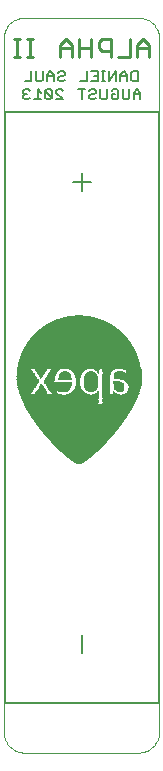
<source format=gbo>
G75*
G70*
%OFA0B0*%
%FSLAX24Y24*%
%IPPOS*%
%LPD*%
%AMOC8*
5,1,8,0,0,1.08239X$1,22.5*
%
%ADD10C,0.0000*%
%ADD11C,0.0110*%
%ADD12C,0.0060*%
%ADD13C,0.0050*%
%ADD14C,0.0080*%
%ADD15R,0.0042X0.0003*%
%ADD16R,0.0066X0.0003*%
%ADD17R,0.0084X0.0003*%
%ADD18R,0.0105X0.0003*%
%ADD19R,0.0117X0.0003*%
%ADD20R,0.0135X0.0003*%
%ADD21R,0.0147X0.0003*%
%ADD22R,0.0162X0.0003*%
%ADD23R,0.0174X0.0003*%
%ADD24R,0.0186X0.0003*%
%ADD25R,0.0198X0.0003*%
%ADD26R,0.0210X0.0003*%
%ADD27R,0.0222X0.0003*%
%ADD28R,0.0234X0.0003*%
%ADD29R,0.0243X0.0003*%
%ADD30R,0.0255X0.0003*%
%ADD31R,0.0264X0.0003*%
%ADD32R,0.0273X0.0003*%
%ADD33R,0.0285X0.0003*%
%ADD34R,0.0297X0.0003*%
%ADD35R,0.0303X0.0003*%
%ADD36R,0.0315X0.0003*%
%ADD37R,0.0327X0.0003*%
%ADD38R,0.0333X0.0003*%
%ADD39R,0.0345X0.0003*%
%ADD40R,0.0354X0.0003*%
%ADD41R,0.0363X0.0003*%
%ADD42R,0.0372X0.0003*%
%ADD43R,0.0381X0.0003*%
%ADD44R,0.0390X0.0003*%
%ADD45R,0.0402X0.0003*%
%ADD46R,0.0408X0.0003*%
%ADD47R,0.0420X0.0003*%
%ADD48R,0.0426X0.0003*%
%ADD49R,0.0438X0.0003*%
%ADD50R,0.0444X0.0003*%
%ADD51R,0.0456X0.0003*%
%ADD52R,0.0462X0.0003*%
%ADD53R,0.0468X0.0003*%
%ADD54R,0.0480X0.0003*%
%ADD55R,0.0486X0.0003*%
%ADD56R,0.0495X0.0003*%
%ADD57R,0.0504X0.0003*%
%ADD58R,0.0513X0.0003*%
%ADD59R,0.0522X0.0003*%
%ADD60R,0.0528X0.0003*%
%ADD61R,0.0537X0.0003*%
%ADD62R,0.0546X0.0003*%
%ADD63R,0.0555X0.0003*%
%ADD64R,0.0561X0.0003*%
%ADD65R,0.0570X0.0003*%
%ADD66R,0.0579X0.0003*%
%ADD67R,0.0585X0.0003*%
%ADD68R,0.0594X0.0003*%
%ADD69R,0.0603X0.0003*%
%ADD70R,0.0609X0.0003*%
%ADD71R,0.0618X0.0003*%
%ADD72R,0.0627X0.0003*%
%ADD73R,0.0633X0.0003*%
%ADD74R,0.0639X0.0003*%
%ADD75R,0.0651X0.0003*%
%ADD76R,0.0657X0.0003*%
%ADD77R,0.0663X0.0003*%
%ADD78R,0.0675X0.0003*%
%ADD79R,0.0681X0.0003*%
%ADD80R,0.0687X0.0003*%
%ADD81R,0.0693X0.0003*%
%ADD82R,0.0705X0.0003*%
%ADD83R,0.0711X0.0003*%
%ADD84R,0.0717X0.0003*%
%ADD85R,0.0726X0.0003*%
%ADD86R,0.0732X0.0003*%
%ADD87R,0.0741X0.0003*%
%ADD88R,0.0747X0.0003*%
%ADD89R,0.0756X0.0003*%
%ADD90R,0.0762X0.0003*%
%ADD91R,0.0771X0.0003*%
%ADD92R,0.0777X0.0003*%
%ADD93R,0.0786X0.0003*%
%ADD94R,0.0792X0.0003*%
%ADD95R,0.0798X0.0003*%
%ADD96R,0.0807X0.0003*%
%ADD97R,0.0813X0.0003*%
%ADD98R,0.0822X0.0003*%
%ADD99R,0.0828X0.0003*%
%ADD100R,0.0837X0.0003*%
%ADD101R,0.0843X0.0003*%
%ADD102R,0.0852X0.0003*%
%ADD103R,0.0858X0.0003*%
%ADD104R,0.0864X0.0003*%
%ADD105R,0.0870X0.0003*%
%ADD106R,0.0879X0.0003*%
%ADD107R,0.0885X0.0003*%
%ADD108R,0.0894X0.0003*%
%ADD109R,0.0900X0.0003*%
%ADD110R,0.0906X0.0003*%
%ADD111R,0.0912X0.0003*%
%ADD112R,0.0921X0.0003*%
%ADD113R,0.0930X0.0003*%
%ADD114R,0.0936X0.0003*%
%ADD115R,0.0942X0.0003*%
%ADD116R,0.0948X0.0003*%
%ADD117R,0.0954X0.0003*%
%ADD118R,0.0963X0.0003*%
%ADD119R,0.0972X0.0003*%
%ADD120R,0.0978X0.0003*%
%ADD121R,0.0984X0.0003*%
%ADD122R,0.0990X0.0003*%
%ADD123R,0.0996X0.0003*%
%ADD124R,0.1002X0.0003*%
%ADD125R,0.1008X0.0003*%
%ADD126R,0.1020X0.0003*%
%ADD127R,0.1026X0.0003*%
%ADD128R,0.1032X0.0003*%
%ADD129R,0.1038X0.0003*%
%ADD130R,0.1044X0.0003*%
%ADD131R,0.1050X0.0003*%
%ADD132R,0.1056X0.0003*%
%ADD133R,0.1068X0.0003*%
%ADD134R,0.1074X0.0003*%
%ADD135R,0.1080X0.0003*%
%ADD136R,0.1086X0.0003*%
%ADD137R,0.1092X0.0003*%
%ADD138R,0.1098X0.0003*%
%ADD139R,0.1104X0.0003*%
%ADD140R,0.1110X0.0003*%
%ADD141R,0.1116X0.0003*%
%ADD142R,0.1125X0.0003*%
%ADD143R,0.1131X0.0003*%
%ADD144R,0.1140X0.0003*%
%ADD145R,0.1146X0.0003*%
%ADD146R,0.1152X0.0003*%
%ADD147R,0.1158X0.0003*%
%ADD148R,0.1164X0.0003*%
%ADD149R,0.1170X0.0003*%
%ADD150R,0.1176X0.0003*%
%ADD151R,0.1182X0.0003*%
%ADD152R,0.1191X0.0003*%
%ADD153R,0.1197X0.0003*%
%ADD154R,0.1203X0.0003*%
%ADD155R,0.1209X0.0003*%
%ADD156R,0.1218X0.0003*%
%ADD157R,0.1224X0.0003*%
%ADD158R,0.1230X0.0003*%
%ADD159R,0.1236X0.0003*%
%ADD160R,0.1242X0.0003*%
%ADD161R,0.1248X0.0003*%
%ADD162R,0.1254X0.0003*%
%ADD163R,0.1260X0.0003*%
%ADD164R,0.1266X0.0003*%
%ADD165R,0.1275X0.0003*%
%ADD166R,0.1281X0.0003*%
%ADD167R,0.1287X0.0003*%
%ADD168R,0.1293X0.0003*%
%ADD169R,0.1299X0.0003*%
%ADD170R,0.1305X0.0003*%
%ADD171R,0.1314X0.0003*%
%ADD172R,0.1320X0.0003*%
%ADD173R,0.1326X0.0003*%
%ADD174R,0.1332X0.0003*%
%ADD175R,0.1338X0.0003*%
%ADD176R,0.1344X0.0003*%
%ADD177R,0.1350X0.0003*%
%ADD178R,0.1356X0.0003*%
%ADD179R,0.1362X0.0003*%
%ADD180R,0.1368X0.0003*%
%ADD181R,0.1374X0.0003*%
%ADD182R,0.1380X0.0003*%
%ADD183R,0.1386X0.0003*%
%ADD184R,0.1395X0.0003*%
%ADD185R,0.1401X0.0003*%
%ADD186R,0.1407X0.0003*%
%ADD187R,0.1413X0.0003*%
%ADD188R,0.1419X0.0003*%
%ADD189R,0.1425X0.0003*%
%ADD190R,0.1431X0.0003*%
%ADD191R,0.1437X0.0003*%
%ADD192R,0.1443X0.0003*%
%ADD193R,0.1449X0.0003*%
%ADD194R,0.1455X0.0003*%
%ADD195R,0.1461X0.0003*%
%ADD196R,0.1467X0.0003*%
%ADD197R,0.1473X0.0003*%
%ADD198R,0.1479X0.0003*%
%ADD199R,0.1485X0.0003*%
%ADD200R,0.1491X0.0003*%
%ADD201R,0.1497X0.0003*%
%ADD202R,0.1503X0.0003*%
%ADD203R,0.1509X0.0003*%
%ADD204R,0.1515X0.0003*%
%ADD205R,0.1521X0.0003*%
%ADD206R,0.1527X0.0003*%
%ADD207R,0.1533X0.0003*%
%ADD208R,0.1539X0.0003*%
%ADD209R,0.1545X0.0003*%
%ADD210R,0.1551X0.0003*%
%ADD211R,0.1557X0.0003*%
%ADD212R,0.1563X0.0003*%
%ADD213R,0.1569X0.0003*%
%ADD214R,0.1575X0.0003*%
%ADD215R,0.1581X0.0003*%
%ADD216R,0.1587X0.0003*%
%ADD217R,0.1593X0.0003*%
%ADD218R,0.1599X0.0003*%
%ADD219R,0.1605X0.0003*%
%ADD220R,0.1611X0.0003*%
%ADD221R,0.1617X0.0003*%
%ADD222R,0.1623X0.0003*%
%ADD223R,0.1629X0.0003*%
%ADD224R,0.1635X0.0003*%
%ADD225R,0.1641X0.0003*%
%ADD226R,0.1647X0.0003*%
%ADD227R,0.1653X0.0003*%
%ADD228R,0.1659X0.0003*%
%ADD229R,0.1665X0.0003*%
%ADD230R,0.1671X0.0003*%
%ADD231R,0.1677X0.0003*%
%ADD232R,0.1683X0.0003*%
%ADD233R,0.1686X0.0003*%
%ADD234R,0.1692X0.0003*%
%ADD235R,0.1698X0.0003*%
%ADD236R,0.1704X0.0003*%
%ADD237R,0.1710X0.0003*%
%ADD238R,0.1716X0.0003*%
%ADD239R,0.1722X0.0003*%
%ADD240R,0.1728X0.0003*%
%ADD241R,0.1734X0.0003*%
%ADD242R,0.1740X0.0003*%
%ADD243R,0.1746X0.0003*%
%ADD244R,0.1752X0.0003*%
%ADD245R,0.1758X0.0003*%
%ADD246R,0.1764X0.0003*%
%ADD247R,0.1767X0.0003*%
%ADD248R,0.1773X0.0003*%
%ADD249R,0.1779X0.0003*%
%ADD250R,0.1785X0.0003*%
%ADD251R,0.1791X0.0003*%
%ADD252R,0.1797X0.0003*%
%ADD253R,0.1803X0.0003*%
%ADD254R,0.1809X0.0003*%
%ADD255R,0.1815X0.0003*%
%ADD256R,0.1818X0.0003*%
%ADD257R,0.1824X0.0003*%
%ADD258R,0.1830X0.0003*%
%ADD259R,0.1836X0.0003*%
%ADD260R,0.1842X0.0003*%
%ADD261R,0.1848X0.0003*%
%ADD262R,0.1854X0.0003*%
%ADD263R,0.1860X0.0003*%
%ADD264R,0.1863X0.0003*%
%ADD265R,0.1869X0.0003*%
%ADD266R,0.1875X0.0003*%
%ADD267R,0.1881X0.0003*%
%ADD268R,0.1887X0.0003*%
%ADD269R,0.1890X0.0003*%
%ADD270R,0.1896X0.0003*%
%ADD271R,0.1902X0.0003*%
%ADD272R,0.1908X0.0003*%
%ADD273R,0.1914X0.0003*%
%ADD274R,0.1920X0.0003*%
%ADD275R,0.1926X0.0003*%
%ADD276R,0.1932X0.0003*%
%ADD277R,0.1938X0.0003*%
%ADD278R,0.1941X0.0003*%
%ADD279R,0.1947X0.0003*%
%ADD280R,0.1953X0.0003*%
%ADD281R,0.1959X0.0003*%
%ADD282R,0.1962X0.0003*%
%ADD283R,0.1968X0.0003*%
%ADD284R,0.1974X0.0003*%
%ADD285R,0.1980X0.0003*%
%ADD286R,0.1986X0.0003*%
%ADD287R,0.1992X0.0003*%
%ADD288R,0.1998X0.0003*%
%ADD289R,0.2004X0.0003*%
%ADD290R,0.2007X0.0003*%
%ADD291R,0.2013X0.0003*%
%ADD292R,0.2019X0.0003*%
%ADD293R,0.2022X0.0003*%
%ADD294R,0.2028X0.0003*%
%ADD295R,0.2034X0.0003*%
%ADD296R,0.2040X0.0003*%
%ADD297R,0.2046X0.0003*%
%ADD298R,0.2052X0.0003*%
%ADD299R,0.2055X0.0003*%
%ADD300R,0.2061X0.0003*%
%ADD301R,0.2067X0.0003*%
%ADD302R,0.2070X0.0003*%
%ADD303R,0.2076X0.0003*%
%ADD304R,0.2082X0.0003*%
%ADD305R,0.2088X0.0003*%
%ADD306R,0.2094X0.0003*%
%ADD307R,0.2100X0.0003*%
%ADD308R,0.2106X0.0003*%
%ADD309R,0.2109X0.0003*%
%ADD310R,0.2115X0.0003*%
%ADD311R,0.2118X0.0003*%
%ADD312R,0.2124X0.0003*%
%ADD313R,0.2130X0.0003*%
%ADD314R,0.2136X0.0003*%
%ADD315R,0.2142X0.0003*%
%ADD316R,0.2148X0.0003*%
%ADD317R,0.2154X0.0003*%
%ADD318R,0.2157X0.0003*%
%ADD319R,0.2160X0.0003*%
%ADD320R,0.2166X0.0003*%
%ADD321R,0.2172X0.0003*%
%ADD322R,0.2178X0.0003*%
%ADD323R,0.2184X0.0003*%
%ADD324R,0.2190X0.0003*%
%ADD325R,0.2196X0.0003*%
%ADD326R,0.2196X0.0003*%
%ADD327R,0.2202X0.0003*%
%ADD328R,0.2208X0.0003*%
%ADD329R,0.2214X0.0003*%
%ADD330R,0.2220X0.0003*%
%ADD331R,0.2226X0.0003*%
%ADD332R,0.2232X0.0003*%
%ADD333R,0.2238X0.0003*%
%ADD334R,0.2244X0.0003*%
%ADD335R,0.2250X0.0003*%
%ADD336R,0.2256X0.0003*%
%ADD337R,0.2262X0.0003*%
%ADD338R,0.2268X0.0003*%
%ADD339R,0.2274X0.0003*%
%ADD340R,0.2274X0.0003*%
%ADD341R,0.2280X0.0003*%
%ADD342R,0.2286X0.0003*%
%ADD343R,0.2292X0.0003*%
%ADD344R,0.2298X0.0003*%
%ADD345R,0.2304X0.0003*%
%ADD346R,0.2304X0.0003*%
%ADD347R,0.2310X0.0003*%
%ADD348R,0.2316X0.0003*%
%ADD349R,0.2322X0.0003*%
%ADD350R,0.2328X0.0003*%
%ADD351R,0.2334X0.0003*%
%ADD352R,0.2337X0.0003*%
%ADD353R,0.2340X0.0003*%
%ADD354R,0.2346X0.0003*%
%ADD355R,0.2352X0.0003*%
%ADD356R,0.2358X0.0003*%
%ADD357R,0.2364X0.0003*%
%ADD358R,0.2367X0.0003*%
%ADD359R,0.2373X0.0003*%
%ADD360R,0.2376X0.0003*%
%ADD361R,0.2382X0.0003*%
%ADD362R,0.2388X0.0003*%
%ADD363R,0.2394X0.0003*%
%ADD364R,0.2397X0.0003*%
%ADD365R,0.2400X0.0003*%
%ADD366R,0.2406X0.0003*%
%ADD367R,0.2412X0.0003*%
%ADD368R,0.2418X0.0003*%
%ADD369R,0.2424X0.0003*%
%ADD370R,0.2427X0.0003*%
%ADD371R,0.2430X0.0003*%
%ADD372R,0.2436X0.0003*%
%ADD373R,0.2442X0.0003*%
%ADD374R,0.2448X0.0003*%
%ADD375R,0.2454X0.0003*%
%ADD376R,0.2457X0.0003*%
%ADD377R,0.2460X0.0003*%
%ADD378R,0.2466X0.0003*%
%ADD379R,0.2472X0.0003*%
%ADD380R,0.2478X0.0003*%
%ADD381R,0.2481X0.0003*%
%ADD382R,0.2487X0.0003*%
%ADD383R,0.2490X0.0003*%
%ADD384R,0.2496X0.0003*%
%ADD385R,0.2502X0.0003*%
%ADD386R,0.2505X0.0003*%
%ADD387R,0.2511X0.0003*%
%ADD388R,0.2514X0.0003*%
%ADD389R,0.2520X0.0003*%
%ADD390R,0.2526X0.0003*%
%ADD391R,0.2529X0.0003*%
%ADD392R,0.2535X0.0003*%
%ADD393R,0.2538X0.0003*%
%ADD394R,0.2544X0.0003*%
%ADD395R,0.2550X0.0003*%
%ADD396R,0.2553X0.0003*%
%ADD397R,0.2559X0.0003*%
%ADD398R,0.2562X0.0003*%
%ADD399R,0.2568X0.0003*%
%ADD400R,0.2574X0.0003*%
%ADD401R,0.2577X0.0003*%
%ADD402R,0.2583X0.0003*%
%ADD403R,0.2586X0.0003*%
%ADD404R,0.2592X0.0003*%
%ADD405R,0.2598X0.0003*%
%ADD406R,0.2601X0.0003*%
%ADD407R,0.2607X0.0003*%
%ADD408R,0.2610X0.0003*%
%ADD409R,0.2616X0.0003*%
%ADD410R,0.2619X0.0003*%
%ADD411R,0.2625X0.0003*%
%ADD412R,0.2631X0.0003*%
%ADD413R,0.2634X0.0003*%
%ADD414R,0.2640X0.0003*%
%ADD415R,0.2643X0.0003*%
%ADD416R,0.2649X0.0003*%
%ADD417R,0.2655X0.0003*%
%ADD418R,0.2658X0.0003*%
%ADD419R,0.2661X0.0003*%
%ADD420R,0.2667X0.0003*%
%ADD421R,0.2673X0.0003*%
%ADD422R,0.2676X0.0003*%
%ADD423R,0.2682X0.0003*%
%ADD424R,0.2685X0.0003*%
%ADD425R,0.2691X0.0003*%
%ADD426R,0.2697X0.0003*%
%ADD427R,0.2700X0.0003*%
%ADD428R,0.2703X0.0003*%
%ADD429R,0.2709X0.0003*%
%ADD430R,0.2715X0.0003*%
%ADD431R,0.2718X0.0003*%
%ADD432R,0.2721X0.0003*%
%ADD433R,0.2727X0.0003*%
%ADD434R,0.2733X0.0003*%
%ADD435R,0.2739X0.0003*%
%ADD436R,0.2739X0.0003*%
%ADD437R,0.2745X0.0003*%
%ADD438R,0.2751X0.0003*%
%ADD439R,0.2757X0.0003*%
%ADD440R,0.2757X0.0003*%
%ADD441R,0.2763X0.0003*%
%ADD442R,0.2769X0.0003*%
%ADD443R,0.2775X0.0003*%
%ADD444R,0.2781X0.0003*%
%ADD445R,0.2787X0.0003*%
%ADD446R,0.2793X0.0003*%
%ADD447R,0.2799X0.0003*%
%ADD448R,0.2805X0.0003*%
%ADD449R,0.2811X0.0003*%
%ADD450R,0.2817X0.0003*%
%ADD451R,0.2823X0.0003*%
%ADD452R,0.2829X0.0003*%
%ADD453R,0.2829X0.0003*%
%ADD454R,0.2835X0.0003*%
%ADD455R,0.2841X0.0003*%
%ADD456R,0.2847X0.0003*%
%ADD457R,0.2847X0.0003*%
%ADD458R,0.2853X0.0003*%
%ADD459R,0.2859X0.0003*%
%ADD460R,0.2865X0.0003*%
%ADD461R,0.2871X0.0003*%
%ADD462R,0.2877X0.0003*%
%ADD463R,0.2880X0.0003*%
%ADD464R,0.2883X0.0003*%
%ADD465R,0.2889X0.0003*%
%ADD466R,0.2895X0.0003*%
%ADD467R,0.2898X0.0003*%
%ADD468R,0.2901X0.0003*%
%ADD469R,0.2907X0.0003*%
%ADD470R,0.2910X0.0003*%
%ADD471R,0.2913X0.0003*%
%ADD472R,0.2919X0.0003*%
%ADD473R,0.2925X0.0003*%
%ADD474R,0.2928X0.0003*%
%ADD475R,0.2931X0.0003*%
%ADD476R,0.2937X0.0003*%
%ADD477R,0.2940X0.0003*%
%ADD478R,0.2946X0.0003*%
%ADD479R,0.2949X0.0003*%
%ADD480R,0.2955X0.0003*%
%ADD481R,0.2958X0.0003*%
%ADD482R,0.2961X0.0003*%
%ADD483R,0.2967X0.0003*%
%ADD484R,0.2970X0.0003*%
%ADD485R,0.2973X0.0003*%
%ADD486R,0.2979X0.0003*%
%ADD487R,0.2985X0.0003*%
%ADD488R,0.2988X0.0003*%
%ADD489R,0.2991X0.0003*%
%ADD490R,0.2997X0.0003*%
%ADD491R,0.3000X0.0003*%
%ADD492R,0.3003X0.0003*%
%ADD493R,0.3009X0.0003*%
%ADD494R,0.3015X0.0003*%
%ADD495R,0.3018X0.0003*%
%ADD496R,0.3021X0.0003*%
%ADD497R,0.3027X0.0003*%
%ADD498R,0.3030X0.0003*%
%ADD499R,0.3033X0.0003*%
%ADD500R,0.3039X0.0003*%
%ADD501R,0.3042X0.0003*%
%ADD502R,0.3045X0.0003*%
%ADD503R,0.3051X0.0003*%
%ADD504R,0.3054X0.0003*%
%ADD505R,0.3060X0.0003*%
%ADD506R,0.3063X0.0003*%
%ADD507R,0.3066X0.0003*%
%ADD508R,0.3072X0.0003*%
%ADD509R,0.3075X0.0003*%
%ADD510R,0.3081X0.0003*%
%ADD511R,0.3084X0.0003*%
%ADD512R,0.3090X0.0003*%
%ADD513R,0.3093X0.0003*%
%ADD514R,0.3096X0.0003*%
%ADD515R,0.3102X0.0003*%
%ADD516R,0.3105X0.0003*%
%ADD517R,0.3108X0.0003*%
%ADD518R,0.3114X0.0003*%
%ADD519R,0.3117X0.0003*%
%ADD520R,0.3120X0.0003*%
%ADD521R,0.3126X0.0003*%
%ADD522R,0.3129X0.0003*%
%ADD523R,0.3132X0.0003*%
%ADD524R,0.3138X0.0003*%
%ADD525R,0.3141X0.0003*%
%ADD526R,0.3144X0.0003*%
%ADD527R,0.3150X0.0003*%
%ADD528R,0.3153X0.0003*%
%ADD529R,0.3156X0.0003*%
%ADD530R,0.3162X0.0003*%
%ADD531R,0.3165X0.0003*%
%ADD532R,0.3168X0.0003*%
%ADD533R,0.3174X0.0003*%
%ADD534R,0.3180X0.0003*%
%ADD535R,0.3186X0.0003*%
%ADD536R,0.3186X0.0003*%
%ADD537R,0.3192X0.0003*%
%ADD538R,0.3198X0.0003*%
%ADD539R,0.3204X0.0003*%
%ADD540R,0.3210X0.0003*%
%ADD541R,0.3216X0.0003*%
%ADD542R,0.3222X0.0003*%
%ADD543R,0.3222X0.0003*%
%ADD544R,0.3228X0.0003*%
%ADD545R,0.3234X0.0003*%
%ADD546R,0.3240X0.0003*%
%ADD547R,0.3246X0.0003*%
%ADD548R,0.3246X0.0003*%
%ADD549R,0.3252X0.0003*%
%ADD550R,0.3255X0.0003*%
%ADD551R,0.3258X0.0003*%
%ADD552R,0.3264X0.0003*%
%ADD553R,0.3264X0.0003*%
%ADD554R,0.3270X0.0003*%
%ADD555R,0.3276X0.0003*%
%ADD556R,0.3282X0.0003*%
%ADD557R,0.3288X0.0003*%
%ADD558R,0.3294X0.0003*%
%ADD559R,0.3297X0.0003*%
%ADD560R,0.3300X0.0003*%
%ADD561R,0.3306X0.0003*%
%ADD562R,0.3312X0.0003*%
%ADD563R,0.3318X0.0003*%
%ADD564R,0.3318X0.0003*%
%ADD565R,0.3324X0.0003*%
%ADD566R,0.3327X0.0003*%
%ADD567R,0.3330X0.0003*%
%ADD568R,0.3336X0.0003*%
%ADD569R,0.3339X0.0003*%
%ADD570R,0.3342X0.0003*%
%ADD571R,0.3345X0.0003*%
%ADD572R,0.3348X0.0003*%
%ADD573R,0.3354X0.0003*%
%ADD574R,0.3357X0.0003*%
%ADD575R,0.3360X0.0003*%
%ADD576R,0.3363X0.0003*%
%ADD577R,0.3366X0.0003*%
%ADD578R,0.3372X0.0003*%
%ADD579R,0.3375X0.0003*%
%ADD580R,0.3378X0.0003*%
%ADD581R,0.3381X0.0003*%
%ADD582R,0.3384X0.0003*%
%ADD583R,0.3390X0.0003*%
%ADD584R,0.3393X0.0003*%
%ADD585R,0.3396X0.0003*%
%ADD586R,0.3399X0.0003*%
%ADD587R,0.3405X0.0003*%
%ADD588R,0.3408X0.0003*%
%ADD589R,0.3411X0.0003*%
%ADD590R,0.3414X0.0003*%
%ADD591R,0.3417X0.0003*%
%ADD592R,0.3423X0.0003*%
%ADD593R,0.3426X0.0003*%
%ADD594R,0.3429X0.0003*%
%ADD595R,0.3432X0.0003*%
%ADD596R,0.3435X0.0003*%
%ADD597R,0.3441X0.0003*%
%ADD598R,0.3444X0.0003*%
%ADD599R,0.3447X0.0003*%
%ADD600R,0.3450X0.0003*%
%ADD601R,0.3453X0.0003*%
%ADD602R,0.3459X0.0003*%
%ADD603R,0.3465X0.0003*%
%ADD604R,0.3468X0.0003*%
%ADD605R,0.3471X0.0003*%
%ADD606R,0.3474X0.0003*%
%ADD607R,0.3477X0.0003*%
%ADD608R,0.3483X0.0003*%
%ADD609R,0.3483X0.0003*%
%ADD610R,0.3489X0.0003*%
%ADD611R,0.3495X0.0003*%
%ADD612R,0.3501X0.0003*%
%ADD613R,0.3501X0.0003*%
%ADD614R,0.3507X0.0003*%
%ADD615R,0.3513X0.0003*%
%ADD616R,0.3513X0.0003*%
%ADD617R,0.3519X0.0003*%
%ADD618R,0.3525X0.0003*%
%ADD619R,0.3531X0.0003*%
%ADD620R,0.3531X0.0003*%
%ADD621R,0.3537X0.0003*%
%ADD622R,0.3543X0.0003*%
%ADD623R,0.3549X0.0003*%
%ADD624R,0.3555X0.0003*%
%ADD625R,0.3561X0.0003*%
%ADD626R,0.3567X0.0003*%
%ADD627R,0.3567X0.0003*%
%ADD628R,0.3573X0.0003*%
%ADD629R,0.3579X0.0003*%
%ADD630R,0.3579X0.0003*%
%ADD631R,0.3585X0.0003*%
%ADD632R,0.3588X0.0003*%
%ADD633R,0.3591X0.0003*%
%ADD634R,0.3597X0.0003*%
%ADD635R,0.3597X0.0003*%
%ADD636R,0.3603X0.0003*%
%ADD637R,0.3609X0.0003*%
%ADD638R,0.3615X0.0003*%
%ADD639R,0.3615X0.0003*%
%ADD640R,0.3621X0.0003*%
%ADD641R,0.3624X0.0003*%
%ADD642R,0.3627X0.0003*%
%ADD643R,0.3630X0.0003*%
%ADD644R,0.3633X0.0003*%
%ADD645R,0.3636X0.0003*%
%ADD646R,0.3639X0.0003*%
%ADD647R,0.3642X0.0003*%
%ADD648R,0.3645X0.0003*%
%ADD649R,0.3648X0.0003*%
%ADD650R,0.1050X0.0003*%
%ADD651R,0.2469X0.0003*%
%ADD652R,0.1053X0.0003*%
%ADD653R,0.1056X0.0003*%
%ADD654R,0.2472X0.0003*%
%ADD655R,0.2475X0.0003*%
%ADD656R,0.1059X0.0003*%
%ADD657R,0.2478X0.0003*%
%ADD658R,0.1062X0.0003*%
%ADD659R,0.1062X0.0003*%
%ADD660R,0.2481X0.0003*%
%ADD661R,0.1065X0.0003*%
%ADD662R,0.2481X0.0003*%
%ADD663R,0.2484X0.0003*%
%ADD664R,0.1068X0.0003*%
%ADD665R,0.2487X0.0003*%
%ADD666R,0.1071X0.0003*%
%ADD667R,0.2487X0.0003*%
%ADD668R,0.1071X0.0003*%
%ADD669R,0.1074X0.0003*%
%ADD670R,0.2493X0.0003*%
%ADD671R,0.1077X0.0003*%
%ADD672R,0.1077X0.0003*%
%ADD673R,0.2496X0.0003*%
%ADD674R,0.2499X0.0003*%
%ADD675R,0.1083X0.0003*%
%ADD676R,0.2502X0.0003*%
%ADD677R,0.1086X0.0003*%
%ADD678R,0.1089X0.0003*%
%ADD679R,0.2508X0.0003*%
%ADD680R,0.1092X0.0003*%
%ADD681R,0.2511X0.0003*%
%ADD682R,0.1095X0.0003*%
%ADD683R,0.2511X0.0003*%
%ADD684R,0.2514X0.0003*%
%ADD685R,0.1098X0.0003*%
%ADD686R,0.1101X0.0003*%
%ADD687R,0.2517X0.0003*%
%ADD688R,0.1101X0.0003*%
%ADD689R,0.1104X0.0003*%
%ADD690R,0.1107X0.0003*%
%ADD691R,0.2523X0.0003*%
%ADD692R,0.1107X0.0003*%
%ADD693R,0.2523X0.0003*%
%ADD694R,0.2526X0.0003*%
%ADD695R,0.1113X0.0003*%
%ADD696R,0.1113X0.0003*%
%ADD697R,0.2532X0.0003*%
%ADD698R,0.1116X0.0003*%
%ADD699R,0.2532X0.0003*%
%ADD700R,0.1119X0.0003*%
%ADD701R,0.1122X0.0003*%
%ADD702R,0.2538X0.0003*%
%ADD703R,0.1122X0.0003*%
%ADD704R,0.2538X0.0003*%
%ADD705R,0.2541X0.0003*%
%ADD706R,0.1128X0.0003*%
%ADD707R,0.2544X0.0003*%
%ADD708R,0.1128X0.0003*%
%ADD709R,0.2544X0.0003*%
%ADD710R,0.1131X0.0003*%
%ADD711R,0.2547X0.0003*%
%ADD712R,0.1134X0.0003*%
%ADD713R,0.2550X0.0003*%
%ADD714R,0.1134X0.0003*%
%ADD715R,0.1137X0.0003*%
%ADD716R,0.2556X0.0003*%
%ADD717R,0.1140X0.0003*%
%ADD718R,0.2559X0.0003*%
%ADD719R,0.1143X0.0003*%
%ADD720R,0.1149X0.0003*%
%ADD721R,0.2565X0.0003*%
%ADD722R,0.1149X0.0003*%
%ADD723R,0.2565X0.0003*%
%ADD724R,0.1152X0.0003*%
%ADD725R,0.2568X0.0003*%
%ADD726R,0.1155X0.0003*%
%ADD727R,0.2571X0.0003*%
%ADD728R,0.1155X0.0003*%
%ADD729R,0.2571X0.0003*%
%ADD730R,0.1158X0.0003*%
%ADD731R,0.2574X0.0003*%
%ADD732R,0.1161X0.0003*%
%ADD733R,0.2577X0.0003*%
%ADD734R,0.1161X0.0003*%
%ADD735R,0.2577X0.0003*%
%ADD736R,0.1164X0.0003*%
%ADD737R,0.2580X0.0003*%
%ADD738R,0.1167X0.0003*%
%ADD739R,0.1167X0.0003*%
%ADD740R,0.2583X0.0003*%
%ADD741R,0.1173X0.0003*%
%ADD742R,0.1173X0.0003*%
%ADD743R,0.2589X0.0003*%
%ADD744R,0.2589X0.0003*%
%ADD745R,0.1179X0.0003*%
%ADD746R,0.1179X0.0003*%
%ADD747R,0.2595X0.0003*%
%ADD748R,0.2595X0.0003*%
%ADD749R,0.1182X0.0003*%
%ADD750R,0.2598X0.0003*%
%ADD751R,0.1185X0.0003*%
%ADD752R,0.1185X0.0003*%
%ADD753R,0.2601X0.0003*%
%ADD754R,0.2601X0.0003*%
%ADD755R,0.1188X0.0003*%
%ADD756R,0.2604X0.0003*%
%ADD757R,0.1191X0.0003*%
%ADD758R,0.1191X0.0003*%
%ADD759R,0.2604X0.0003*%
%ADD760R,0.2607X0.0003*%
%ADD761R,0.1194X0.0003*%
%ADD762R,0.1197X0.0003*%
%ADD763R,0.2610X0.0003*%
%ADD764R,0.0546X0.0003*%
%ADD765R,0.0219X0.0003*%
%ADD766R,0.0819X0.0003*%
%ADD767R,0.1410X0.0003*%
%ADD768R,0.0561X0.0003*%
%ADD769R,0.0195X0.0003*%
%ADD770R,0.0768X0.0003*%
%ADD771R,0.1374X0.0003*%
%ADD772R,0.0516X0.0003*%
%ADD773R,0.0549X0.0003*%
%ADD774R,0.0183X0.0003*%
%ADD775R,0.0741X0.0003*%
%ADD776R,0.1353X0.0003*%
%ADD777R,0.0534X0.0003*%
%ADD778R,0.0171X0.0003*%
%ADD779R,0.0708X0.0003*%
%ADD780R,0.1335X0.0003*%
%ADD781R,0.0522X0.0003*%
%ADD782R,0.0159X0.0003*%
%ADD783R,0.0684X0.0003*%
%ADD784R,0.1317X0.0003*%
%ADD785R,0.0489X0.0003*%
%ADD786R,0.0150X0.0003*%
%ADD787R,0.0666X0.0003*%
%ADD788R,0.1311X0.0003*%
%ADD789R,0.0231X0.0003*%
%ADD790R,0.0141X0.0003*%
%ADD791R,0.0645X0.0003*%
%ADD792R,0.0219X0.0003*%
%ADD793R,0.0429X0.0003*%
%ADD794R,0.0348X0.0003*%
%ADD795R,0.0477X0.0003*%
%ADD796R,0.0144X0.0003*%
%ADD797R,0.0132X0.0003*%
%ADD798R,0.0627X0.0003*%
%ADD799R,0.0207X0.0003*%
%ADD800R,0.0423X0.0003*%
%ADD801R,0.0471X0.0003*%
%ADD802R,0.0126X0.0003*%
%ADD803R,0.0612X0.0003*%
%ADD804R,0.0201X0.0003*%
%ADD805R,0.0468X0.0003*%
%ADD806R,0.0129X0.0003*%
%ADD807R,0.0231X0.0003*%
%ADD808R,0.0120X0.0003*%
%ADD809R,0.0597X0.0003*%
%ADD810R,0.0189X0.0003*%
%ADD811R,0.0417X0.0003*%
%ADD812R,0.0357X0.0003*%
%ADD813R,0.0123X0.0003*%
%ADD814R,0.0114X0.0003*%
%ADD815R,0.0582X0.0003*%
%ADD816R,0.0411X0.0003*%
%ADD817R,0.0357X0.0003*%
%ADD818R,0.0456X0.0003*%
%ADD819R,0.0108X0.0003*%
%ADD820R,0.0177X0.0003*%
%ADD821R,0.0363X0.0003*%
%ADD822R,0.0453X0.0003*%
%ADD823R,0.0108X0.0003*%
%ADD824R,0.0102X0.0003*%
%ADD825R,0.0558X0.0003*%
%ADD826R,0.0171X0.0003*%
%ADD827R,0.0405X0.0003*%
%ADD828R,0.0366X0.0003*%
%ADD829R,0.0450X0.0003*%
%ADD830R,0.0096X0.0003*%
%ADD831R,0.0543X0.0003*%
%ADD832R,0.0165X0.0003*%
%ADD833R,0.0444X0.0003*%
%ADD834R,0.0099X0.0003*%
%ADD835R,0.0234X0.0003*%
%ADD836R,0.0090X0.0003*%
%ADD837R,0.0534X0.0003*%
%ADD838R,0.0162X0.0003*%
%ADD839R,0.0399X0.0003*%
%ADD840R,0.0372X0.0003*%
%ADD841R,0.0093X0.0003*%
%ADD842R,0.0087X0.0003*%
%ADD843R,0.0153X0.0003*%
%ADD844R,0.0393X0.0003*%
%ADD845R,0.0375X0.0003*%
%ADD846R,0.0441X0.0003*%
%ADD847R,0.0081X0.0003*%
%ADD848R,0.0435X0.0003*%
%ADD849R,0.0237X0.0003*%
%ADD850R,0.0078X0.0003*%
%ADD851R,0.0501X0.0003*%
%ADD852R,0.0147X0.0003*%
%ADD853R,0.0387X0.0003*%
%ADD854R,0.0381X0.0003*%
%ADD855R,0.0078X0.0003*%
%ADD856R,0.0072X0.0003*%
%ADD857R,0.0384X0.0003*%
%ADD858R,0.0432X0.0003*%
%ADD859R,0.0075X0.0003*%
%ADD860R,0.0237X0.0003*%
%ADD861R,0.0069X0.0003*%
%ADD862R,0.0483X0.0003*%
%ADD863R,0.0381X0.0003*%
%ADD864R,0.0384X0.0003*%
%ADD865R,0.0069X0.0003*%
%ADD866R,0.0066X0.0003*%
%ADD867R,0.0471X0.0003*%
%ADD868R,0.0063X0.0003*%
%ADD869R,0.0060X0.0003*%
%ADD870R,0.0465X0.0003*%
%ADD871R,0.0369X0.0003*%
%ADD872R,0.0057X0.0003*%
%ADD873R,0.0456X0.0003*%
%ADD874R,0.0156X0.0003*%
%ADD875R,0.0054X0.0003*%
%ADD876R,0.0447X0.0003*%
%ADD877R,0.0159X0.0003*%
%ADD878R,0.0399X0.0003*%
%ADD879R,0.0423X0.0003*%
%ADD880R,0.0054X0.0003*%
%ADD881R,0.0051X0.0003*%
%ADD882R,0.0441X0.0003*%
%ADD883R,0.0159X0.0003*%
%ADD884R,0.0402X0.0003*%
%ADD885R,0.0051X0.0003*%
%ADD886R,0.0240X0.0003*%
%ADD887R,0.0048X0.0003*%
%ADD888R,0.0432X0.0003*%
%ADD889R,0.0417X0.0003*%
%ADD890R,0.0045X0.0003*%
%ADD891R,0.0168X0.0003*%
%ADD892R,0.0351X0.0003*%
%ADD893R,0.0408X0.0003*%
%ADD894R,0.0042X0.0003*%
%ADD895R,0.0417X0.0003*%
%ADD896R,0.0414X0.0003*%
%ADD897R,0.0039X0.0003*%
%ADD898R,0.0411X0.0003*%
%ADD899R,0.0039X0.0003*%
%ADD900R,0.0240X0.0003*%
%ADD901R,0.0036X0.0003*%
%ADD902R,0.0177X0.0003*%
%ADD903R,0.0339X0.0003*%
%ADD904R,0.0033X0.0003*%
%ADD905R,0.0033X0.0003*%
%ADD906R,0.0396X0.0003*%
%ADD907R,0.0336X0.0003*%
%ADD908R,0.0030X0.0003*%
%ADD909R,0.0180X0.0003*%
%ADD910R,0.0027X0.0003*%
%ADD911R,0.0027X0.0003*%
%ADD912R,0.0384X0.0003*%
%ADD913R,0.0186X0.0003*%
%ADD914R,0.0330X0.0003*%
%ADD915R,0.0411X0.0003*%
%ADD916R,0.0024X0.0003*%
%ADD917R,0.0024X0.0003*%
%ADD918R,0.0378X0.0003*%
%ADD919R,0.0189X0.0003*%
%ADD920R,0.0408X0.0003*%
%ADD921R,0.0021X0.0003*%
%ADD922R,0.0021X0.0003*%
%ADD923R,0.0189X0.0003*%
%ADD924R,0.0321X0.0003*%
%ADD925R,0.0429X0.0003*%
%ADD926R,0.0018X0.0003*%
%ADD927R,0.0018X0.0003*%
%ADD928R,0.0366X0.0003*%
%ADD929R,0.0192X0.0003*%
%ADD930R,0.0318X0.0003*%
%ADD931R,0.0015X0.0003*%
%ADD932R,0.0360X0.0003*%
%ADD933R,0.0096X0.0003*%
%ADD934R,0.0315X0.0003*%
%ADD935R,0.0012X0.0003*%
%ADD936R,0.0090X0.0003*%
%ADD937R,0.0309X0.0003*%
%ADD938R,0.0009X0.0003*%
%ADD939R,0.0111X0.0003*%
%ADD940R,0.0306X0.0003*%
%ADD941R,0.0405X0.0003*%
%ADD942R,0.0006X0.0003*%
%ADD943R,0.0009X0.0003*%
%ADD944R,0.0138X0.0003*%
%ADD945R,0.0342X0.0003*%
%ADD946R,0.0207X0.0003*%
%ADD947R,0.0207X0.0003*%
%ADD948R,0.0303X0.0003*%
%ADD949R,0.0447X0.0003*%
%ADD950R,0.0162X0.0003*%
%ADD951R,0.0003X0.0003*%
%ADD952R,0.0009X0.0003*%
%ADD953R,0.0339X0.0003*%
%ADD954R,0.0234X0.0003*%
%ADD955R,0.0300X0.0003*%
%ADD956R,0.0447X0.0003*%
%ADD957R,0.0006X0.0003*%
%ADD958R,0.0252X0.0003*%
%ADD959R,0.0210X0.0003*%
%ADD960R,0.0399X0.0003*%
%ADD961R,0.0183X0.0003*%
%ADD962R,0.0243X0.0003*%
%ADD963R,0.0003X0.0003*%
%ADD964R,0.0270X0.0003*%
%ADD965R,0.0213X0.0003*%
%ADD966R,0.0291X0.0003*%
%ADD967R,0.0324X0.0003*%
%ADD968R,0.0291X0.0003*%
%ADD969R,0.0288X0.0003*%
%ADD970R,0.0399X0.0003*%
%ADD971R,0.0204X0.0003*%
%ADD972R,0.0243X0.0003*%
%ADD973R,0.0318X0.0003*%
%ADD974R,0.0219X0.0003*%
%ADD975R,0.0285X0.0003*%
%ADD976R,0.0459X0.0003*%
%ADD977R,0.0312X0.0003*%
%ADD978R,0.0321X0.0003*%
%ADD979R,0.0222X0.0003*%
%ADD980R,0.0279X0.0003*%
%ADD981R,0.0276X0.0003*%
%ADD982R,0.0231X0.0003*%
%ADD983R,0.0246X0.0003*%
%ADD984R,0.0225X0.0003*%
%ADD985R,0.0468X0.0003*%
%ADD986R,0.0396X0.0003*%
%ADD987R,0.0267X0.0003*%
%ADD988R,0.0297X0.0003*%
%ADD989R,0.0375X0.0003*%
%ADD990R,0.0474X0.0003*%
%ADD991R,0.0249X0.0003*%
%ADD992R,0.0621X0.0003*%
%ADD993R,0.0261X0.0003*%
%ADD994R,0.0282X0.0003*%
%ADD995R,0.0630X0.0003*%
%ADD996R,0.0258X0.0003*%
%ADD997R,0.0633X0.0003*%
%ADD998R,0.0483X0.0003*%
%ADD999R,0.0264X0.0003*%
%ADD1000R,0.0294X0.0003*%
%ADD1001R,0.0639X0.0003*%
%ADD1002R,0.0486X0.0003*%
%ADD1003R,0.0396X0.0003*%
%ADD1004R,0.0270X0.0003*%
%ADD1005R,0.0276X0.0003*%
%ADD1006R,0.0648X0.0003*%
%ADD1007R,0.0246X0.0003*%
%ADD1008R,0.0486X0.0003*%
%ADD1009R,0.0276X0.0003*%
%ADD1010R,0.0309X0.0003*%
%ADD1011R,0.0651X0.0003*%
%ADD1012R,0.0657X0.0003*%
%ADD1013R,0.0495X0.0003*%
%ADD1014R,0.0324X0.0003*%
%ADD1015R,0.0663X0.0003*%
%ADD1016R,0.0669X0.0003*%
%ADD1017R,0.0228X0.0003*%
%ADD1018R,0.0498X0.0003*%
%ADD1019R,0.0396X0.0003*%
%ADD1020R,0.0294X0.0003*%
%ADD1021R,0.0333X0.0003*%
%ADD1022R,0.0255X0.0003*%
%ADD1023R,0.0672X0.0003*%
%ADD1024R,0.0228X0.0003*%
%ADD1025R,0.0501X0.0003*%
%ADD1026R,0.0339X0.0003*%
%ADD1027R,0.0678X0.0003*%
%ADD1028R,0.0507X0.0003*%
%ADD1029R,0.0351X0.0003*%
%ADD1030R,0.0687X0.0003*%
%ADD1031R,0.0216X0.0003*%
%ADD1032R,0.0510X0.0003*%
%ADD1033R,0.0693X0.0003*%
%ADD1034R,0.0312X0.0003*%
%ADD1035R,0.0696X0.0003*%
%ADD1036R,0.0516X0.0003*%
%ADD1037R,0.0312X0.0003*%
%ADD1038R,0.0702X0.0003*%
%ADD1039R,0.0204X0.0003*%
%ADD1040R,0.0519X0.0003*%
%ADD1041R,0.0369X0.0003*%
%ADD1042R,0.0318X0.0003*%
%ADD1043R,0.0714X0.0003*%
%ADD1044R,0.0525X0.0003*%
%ADD1045R,0.0324X0.0003*%
%ADD1046R,0.0381X0.0003*%
%ADD1047R,0.0225X0.0003*%
%ADD1048R,0.0720X0.0003*%
%ADD1049R,0.0186X0.0003*%
%ADD1050R,0.0528X0.0003*%
%ADD1051R,0.0723X0.0003*%
%ADD1052R,0.0531X0.0003*%
%ADD1053R,0.0729X0.0003*%
%ADD1054R,0.0216X0.0003*%
%ADD1055R,0.0732X0.0003*%
%ADD1056R,0.0537X0.0003*%
%ADD1057R,0.0738X0.0003*%
%ADD1058R,0.0540X0.0003*%
%ADD1059R,0.0213X0.0003*%
%ADD1060R,0.0741X0.0003*%
%ADD1061R,0.0168X0.0003*%
%ADD1062R,0.0543X0.0003*%
%ADD1063R,0.0336X0.0003*%
%ADD1064R,0.0744X0.0003*%
%ADD1065R,0.0543X0.0003*%
%ADD1066R,0.0750X0.0003*%
%ADD1067R,0.0549X0.0003*%
%ADD1068R,0.0342X0.0003*%
%ADD1069R,0.0204X0.0003*%
%ADD1070R,0.0552X0.0003*%
%ADD1071R,0.0201X0.0003*%
%ADD1072R,0.0762X0.0003*%
%ADD1073R,0.0150X0.0003*%
%ADD1074R,0.0558X0.0003*%
%ADD1075R,0.0768X0.0003*%
%ADD1076R,0.0426X0.0003*%
%ADD1077R,0.0771X0.0003*%
%ADD1078R,0.0138X0.0003*%
%ADD1079R,0.0564X0.0003*%
%ADD1080R,0.0429X0.0003*%
%ADD1081R,0.0774X0.0003*%
%ADD1082R,0.0567X0.0003*%
%ADD1083R,0.0348X0.0003*%
%ADD1084R,0.0777X0.0003*%
%ADD1085R,0.0132X0.0003*%
%ADD1086R,0.0570X0.0003*%
%ADD1087R,0.0783X0.0003*%
%ADD1088R,0.0129X0.0003*%
%ADD1089R,0.0573X0.0003*%
%ADD1090R,0.0126X0.0003*%
%ADD1091R,0.0576X0.0003*%
%ADD1092R,0.0441X0.0003*%
%ADD1093R,0.0786X0.0003*%
%ADD1094R,0.0120X0.0003*%
%ADD1095R,0.0414X0.0003*%
%ADD1096R,0.0444X0.0003*%
%ADD1097R,0.0579X0.0003*%
%ADD1098R,0.0414X0.0003*%
%ADD1099R,0.0351X0.0003*%
%ADD1100R,0.0444X0.0003*%
%ADD1101R,0.0792X0.0003*%
%ADD1102R,0.0114X0.0003*%
%ADD1103R,0.0582X0.0003*%
%ADD1104R,0.0801X0.0003*%
%ADD1105R,0.0588X0.0003*%
%ADD1106R,0.0807X0.0003*%
%ADD1107R,0.0099X0.0003*%
%ADD1108R,0.0594X0.0003*%
%ADD1109R,0.0354X0.0003*%
%ADD1110R,0.0456X0.0003*%
%ADD1111R,0.0171X0.0003*%
%ADD1112R,0.0810X0.0003*%
%ADD1113R,0.0096X0.0003*%
%ADD1114R,0.0813X0.0003*%
%ADD1115R,0.0597X0.0003*%
%ADD1116R,0.0816X0.0003*%
%ADD1117R,0.0600X0.0003*%
%ADD1118R,0.0603X0.0003*%
%ADD1119R,0.0081X0.0003*%
%ADD1120R,0.0606X0.0003*%
%ADD1121R,0.0351X0.0003*%
%ADD1122R,0.0465X0.0003*%
%ADD1123R,0.0825X0.0003*%
%ADD1124R,0.0078X0.0003*%
%ADD1125R,0.0609X0.0003*%
%ADD1126R,0.0159X0.0003*%
%ADD1127R,0.0075X0.0003*%
%ADD1128R,0.0348X0.0003*%
%ADD1129R,0.0831X0.0003*%
%ADD1130R,0.0066X0.0003*%
%ADD1131R,0.0615X0.0003*%
%ADD1132R,0.0837X0.0003*%
%ADD1133R,0.0063X0.0003*%
%ADD1134R,0.0618X0.0003*%
%ADD1135R,0.0429X0.0003*%
%ADD1136R,0.0345X0.0003*%
%ADD1137R,0.0471X0.0003*%
%ADD1138R,0.0156X0.0003*%
%ADD1139R,0.0840X0.0003*%
%ADD1140R,0.0060X0.0003*%
%ADD1141R,0.0621X0.0003*%
%ADD1142R,0.0840X0.0003*%
%ADD1143R,0.0624X0.0003*%
%ADD1144R,0.0846X0.0003*%
%ADD1145R,0.0051X0.0003*%
%ADD1146R,0.0474X0.0003*%
%ADD1147R,0.0849X0.0003*%
%ADD1148R,0.0435X0.0003*%
%ADD1149R,0.0474X0.0003*%
%ADD1150R,0.0852X0.0003*%
%ADD1151R,0.0042X0.0003*%
%ADD1152R,0.0636X0.0003*%
%ADD1153R,0.0636X0.0003*%
%ADD1154R,0.0477X0.0003*%
%ADD1155R,0.0861X0.0003*%
%ADD1156R,0.0642X0.0003*%
%ADD1157R,0.0144X0.0003*%
%ADD1158R,0.0333X0.0003*%
%ADD1159R,0.0480X0.0003*%
%ADD1160R,0.0144X0.0003*%
%ADD1161R,0.0864X0.0003*%
%ADD1162R,0.0024X0.0003*%
%ADD1163R,0.0645X0.0003*%
%ADD1164R,0.0333X0.0003*%
%ADD1165R,0.0141X0.0003*%
%ADD1166R,0.0867X0.0003*%
%ADD1167R,0.0021X0.0003*%
%ADD1168R,0.0483X0.0003*%
%ADD1169R,0.0873X0.0003*%
%ADD1170R,0.0654X0.0003*%
%ADD1171R,0.0876X0.0003*%
%ADD1172R,0.0453X0.0003*%
%ADD1173R,0.0141X0.0003*%
%ADD1174R,0.0879X0.0003*%
%ADD1175R,0.0657X0.0003*%
%ADD1176R,0.0879X0.0003*%
%ADD1177R,0.0006X0.0003*%
%ADD1178R,0.0660X0.0003*%
%ADD1179R,0.0882X0.0003*%
%ADD1180R,0.0888X0.0003*%
%ADD1181R,0.0459X0.0003*%
%ADD1182R,0.0669X0.0003*%
%ADD1183R,0.0459X0.0003*%
%ADD1184R,0.0312X0.0003*%
%ADD1185R,0.0486X0.0003*%
%ADD1186R,0.0891X0.0003*%
%ADD1187R,0.0891X0.0003*%
%ADD1188R,0.0672X0.0003*%
%ADD1189R,0.0306X0.0003*%
%ADD1190R,0.0303X0.0003*%
%ADD1191R,0.0897X0.0003*%
%ADD1192R,0.0900X0.0003*%
%ADD1193R,0.0684X0.0003*%
%ADD1194R,0.0474X0.0003*%
%ADD1195R,0.0903X0.0003*%
%ADD1196R,0.0288X0.0003*%
%ADD1197R,0.0906X0.0003*%
%ADD1198R,0.0690X0.0003*%
%ADD1199R,0.0909X0.0003*%
%ADD1200R,0.0489X0.0003*%
%ADD1201R,0.0912X0.0003*%
%ADD1202R,0.0693X0.0003*%
%ADD1203R,0.0912X0.0003*%
%ADD1204R,0.0696X0.0003*%
%ADD1205R,0.0489X0.0003*%
%ADD1206R,0.0264X0.0003*%
%ADD1207R,0.0918X0.0003*%
%ADD1208R,0.0699X0.0003*%
%ADD1209R,0.0492X0.0003*%
%ADD1210R,0.0258X0.0003*%
%ADD1211R,0.0921X0.0003*%
%ADD1212R,0.0702X0.0003*%
%ADD1213R,0.0498X0.0003*%
%ADD1214R,0.0246X0.0003*%
%ADD1215R,0.0924X0.0003*%
%ADD1216R,0.0705X0.0003*%
%ADD1217R,0.0927X0.0003*%
%ADD1218R,0.0513X0.0003*%
%ADD1219R,0.0717X0.0003*%
%ADD1220R,0.0519X0.0003*%
%ADD1221R,0.0522X0.0003*%
%ADD1222R,0.0168X0.0003*%
%ADD1223R,0.0531X0.0003*%
%ADD1224R,0.0366X0.0003*%
%ADD1225R,0.0729X0.0003*%
%ADD1226R,0.0534X0.0003*%
%ADD1227R,0.0552X0.0003*%
%ADD1228R,0.0354X0.0003*%
%ADD1229R,0.0564X0.0003*%
%ADD1230R,0.0723X0.0003*%
%ADD1231R,0.0573X0.0003*%
%ADD1232R,0.0720X0.0003*%
%ADD1233R,0.0717X0.0003*%
%ADD1234R,0.0588X0.0003*%
%ADD1235R,0.0714X0.0003*%
%ADD1236R,0.0603X0.0003*%
%ADD1237R,0.0135X0.0003*%
%ADD1238R,0.0711X0.0003*%
%ADD1239R,0.0621X0.0003*%
%ADD1240R,0.0327X0.0003*%
%ADD1241R,0.0702X0.0003*%
%ADD1242R,0.0699X0.0003*%
%ADD1243R,0.0696X0.0003*%
%ADD1244R,0.0321X0.0003*%
%ADD1245R,0.0678X0.0003*%
%ADD1246R,0.0690X0.0003*%
%ADD1247R,0.0711X0.0003*%
%ADD1248R,0.0684X0.0003*%
%ADD1249R,0.0681X0.0003*%
%ADD1250R,0.0738X0.0003*%
%ADD1251R,0.0309X0.0003*%
%ADD1252R,0.0681X0.0003*%
%ADD1253R,0.0753X0.0003*%
%ADD1254R,0.0147X0.0003*%
%ADD1255R,0.0774X0.0003*%
%ADD1256R,0.0789X0.0003*%
%ADD1257R,0.0819X0.0003*%
%ADD1258R,0.0477X0.0003*%
%ADD1259R,0.0438X0.0003*%
%ADD1260R,0.0300X0.0003*%
%ADD1261R,0.0018X0.0003*%
%ADD1262R,0.0933X0.0003*%
%ADD1263R,0.0021X0.0003*%
%ADD1264R,0.0294X0.0003*%
%ADD1265R,0.0153X0.0003*%
%ADD1266R,0.0933X0.0003*%
%ADD1267R,0.0291X0.0003*%
%ADD1268R,0.0033X0.0003*%
%ADD1269R,0.0663X0.0003*%
%ADD1270R,0.0156X0.0003*%
%ADD1271R,0.0039X0.0003*%
%ADD1272R,0.0048X0.0003*%
%ADD1273R,0.0462X0.0003*%
%ADD1274R,0.0651X0.0003*%
%ADD1275R,0.0282X0.0003*%
%ADD1276R,0.0648X0.0003*%
%ADD1277R,0.0246X0.0003*%
%ADD1278R,0.0453X0.0003*%
%ADD1279R,0.0450X0.0003*%
%ADD1280R,0.0420X0.0003*%
%ADD1281R,0.0069X0.0003*%
%ADD1282R,0.0639X0.0003*%
%ADD1283R,0.0273X0.0003*%
%ADD1284R,0.0174X0.0003*%
%ADD1285R,0.0087X0.0003*%
%ADD1286R,0.0630X0.0003*%
%ADD1287R,0.0624X0.0003*%
%ADD1288R,0.0099X0.0003*%
%ADD1289R,0.0930X0.0003*%
%ADD1290R,0.0249X0.0003*%
%ADD1291R,0.0426X0.0003*%
%ADD1292R,0.0186X0.0003*%
%ADD1293R,0.0108X0.0003*%
%ADD1294R,0.0111X0.0003*%
%ADD1295R,0.0423X0.0003*%
%ADD1296R,0.0927X0.0003*%
%ADD1297R,0.0252X0.0003*%
%ADD1298R,0.0414X0.0003*%
%ADD1299R,0.0195X0.0003*%
%ADD1300R,0.0393X0.0003*%
%ADD1301R,0.0258X0.0003*%
%ADD1302R,0.0126X0.0003*%
%ADD1303R,0.0609X0.0003*%
%ADD1304R,0.0129X0.0003*%
%ADD1305R,0.0606X0.0003*%
%ADD1306R,0.0252X0.0003*%
%ADD1307R,0.0921X0.0003*%
%ADD1308R,0.0378X0.0003*%
%ADD1309R,0.0144X0.0003*%
%ADD1310R,0.0393X0.0003*%
%ADD1311R,0.0378X0.0003*%
%ADD1312R,0.0372X0.0003*%
%ADD1313R,0.0591X0.0003*%
%ADD1314R,0.0915X0.0003*%
%ADD1315R,0.0258X0.0003*%
%ADD1316R,0.0378X0.0003*%
%ADD1317R,0.0222X0.0003*%
%ADD1318R,0.0165X0.0003*%
%ADD1319R,0.0588X0.0003*%
%ADD1320R,0.0915X0.0003*%
%ADD1321R,0.0912X0.0003*%
%ADD1322R,0.0363X0.0003*%
%ADD1323R,0.0261X0.0003*%
%ADD1324R,0.0909X0.0003*%
%ADD1325R,0.0261X0.0003*%
%ADD1326R,0.0357X0.0003*%
%ADD1327R,0.0243X0.0003*%
%ADD1328R,0.0183X0.0003*%
%ADD1329R,0.0576X0.0003*%
%ADD1330R,0.0909X0.0003*%
%ADD1331R,0.0189X0.0003*%
%ADD1332R,0.0201X0.0003*%
%ADD1333R,0.0567X0.0003*%
%ADD1334R,0.0264X0.0003*%
%ADD1335R,0.0327X0.0003*%
%ADD1336R,0.0564X0.0003*%
%ADD1337R,0.0267X0.0003*%
%ADD1338R,0.0558X0.0003*%
%ADD1339R,0.0267X0.0003*%
%ADD1340R,0.0297X0.0003*%
%ADD1341R,0.0552X0.0003*%
%ADD1342R,0.0237X0.0003*%
%ADD1343R,0.0531X0.0003*%
%ADD1344R,0.0342X0.0003*%
%ADD1345R,0.0273X0.0003*%
%ADD1346R,0.0261X0.0003*%
%ADD1347R,0.0288X0.0003*%
%ADD1348R,0.0540X0.0003*%
%ADD1349R,0.0279X0.0003*%
%ADD1350R,0.0249X0.0003*%
%ADD1351R,0.0537X0.0003*%
%ADD1352R,0.0012X0.0003*%
%ADD1353R,0.0519X0.0003*%
%ADD1354R,0.0282X0.0003*%
%ADD1355R,0.0282X0.0003*%
%ADD1356R,0.0015X0.0003*%
%ADD1357R,0.0216X0.0003*%
%ADD1358R,0.0309X0.0003*%
%ADD1359R,0.0234X0.0003*%
%ADD1360R,0.0513X0.0003*%
%ADD1361R,0.0222X0.0003*%
%ADD1362R,0.0027X0.0003*%
%ADD1363R,0.0153X0.0003*%
%ADD1364R,0.0507X0.0003*%
%ADD1365R,0.0297X0.0003*%
%ADD1366R,0.0087X0.0003*%
%ADD1367R,0.0036X0.0003*%
%ADD1368R,0.0504X0.0003*%
%ADD1369R,0.0102X0.0003*%
%ADD1370R,0.0039X0.0003*%
%ADD1371R,0.0507X0.0003*%
%ADD1372R,0.0504X0.0003*%
%ADD1373R,0.0057X0.0003*%
%ADD1374R,0.0387X0.0003*%
%ADD1375R,0.0402X0.0003*%
%ADD1376R,0.0408X0.0003*%
%ADD1377R,0.0492X0.0003*%
%ADD1378R,0.0324X0.0003*%
%ADD1379R,0.0072X0.0003*%
%ADD1380R,0.0336X0.0003*%
%ADD1381R,0.0432X0.0003*%
%ADD1382R,0.0501X0.0003*%
%ADD1383R,0.0339X0.0003*%
%ADD1384R,0.0360X0.0003*%
%ADD1385R,0.0471X0.0003*%
%ADD1386R,0.0093X0.0003*%
%ADD1387R,0.0528X0.0003*%
%ADD1388R,0.0111X0.0003*%
%ADD1389R,0.0123X0.0003*%
%ADD1390R,0.0561X0.0003*%
%ADD1391R,0.0384X0.0003*%
%ADD1392R,0.0141X0.0003*%
%ADD1393R,0.0279X0.0003*%
%ADD1394R,0.0579X0.0003*%
%ADD1395R,0.0606X0.0003*%
%ADD1396R,0.1452X0.0003*%
%ADD1397R,0.1458X0.0003*%
%ADD1398R,0.0756X0.0003*%
%ADD1399R,0.1467X0.0003*%
%ADD1400R,0.1479X0.0003*%
%ADD1401R,0.0804X0.0003*%
%ADD1402R,0.0681X0.0003*%
%ADD1403R,0.0846X0.0003*%
%ADD1404R,0.0756X0.0003*%
%ADD1405R,0.1509X0.0003*%
%ADD1406R,0.4113X0.0003*%
%ADD1407R,0.4110X0.0003*%
%ADD1408R,0.4110X0.0003*%
%ADD1409R,0.4107X0.0003*%
%ADD1410R,0.4104X0.0003*%
%ADD1411R,0.4104X0.0003*%
%ADD1412R,0.4101X0.0003*%
%ADD1413R,0.4098X0.0003*%
%ADD1414R,0.4098X0.0003*%
%ADD1415R,0.4095X0.0003*%
%ADD1416R,0.4095X0.0003*%
%ADD1417R,0.4092X0.0003*%
%ADD1418R,0.4089X0.0003*%
%ADD1419R,0.4089X0.0003*%
%ADD1420R,0.4086X0.0003*%
%ADD1421R,0.4083X0.0003*%
%ADD1422R,0.4083X0.0003*%
%ADD1423R,0.4080X0.0003*%
%ADD1424R,0.4077X0.0003*%
%ADD1425R,0.4077X0.0003*%
%ADD1426R,0.4074X0.0003*%
%ADD1427R,0.4071X0.0003*%
%ADD1428R,0.4071X0.0003*%
%ADD1429R,0.4068X0.0003*%
%ADD1430R,0.4065X0.0003*%
%ADD1431R,0.4062X0.0003*%
%ADD1432R,0.4062X0.0003*%
%ADD1433R,0.4059X0.0003*%
%ADD1434R,0.4056X0.0003*%
%ADD1435R,0.4056X0.0003*%
%ADD1436R,0.4053X0.0003*%
%ADD1437R,0.4050X0.0003*%
%ADD1438R,0.4050X0.0003*%
%ADD1439R,0.4047X0.0003*%
%ADD1440R,0.4044X0.0003*%
%ADD1441R,0.4041X0.0003*%
%ADD1442R,0.4041X0.0003*%
%ADD1443R,0.4038X0.0003*%
%ADD1444R,0.4035X0.0003*%
%ADD1445R,0.4035X0.0003*%
%ADD1446R,0.4032X0.0003*%
%ADD1447R,0.4029X0.0003*%
%ADD1448R,0.4026X0.0003*%
%ADD1449R,0.4026X0.0003*%
%ADD1450R,0.4023X0.0003*%
%ADD1451R,0.4020X0.0003*%
%ADD1452R,0.4017X0.0003*%
%ADD1453R,0.4017X0.0003*%
%ADD1454R,0.4014X0.0003*%
%ADD1455R,0.4011X0.0003*%
%ADD1456R,0.4011X0.0003*%
%ADD1457R,0.4008X0.0003*%
%ADD1458R,0.4005X0.0003*%
%ADD1459R,0.4002X0.0003*%
%ADD1460R,0.4002X0.0003*%
%ADD1461R,0.3999X0.0003*%
%ADD1462R,0.3996X0.0003*%
%ADD1463R,0.3993X0.0003*%
%ADD1464R,0.3993X0.0003*%
%ADD1465R,0.3990X0.0003*%
%ADD1466R,0.3987X0.0003*%
%ADD1467R,0.3984X0.0003*%
%ADD1468R,0.3984X0.0003*%
%ADD1469R,0.3981X0.0003*%
%ADD1470R,0.3978X0.0003*%
%ADD1471R,0.3975X0.0003*%
%ADD1472R,0.3975X0.0003*%
%ADD1473R,0.3972X0.0003*%
%ADD1474R,0.3969X0.0003*%
%ADD1475R,0.3966X0.0003*%
%ADD1476R,0.3963X0.0003*%
%ADD1477R,0.3963X0.0003*%
%ADD1478R,0.3960X0.0003*%
%ADD1479R,0.3957X0.0003*%
%ADD1480R,0.3954X0.0003*%
%ADD1481R,0.3951X0.0003*%
%ADD1482R,0.3948X0.0003*%
%ADD1483R,0.3945X0.0003*%
%ADD1484R,0.3945X0.0003*%
%ADD1485R,0.3942X0.0003*%
%ADD1486R,0.3939X0.0003*%
%ADD1487R,0.3936X0.0003*%
%ADD1488R,0.3933X0.0003*%
%ADD1489R,0.3930X0.0003*%
%ADD1490R,0.3927X0.0003*%
%ADD1491R,0.3924X0.0003*%
%ADD1492R,0.3921X0.0003*%
%ADD1493R,0.3918X0.0003*%
%ADD1494R,0.3915X0.0003*%
%ADD1495R,0.3912X0.0003*%
%ADD1496R,0.3909X0.0003*%
%ADD1497R,0.3906X0.0003*%
%ADD1498R,0.3903X0.0003*%
%ADD1499R,0.3900X0.0003*%
%ADD1500R,0.3900X0.0003*%
%ADD1501R,0.3897X0.0003*%
%ADD1502R,0.3894X0.0003*%
%ADD1503R,0.3891X0.0003*%
%ADD1504R,0.3888X0.0003*%
%ADD1505R,0.3885X0.0003*%
%ADD1506R,0.3882X0.0003*%
%ADD1507R,0.3879X0.0003*%
%ADD1508R,0.3879X0.0003*%
%ADD1509R,0.3876X0.0003*%
%ADD1510R,0.3873X0.0003*%
%ADD1511R,0.3870X0.0003*%
%ADD1512R,0.3867X0.0003*%
%ADD1513R,0.3864X0.0003*%
%ADD1514R,0.3861X0.0003*%
%ADD1515R,0.3858X0.0003*%
%ADD1516R,0.3855X0.0003*%
%ADD1517R,0.3852X0.0003*%
%ADD1518R,0.3849X0.0003*%
%ADD1519R,0.3846X0.0003*%
%ADD1520R,0.3843X0.0003*%
%ADD1521R,0.3840X0.0003*%
%ADD1522R,0.3840X0.0003*%
%ADD1523R,0.3837X0.0003*%
%ADD1524R,0.3834X0.0003*%
%ADD1525R,0.3831X0.0003*%
%ADD1526R,0.3828X0.0003*%
%ADD1527R,0.3825X0.0003*%
%ADD1528R,0.3822X0.0003*%
%ADD1529R,0.3819X0.0003*%
%ADD1530R,0.3816X0.0003*%
%ADD1531R,0.3813X0.0003*%
%ADD1532R,0.3810X0.0003*%
%ADD1533R,0.3807X0.0003*%
%ADD1534R,0.3804X0.0003*%
%ADD1535R,0.3804X0.0003*%
%ADD1536R,0.3801X0.0003*%
%ADD1537R,0.3798X0.0003*%
%ADD1538R,0.3795X0.0003*%
%ADD1539R,0.3792X0.0003*%
%ADD1540R,0.3789X0.0003*%
%ADD1541R,0.3786X0.0003*%
%ADD1542R,0.3783X0.0003*%
%ADD1543R,0.3780X0.0003*%
%ADD1544R,0.3777X0.0003*%
%ADD1545R,0.3774X0.0003*%
%ADD1546R,0.3771X0.0003*%
%ADD1547R,0.3768X0.0003*%
%ADD1548R,0.3762X0.0003*%
%ADD1549R,0.3762X0.0003*%
%ADD1550R,0.3759X0.0003*%
%ADD1551R,0.3756X0.0003*%
%ADD1552R,0.3753X0.0003*%
%ADD1553R,0.3750X0.0003*%
%ADD1554R,0.3747X0.0003*%
%ADD1555R,0.3744X0.0003*%
%ADD1556R,0.3741X0.0003*%
%ADD1557R,0.3738X0.0003*%
%ADD1558R,0.3735X0.0003*%
%ADD1559R,0.3732X0.0003*%
%ADD1560R,0.3729X0.0003*%
%ADD1561R,0.3726X0.0003*%
%ADD1562R,0.3723X0.0003*%
%ADD1563R,0.3720X0.0003*%
%ADD1564R,0.3717X0.0003*%
%ADD1565R,0.3714X0.0003*%
%ADD1566R,0.3711X0.0003*%
%ADD1567R,0.3708X0.0003*%
%ADD1568R,0.3705X0.0003*%
%ADD1569R,0.3702X0.0003*%
%ADD1570R,0.3696X0.0003*%
%ADD1571R,0.3690X0.0003*%
%ADD1572R,0.3687X0.0003*%
%ADD1573R,0.3684X0.0003*%
%ADD1574R,0.3681X0.0003*%
%ADD1575R,0.3678X0.0003*%
%ADD1576R,0.3675X0.0003*%
%ADD1577R,0.3672X0.0003*%
%ADD1578R,0.3669X0.0003*%
%ADD1579R,0.3666X0.0003*%
%ADD1580R,0.3663X0.0003*%
%ADD1581R,0.3660X0.0003*%
%ADD1582R,0.3657X0.0003*%
%ADD1583R,0.3654X0.0003*%
%ADD1584R,0.3648X0.0003*%
%ADD1585R,0.3645X0.0003*%
%ADD1586R,0.3642X0.0003*%
%ADD1587R,0.3639X0.0003*%
%ADD1588R,0.3636X0.0003*%
%ADD1589R,0.3630X0.0003*%
%ADD1590R,0.3618X0.0003*%
%ADD1591R,0.3612X0.0003*%
%ADD1592R,0.3609X0.0003*%
%ADD1593R,0.3606X0.0003*%
%ADD1594R,0.3603X0.0003*%
%ADD1595R,0.3600X0.0003*%
%ADD1596R,0.3594X0.0003*%
%ADD1597R,0.3591X0.0003*%
%ADD1598R,0.3588X0.0003*%
%ADD1599R,0.3585X0.0003*%
%ADD1600R,0.3582X0.0003*%
%ADD1601R,0.3576X0.0003*%
%ADD1602R,0.3570X0.0003*%
%ADD1603R,0.3564X0.0003*%
%ADD1604R,0.3558X0.0003*%
%ADD1605R,0.3552X0.0003*%
%ADD1606R,0.3549X0.0003*%
%ADD1607R,0.3546X0.0003*%
%ADD1608R,0.3540X0.0003*%
%ADD1609R,0.3534X0.0003*%
%ADD1610R,0.3528X0.0003*%
%ADD1611R,0.3522X0.0003*%
%ADD1612R,0.3519X0.0003*%
%ADD1613R,0.3510X0.0003*%
%ADD1614R,0.3504X0.0003*%
%ADD1615R,0.3498X0.0003*%
%ADD1616R,0.3492X0.0003*%
%ADD1617R,0.3486X0.0003*%
%ADD1618R,0.3480X0.0003*%
%ADD1619R,0.3474X0.0003*%
%ADD1620R,0.3471X0.0003*%
%ADD1621R,0.3468X0.0003*%
%ADD1622R,0.3462X0.0003*%
%ADD1623R,0.3459X0.0003*%
%ADD1624R,0.3456X0.0003*%
%ADD1625R,0.3450X0.0003*%
%ADD1626R,0.3447X0.0003*%
%ADD1627R,0.3444X0.0003*%
%ADD1628R,0.3438X0.0003*%
%ADD1629R,0.3429X0.0003*%
%ADD1630R,0.3426X0.0003*%
%ADD1631R,0.3414X0.0003*%
%ADD1632R,0.3408X0.0003*%
%ADD1633R,0.3402X0.0003*%
%ADD1634R,0.3396X0.0003*%
%ADD1635R,0.3393X0.0003*%
%ADD1636R,0.3390X0.0003*%
%ADD1637R,0.3384X0.0003*%
%ADD1638R,0.3381X0.0003*%
%ADD1639R,0.3375X0.0003*%
%ADD1640R,0.3372X0.0003*%
%ADD1641R,0.3366X0.0003*%
%ADD1642R,0.3357X0.0003*%
%ADD1643R,0.3354X0.0003*%
%ADD1644R,0.3348X0.0003*%
%ADD1645R,0.3345X0.0003*%
%ADD1646R,0.3339X0.0003*%
%ADD1647R,0.3336X0.0003*%
%ADD1648R,0.3321X0.0003*%
%ADD1649R,0.3318X0.0003*%
%ADD1650R,0.3312X0.0003*%
%ADD1651R,0.3309X0.0003*%
%ADD1652R,0.3303X0.0003*%
%ADD1653R,0.3294X0.0003*%
%ADD1654R,0.3291X0.0003*%
%ADD1655R,0.3285X0.0003*%
%ADD1656R,0.3282X0.0003*%
%ADD1657R,0.3276X0.0003*%
%ADD1658R,0.3267X0.0003*%
%ADD1659R,0.3261X0.0003*%
%ADD1660R,0.3258X0.0003*%
%ADD1661R,0.3252X0.0003*%
%ADD1662R,0.3246X0.0003*%
%ADD1663R,0.3243X0.0003*%
%ADD1664R,0.3237X0.0003*%
%ADD1665R,0.3231X0.0003*%
%ADD1666R,0.3228X0.0003*%
%ADD1667R,0.3222X0.0003*%
%ADD1668R,0.3219X0.0003*%
%ADD1669R,0.3213X0.0003*%
%ADD1670R,0.3207X0.0003*%
%ADD1671R,0.3204X0.0003*%
%ADD1672R,0.3198X0.0003*%
%ADD1673R,0.3192X0.0003*%
%ADD1674R,0.3189X0.0003*%
%ADD1675R,0.3183X0.0003*%
%ADD1676R,0.3177X0.0003*%
%ADD1677R,0.3174X0.0003*%
%ADD1678R,0.3168X0.0003*%
%ADD1679R,0.3162X0.0003*%
%ADD1680R,0.3156X0.0003*%
%ADD1681R,0.3153X0.0003*%
%ADD1682R,0.3147X0.0003*%
%ADD1683R,0.3141X0.0003*%
%ADD1684R,0.3135X0.0003*%
%ADD1685R,0.3132X0.0003*%
%ADD1686R,0.3126X0.0003*%
%ADD1687R,0.3114X0.0003*%
%ADD1688R,0.3108X0.0003*%
%ADD1689R,0.3105X0.0003*%
%ADD1690R,0.3099X0.0003*%
%ADD1691R,0.3093X0.0003*%
%ADD1692R,0.3087X0.0003*%
%ADD1693R,0.3084X0.0003*%
%ADD1694R,0.3078X0.0003*%
%ADD1695R,0.3072X0.0003*%
%ADD1696R,0.3066X0.0003*%
%ADD1697R,0.3054X0.0003*%
%ADD1698R,0.3051X0.0003*%
%ADD1699R,0.3045X0.0003*%
%ADD1700R,0.3039X0.0003*%
%ADD1701R,0.3033X0.0003*%
%ADD1702R,0.3027X0.0003*%
%ADD1703R,0.3021X0.0003*%
%ADD1704R,0.3015X0.0003*%
%ADD1705R,0.3009X0.0003*%
%ADD1706R,0.3003X0.0003*%
%ADD1707R,0.3000X0.0003*%
%ADD1708R,0.2994X0.0003*%
%ADD1709R,0.2988X0.0003*%
%ADD1710R,0.2982X0.0003*%
%ADD1711R,0.2976X0.0003*%
%ADD1712R,0.2964X0.0003*%
%ADD1713R,0.2958X0.0003*%
%ADD1714R,0.2952X0.0003*%
%ADD1715R,0.2946X0.0003*%
%ADD1716R,0.2934X0.0003*%
%ADD1717R,0.2928X0.0003*%
%ADD1718R,0.2922X0.0003*%
%ADD1719R,0.2916X0.0003*%
%ADD1720R,0.2904X0.0003*%
%ADD1721R,0.2892X0.0003*%
%ADD1722R,0.2883X0.0003*%
%ADD1723R,0.2877X0.0003*%
%ADD1724R,0.2871X0.0003*%
%ADD1725R,0.2865X0.0003*%
%ADD1726R,0.2859X0.0003*%
%ADD1727R,0.2853X0.0003*%
%ADD1728R,0.2847X0.0003*%
%ADD1729R,0.2838X0.0003*%
%ADD1730R,0.2832X0.0003*%
%ADD1731R,0.2826X0.0003*%
%ADD1732R,0.2820X0.0003*%
%ADD1733R,0.2814X0.0003*%
%ADD1734R,0.2808X0.0003*%
%ADD1735R,0.2802X0.0003*%
%ADD1736R,0.2793X0.0003*%
%ADD1737R,0.2787X0.0003*%
%ADD1738R,0.2781X0.0003*%
%ADD1739R,0.2766X0.0003*%
%ADD1740R,0.2760X0.0003*%
%ADD1741R,0.2754X0.0003*%
%ADD1742R,0.2748X0.0003*%
%ADD1743R,0.2739X0.0003*%
%ADD1744R,0.2733X0.0003*%
%ADD1745R,0.2727X0.0003*%
%ADD1746R,0.2718X0.0003*%
%ADD1747R,0.2712X0.0003*%
%ADD1748R,0.2706X0.0003*%
%ADD1749R,0.2697X0.0003*%
%ADD1750R,0.2691X0.0003*%
%ADD1751R,0.2676X0.0003*%
%ADD1752R,0.2670X0.0003*%
%ADD1753R,0.2664X0.0003*%
%ADD1754R,0.2649X0.0003*%
%ADD1755R,0.2634X0.0003*%
%ADD1756R,0.2625X0.0003*%
%ADD1757R,0.2619X0.0003*%
%ADD1758R,0.2589X0.0003*%
%ADD1759R,0.2559X0.0003*%
%ADD1760R,0.2526X0.0003*%
%ADD1761R,0.2502X0.0003*%
%ADD1762R,0.2496X0.0003*%
%ADD1763R,0.2472X0.0003*%
%ADD1764R,0.2463X0.0003*%
%ADD1765R,0.2454X0.0003*%
%ADD1766R,0.2445X0.0003*%
%ADD1767R,0.2439X0.0003*%
%ADD1768R,0.2430X0.0003*%
%ADD1769R,0.2421X0.0003*%
%ADD1770R,0.2415X0.0003*%
%ADD1771R,0.2406X0.0003*%
%ADD1772R,0.2397X0.0003*%
%ADD1773R,0.2388X0.0003*%
%ADD1774R,0.2379X0.0003*%
%ADD1775R,0.2370X0.0003*%
%ADD1776R,0.2361X0.0003*%
%ADD1777R,0.2352X0.0003*%
%ADD1778R,0.2343X0.0003*%
%ADD1779R,0.2337X0.0003*%
%ADD1780R,0.2328X0.0003*%
%ADD1781R,0.2316X0.0003*%
%ADD1782R,0.2298X0.0003*%
%ADD1783R,0.2289X0.0003*%
%ADD1784R,0.2271X0.0003*%
%ADD1785R,0.2262X0.0003*%
%ADD1786R,0.2253X0.0003*%
%ADD1787R,0.2244X0.0003*%
%ADD1788R,0.2235X0.0003*%
%ADD1789R,0.2226X0.0003*%
%ADD1790R,0.2217X0.0003*%
%ADD1791R,0.2208X0.0003*%
%ADD1792R,0.2196X0.0003*%
%ADD1793R,0.2187X0.0003*%
%ADD1794R,0.2178X0.0003*%
%ADD1795R,0.2169X0.0003*%
%ADD1796R,0.2157X0.0003*%
%ADD1797R,0.2148X0.0003*%
%ADD1798R,0.2139X0.0003*%
%ADD1799R,0.2127X0.0003*%
%ADD1800R,0.2118X0.0003*%
%ADD1801R,0.2109X0.0003*%
%ADD1802R,0.2097X0.0003*%
%ADD1803R,0.2088X0.0003*%
%ADD1804R,0.2076X0.0003*%
%ADD1805R,0.2067X0.0003*%
%ADD1806R,0.2055X0.0003*%
%ADD1807R,0.2046X0.0003*%
%ADD1808R,0.2034X0.0003*%
%ADD1809R,0.2022X0.0003*%
%ADD1810R,0.2013X0.0003*%
%ADD1811R,0.2001X0.0003*%
%ADD1812R,0.1992X0.0003*%
%ADD1813R,0.1968X0.0003*%
%ADD1814R,0.1956X0.0003*%
%ADD1815R,0.1947X0.0003*%
%ADD1816R,0.1935X0.0003*%
%ADD1817R,0.1923X0.0003*%
%ADD1818R,0.1911X0.0003*%
%ADD1819R,0.1902X0.0003*%
%ADD1820R,0.1890X0.0003*%
%ADD1821R,0.1878X0.0003*%
%ADD1822R,0.1866X0.0003*%
%ADD1823R,0.1854X0.0003*%
%ADD1824R,0.1842X0.0003*%
%ADD1825R,0.1830X0.0003*%
%ADD1826R,0.1791X0.0003*%
%ADD1827R,0.1779X0.0003*%
%ADD1828R,0.1764X0.0003*%
%ADD1829R,0.1752X0.0003*%
%ADD1830R,0.1725X0.0003*%
%ADD1831R,0.1716X0.0003*%
%ADD1832R,0.1701X0.0003*%
%ADD1833R,0.1686X0.0003*%
%ADD1834R,0.1674X0.0003*%
%ADD1835R,0.1659X0.0003*%
%ADD1836R,0.1644X0.0003*%
%ADD1837R,0.1632X0.0003*%
%ADD1838R,0.1617X0.0003*%
%ADD1839R,0.1602X0.0003*%
%ADD1840R,0.1590X0.0003*%
%ADD1841R,0.1572X0.0003*%
%ADD1842R,0.1530X0.0003*%
%ADD1843R,0.1512X0.0003*%
%ADD1844R,0.1500X0.0003*%
%ADD1845R,0.1482X0.0003*%
%ADD1846R,0.1452X0.0003*%
%ADD1847R,0.1434X0.0003*%
%ADD1848R,0.1416X0.0003*%
%ADD1849R,0.1404X0.0003*%
%ADD1850R,0.1383X0.0003*%
%ADD1851R,0.1365X0.0003*%
%ADD1852R,0.1332X0.0003*%
%ADD1853R,0.1314X0.0003*%
%ADD1854R,0.1296X0.0003*%
%ADD1855R,0.1278X0.0003*%
%ADD1856R,0.1257X0.0003*%
%ADD1857R,0.1242X0.0003*%
%ADD1858R,0.1218X0.0003*%
%ADD1859R,0.1200X0.0003*%
%ADD1860R,0.1182X0.0003*%
%ADD1861R,0.1119X0.0003*%
%ADD1862R,0.1053X0.0003*%
%ADD1863R,0.1026X0.0003*%
%ADD1864R,0.1002X0.0003*%
%ADD1865R,0.0978X0.0003*%
%ADD1866R,0.0951X0.0003*%
%ADD1867R,0.0924X0.0003*%
%ADD1868R,0.0870X0.0003*%
%ADD1869R,0.0843X0.0003*%
%ADD1870R,0.0642X0.0003*%
%ADD1871R,0.0510X0.0003*%
%ADD1872R,0.0108X0.0003*%
D10*
X000933Y004437D02*
X000933Y027560D01*
X000935Y027611D01*
X000941Y027662D01*
X000950Y027713D01*
X000964Y027762D01*
X000980Y027811D01*
X001001Y027858D01*
X001025Y027904D01*
X001052Y027947D01*
X001083Y027988D01*
X001116Y028027D01*
X001153Y028064D01*
X001192Y028097D01*
X001233Y028128D01*
X001276Y028155D01*
X001322Y028179D01*
X001369Y028200D01*
X001418Y028216D01*
X001467Y028230D01*
X001518Y028239D01*
X001569Y028245D01*
X001620Y028247D01*
X005417Y028247D01*
X005468Y028245D01*
X005519Y028239D01*
X005570Y028230D01*
X005619Y028216D01*
X005668Y028200D01*
X005715Y028179D01*
X005761Y028155D01*
X005804Y028128D01*
X005845Y028097D01*
X005884Y028064D01*
X005921Y028027D01*
X005954Y027988D01*
X005985Y027947D01*
X006012Y027904D01*
X006036Y027858D01*
X006057Y027811D01*
X006073Y027762D01*
X006087Y027713D01*
X006096Y027662D01*
X006102Y027611D01*
X006104Y027560D01*
X006103Y027560D02*
X006103Y004437D01*
X006104Y004437D02*
X006102Y004386D01*
X006096Y004335D01*
X006087Y004284D01*
X006073Y004235D01*
X006057Y004186D01*
X006036Y004139D01*
X006012Y004094D01*
X005985Y004050D01*
X005954Y004009D01*
X005921Y003970D01*
X005884Y003933D01*
X005845Y003900D01*
X005804Y003869D01*
X005761Y003842D01*
X005715Y003818D01*
X005668Y003797D01*
X005619Y003781D01*
X005570Y003767D01*
X005519Y003758D01*
X005468Y003752D01*
X005417Y003750D01*
X005417Y003751D02*
X001620Y003751D01*
X001620Y003750D02*
X001569Y003752D01*
X001518Y003758D01*
X001467Y003767D01*
X001418Y003781D01*
X001369Y003797D01*
X001322Y003818D01*
X001276Y003842D01*
X001233Y003869D01*
X001192Y003900D01*
X001153Y003933D01*
X001116Y003970D01*
X001083Y004009D01*
X001052Y004050D01*
X001025Y004094D01*
X001001Y004139D01*
X000980Y004186D01*
X000964Y004235D01*
X000950Y004284D01*
X000941Y004335D01*
X000935Y004386D01*
X000933Y004437D01*
D11*
X001285Y026936D02*
X001481Y026936D01*
X001383Y026936D02*
X001383Y027526D01*
X001481Y027526D02*
X001285Y027526D01*
X001714Y027526D02*
X001911Y027526D01*
X001813Y027526D02*
X001813Y026936D01*
X001911Y026936D02*
X001714Y026936D01*
X002806Y026936D02*
X002806Y027329D01*
X003003Y027526D01*
X003200Y027329D01*
X003200Y026936D01*
X003200Y027231D02*
X002806Y027231D01*
X003451Y027231D02*
X003845Y027231D01*
X003845Y026936D02*
X003845Y027526D01*
X004096Y027428D02*
X004096Y027231D01*
X004194Y027132D01*
X004489Y027132D01*
X004489Y026936D02*
X004489Y027526D01*
X004194Y027526D01*
X004096Y027428D01*
X003451Y027526D02*
X003451Y026936D01*
X004740Y026936D02*
X005134Y026936D01*
X005134Y027526D01*
X005385Y027329D02*
X005385Y026936D01*
X005385Y027231D02*
X005778Y027231D01*
X005778Y027329D02*
X005581Y027526D01*
X005385Y027329D01*
X005778Y027329D02*
X005778Y026936D01*
D12*
X005370Y025861D02*
X005483Y025747D01*
X005483Y025521D01*
X005483Y025691D02*
X005256Y025691D01*
X005256Y025747D02*
X005256Y025521D01*
X005256Y025747D02*
X005370Y025861D01*
X005413Y026121D02*
X005243Y026121D01*
X005186Y026177D01*
X005186Y026404D01*
X005243Y026461D01*
X005413Y026461D01*
X005413Y026121D01*
X005115Y025861D02*
X005115Y025577D01*
X005058Y025521D01*
X004945Y025521D01*
X004888Y025577D01*
X004888Y025861D01*
X004818Y026121D02*
X004818Y026347D01*
X004932Y026461D01*
X005045Y026347D01*
X005045Y026121D01*
X005045Y026291D02*
X004818Y026291D01*
X004690Y025861D02*
X004747Y025804D01*
X004747Y025577D01*
X004690Y025521D01*
X004577Y025521D01*
X004520Y025577D01*
X004520Y025691D01*
X004633Y025691D01*
X004520Y025804D02*
X004577Y025861D01*
X004690Y025861D01*
X004677Y026121D02*
X004677Y026461D01*
X004450Y026121D01*
X004450Y026461D01*
X004308Y026461D02*
X004195Y026461D01*
X004252Y026461D02*
X004252Y026121D01*
X004308Y026121D02*
X004195Y026121D01*
X004152Y025861D02*
X004152Y025577D01*
X004208Y025521D01*
X004322Y025521D01*
X004378Y025577D01*
X004378Y025861D01*
X004010Y025804D02*
X004010Y025747D01*
X003953Y025691D01*
X003840Y025691D01*
X003783Y025634D01*
X003783Y025577D01*
X003840Y025521D01*
X003953Y025521D01*
X004010Y025577D01*
X004010Y025804D02*
X003953Y025861D01*
X003840Y025861D01*
X003783Y025804D01*
X003836Y026121D02*
X004063Y026121D01*
X004063Y026461D01*
X003836Y026461D01*
X003695Y026461D02*
X003695Y026121D01*
X003468Y026121D01*
X003415Y025861D02*
X003642Y025861D01*
X003528Y025861D02*
X003528Y025521D01*
X003949Y026291D02*
X004063Y026291D01*
X002958Y026347D02*
X002901Y026291D01*
X002788Y026291D01*
X002731Y026234D01*
X002731Y026177D01*
X002788Y026121D01*
X002901Y026121D01*
X002958Y026177D01*
X002958Y026347D02*
X002958Y026404D01*
X002901Y026461D01*
X002788Y026461D01*
X002731Y026404D01*
X002590Y026347D02*
X002476Y026461D01*
X002363Y026347D01*
X002363Y026121D01*
X002363Y026291D02*
X002590Y026291D01*
X002590Y026347D02*
X002590Y026121D01*
X002480Y025861D02*
X002367Y025861D01*
X002310Y025804D01*
X002537Y025577D01*
X002480Y025521D01*
X002367Y025521D01*
X002310Y025577D01*
X002310Y025804D01*
X002165Y026121D02*
X002221Y026177D01*
X002221Y026461D01*
X002165Y026121D02*
X002051Y026121D01*
X001994Y026177D01*
X001994Y026461D01*
X001853Y026461D02*
X001853Y026121D01*
X001626Y026121D01*
X001630Y025861D02*
X001573Y025804D01*
X001573Y025747D01*
X001630Y025691D01*
X001573Y025634D01*
X001573Y025577D01*
X001630Y025521D01*
X001743Y025521D01*
X001800Y025577D01*
X001800Y025804D02*
X001743Y025861D01*
X001630Y025861D01*
X001630Y025691D02*
X001687Y025691D01*
X001942Y025521D02*
X002169Y025521D01*
X002055Y025521D02*
X002055Y025861D01*
X002169Y025747D01*
X002480Y025861D02*
X002537Y025804D01*
X002537Y025577D01*
X002678Y025521D02*
X002905Y025521D01*
X002678Y025747D01*
X002678Y025804D01*
X002735Y025861D01*
X002848Y025861D01*
X002905Y025804D01*
D13*
X000973Y025091D02*
X006093Y025091D01*
X006093Y005411D01*
X000973Y005411D01*
X000973Y025091D01*
D14*
X003227Y022777D02*
X003841Y022777D01*
X003534Y022470D02*
X003534Y023084D01*
X003534Y007684D02*
X003534Y007070D01*
D15*
X003450Y013354D03*
X004080Y016435D03*
D16*
X003450Y013357D03*
D17*
X003450Y013360D03*
X004620Y015706D03*
X002187Y015946D03*
X002178Y016264D03*
D18*
X002176Y016279D03*
X002185Y015928D03*
X003448Y013363D03*
X004648Y016105D03*
D19*
X004801Y015766D03*
X004045Y016495D03*
X003448Y013366D03*
X002185Y015919D03*
X002176Y016291D03*
D20*
X002176Y016303D03*
X003397Y016168D03*
X003397Y016165D03*
X003397Y016159D03*
X003397Y016156D03*
X003397Y016153D03*
X003397Y016150D03*
X003397Y016144D03*
X003397Y016141D03*
X003397Y016138D03*
X003397Y016135D03*
X003400Y016036D03*
X003847Y016420D03*
X004039Y016504D03*
X004642Y015679D03*
X003448Y013369D03*
D21*
X003448Y013372D03*
X003400Y015982D03*
X002596Y015712D03*
X004801Y015772D03*
D22*
X004026Y016516D03*
X003396Y016243D03*
X003396Y016240D03*
X003447Y013375D03*
X002187Y015883D03*
D23*
X002187Y015874D03*
X002187Y015871D03*
X002592Y015739D03*
X003447Y013378D03*
X004800Y015778D03*
D24*
X003852Y015781D03*
X003447Y013381D03*
X002187Y015865D03*
D25*
X002187Y015856D03*
X002187Y015853D03*
X002586Y015766D03*
X002586Y015763D03*
X003447Y013384D03*
D26*
X003447Y013387D03*
X003852Y015787D03*
D27*
X003852Y015790D03*
X003399Y015865D03*
X003447Y013390D03*
X004707Y016081D03*
X002187Y015835D03*
D28*
X002187Y015826D03*
X002178Y016381D03*
X002562Y016384D03*
X002568Y016393D03*
X002577Y016405D03*
X002577Y016408D03*
X002580Y016411D03*
X002583Y016414D03*
X002592Y016429D03*
X003393Y016339D03*
X003852Y015793D03*
X004338Y015703D03*
X004338Y015700D03*
X004338Y015694D03*
X004338Y015691D03*
X004338Y015688D03*
X004338Y015685D03*
X004800Y016414D03*
X003447Y013393D03*
D29*
X003445Y013396D03*
X003400Y015844D03*
X003394Y016348D03*
X002965Y016399D03*
X002620Y016465D03*
X002611Y016453D03*
X002539Y016345D03*
X002536Y016339D03*
D30*
X002521Y016309D03*
X002518Y016303D03*
X002638Y016483D03*
X002641Y016486D03*
X002965Y016396D03*
X003394Y016360D03*
X003847Y016390D03*
X004348Y016321D03*
X004348Y016318D03*
X004348Y016315D03*
X004792Y015808D03*
X003445Y013399D03*
D31*
X003447Y013402D03*
X003852Y015802D03*
X002508Y016282D03*
X002187Y015802D03*
D32*
X002176Y016411D03*
X002500Y016264D03*
X002500Y016261D03*
X003400Y015820D03*
X003853Y015805D03*
X004360Y016381D03*
X004360Y016384D03*
X004804Y016405D03*
X003445Y013405D03*
D33*
X003445Y013408D03*
X003400Y015808D03*
X003847Y016378D03*
X004366Y016408D03*
X004738Y016051D03*
X004789Y015826D03*
X002674Y016513D03*
X002488Y016234D03*
D34*
X002479Y016213D03*
X002185Y015778D03*
X003391Y016393D03*
X003445Y013411D03*
X004786Y015835D03*
D35*
X004786Y015841D03*
X004378Y016438D03*
X004378Y016441D03*
X003445Y013414D03*
X003400Y015796D03*
X002476Y016204D03*
D36*
X003445Y013417D03*
D37*
X003445Y013420D03*
X003400Y015781D03*
X003391Y016414D03*
X003853Y015829D03*
X004390Y016468D03*
X004759Y016009D03*
X004783Y015865D03*
X002461Y016165D03*
X002185Y015754D03*
X002176Y016453D03*
D38*
X002185Y015748D03*
X002458Y016153D03*
X002458Y016156D03*
X002968Y016354D03*
X003400Y015778D03*
X003448Y018286D03*
X004393Y016471D03*
X004780Y015874D03*
X004813Y016384D03*
X003445Y013423D03*
D39*
X003445Y013426D03*
X003853Y015838D03*
X003847Y016348D03*
X003391Y016426D03*
X002968Y016345D03*
X002452Y016138D03*
X002452Y016135D03*
X002185Y015739D03*
X004399Y016483D03*
X004768Y015973D03*
X004768Y015970D03*
X004777Y015904D03*
X004777Y015901D03*
X004777Y015898D03*
X004777Y015895D03*
D40*
X004404Y016489D03*
X003399Y015766D03*
X003444Y013429D03*
X002451Y016081D03*
X001644Y015679D03*
D41*
X003445Y013432D03*
X003853Y015847D03*
D42*
X003849Y016330D03*
X004413Y016501D03*
X003444Y013435D03*
X002178Y016486D03*
X002178Y016489D03*
D43*
X002179Y016495D03*
X002185Y015709D03*
X003445Y013438D03*
X003847Y016324D03*
D44*
X003849Y016318D03*
X003399Y015748D03*
X002970Y016300D03*
X003444Y013441D03*
X004422Y016510D03*
X002178Y016504D03*
X002178Y016501D03*
X001650Y015715D03*
D45*
X001653Y015730D03*
X002973Y016285D03*
X003444Y013444D03*
X003849Y016306D03*
X004428Y016516D03*
X005262Y015784D03*
X005259Y015778D03*
X005259Y015775D03*
X005256Y015769D03*
X005286Y015868D03*
X005286Y015871D03*
X005286Y015874D03*
X005289Y015880D03*
X005289Y015883D03*
X005289Y015886D03*
X005289Y015889D03*
D46*
X005292Y015907D03*
X003444Y013447D03*
D47*
X003444Y013450D03*
X002973Y016255D03*
X002973Y016258D03*
X003849Y016291D03*
X005235Y015730D03*
X005295Y015946D03*
X001656Y015748D03*
X001656Y015745D03*
D48*
X001656Y015751D03*
X001656Y015754D03*
X003399Y015733D03*
X003849Y016285D03*
X003444Y013453D03*
X005229Y015721D03*
D49*
X005292Y015988D03*
X003852Y015913D03*
X003849Y016270D03*
X003444Y013456D03*
X002976Y016201D03*
X002976Y016204D03*
X002976Y016210D03*
X002976Y016213D03*
X001659Y015766D03*
X001608Y016516D03*
X001608Y016519D03*
D50*
X002979Y016183D03*
X002979Y016180D03*
X003444Y013459D03*
X003849Y016261D03*
X003849Y016264D03*
X005214Y015700D03*
D51*
X003444Y013462D03*
X001614Y016492D03*
D52*
X001617Y016486D03*
X001662Y015790D03*
X003444Y013465D03*
X003852Y015946D03*
X003852Y015949D03*
X003849Y016234D03*
X005199Y015685D03*
X005286Y016030D03*
D53*
X005286Y016036D03*
X003849Y015964D03*
X003849Y016225D03*
X003849Y016228D03*
X003444Y013468D03*
X001617Y016480D03*
D54*
X001623Y016465D03*
X003444Y013471D03*
X003849Y015994D03*
X003849Y016000D03*
X003846Y016186D03*
X003846Y016189D03*
X005184Y015673D03*
X005283Y016051D03*
D55*
X003846Y016039D03*
X003846Y016036D03*
X003846Y016033D03*
X003846Y016030D03*
X003846Y016024D03*
X003846Y016159D03*
X003846Y016165D03*
X003846Y016168D03*
X003846Y016171D03*
X003846Y016174D03*
X003444Y013474D03*
D56*
X003442Y013477D03*
X005176Y015667D03*
X001627Y016447D03*
D57*
X001671Y015835D03*
X003444Y013480D03*
X005169Y015664D03*
X005274Y016078D03*
D58*
X005257Y016483D03*
X004477Y015670D03*
X003397Y015703D03*
X003442Y013483D03*
X001672Y015844D03*
D59*
X001638Y016411D03*
X003396Y015700D03*
X003444Y013486D03*
X005262Y016390D03*
X005262Y016393D03*
X005262Y016396D03*
X005253Y016489D03*
D60*
X005262Y016384D03*
X005262Y016381D03*
X005157Y015658D03*
X003444Y013489D03*
X001677Y015859D03*
X001638Y016405D03*
D61*
X003442Y013492D03*
D62*
X003444Y013495D03*
X005256Y016114D03*
D63*
X005251Y016120D03*
X005233Y016504D03*
X003442Y013498D03*
X001648Y016369D03*
D64*
X001684Y015898D03*
X001684Y015895D03*
X003442Y013501D03*
D65*
X003444Y013504D03*
X003396Y015688D03*
X003387Y016510D03*
X001656Y016351D03*
X001656Y016348D03*
X005244Y016129D03*
D66*
X003442Y013507D03*
D67*
X003442Y013510D03*
X003388Y016513D03*
X004513Y015655D03*
X005236Y016138D03*
X005218Y016516D03*
X001690Y015925D03*
D68*
X003444Y013513D03*
X005211Y016519D03*
D69*
X003442Y013516D03*
D70*
X003442Y013519D03*
X001672Y016294D03*
X005227Y016150D03*
D71*
X003444Y013522D03*
X001677Y016282D03*
D72*
X001702Y015976D03*
X001702Y015973D03*
X003442Y013525D03*
D73*
X003442Y013528D03*
D74*
X003442Y013531D03*
X001705Y015988D03*
D75*
X003442Y013534D03*
D76*
X003442Y013537D03*
D77*
X003442Y013540D03*
D78*
X003442Y013543D03*
X001717Y016033D03*
X001705Y016198D03*
X001702Y016204D03*
D79*
X001717Y016039D03*
X002779Y015838D03*
X003442Y013546D03*
D80*
X003442Y013549D03*
D81*
X003442Y013552D03*
D82*
X003442Y013555D03*
X001726Y016069D03*
X001720Y016156D03*
D83*
X001729Y016081D03*
X001729Y016078D03*
X003442Y013558D03*
D84*
X003442Y013561D03*
X001732Y016090D03*
D85*
X001734Y016096D03*
X001734Y016099D03*
X001734Y016120D03*
X001731Y016123D03*
X001731Y016126D03*
X003441Y013564D03*
X005169Y016189D03*
D86*
X003441Y013567D03*
D87*
X003442Y013570D03*
D88*
X003442Y013573D03*
D89*
X003441Y013576D03*
X002781Y015889D03*
D90*
X002781Y015895D03*
X003441Y013579D03*
D91*
X003442Y013582D03*
D92*
X003442Y013585D03*
D93*
X003441Y013588D03*
D94*
X003441Y013591D03*
X002778Y015919D03*
D95*
X002778Y015925D03*
X003441Y013594D03*
D96*
X003442Y013597D03*
D97*
X003442Y013600D03*
D98*
X003441Y013603D03*
D99*
X003441Y013606D03*
X002772Y015955D03*
X002772Y015958D03*
D100*
X003442Y013609D03*
D101*
X003442Y013612D03*
D102*
X003441Y013615D03*
X002766Y015985D03*
D103*
X002766Y015988D03*
X003441Y013618D03*
D104*
X003441Y013621D03*
D105*
X003441Y013624D03*
X002763Y016003D03*
D106*
X003442Y013627D03*
D107*
X003442Y013630D03*
D108*
X003441Y013633D03*
X002754Y016033D03*
X005079Y016366D03*
D109*
X005076Y016354D03*
X003450Y018244D03*
X002751Y016039D03*
X003441Y013636D03*
D110*
X003441Y013639D03*
X005076Y016348D03*
D111*
X003441Y013642D03*
D112*
X003442Y013645D03*
D113*
X003441Y013648D03*
X005067Y016273D03*
X005067Y016276D03*
X005067Y016279D03*
X005067Y016285D03*
D114*
X003441Y013651D03*
D115*
X003441Y013654D03*
D116*
X003441Y013657D03*
D117*
X003441Y013660D03*
D118*
X003442Y013663D03*
D119*
X003441Y013666D03*
D120*
X003441Y013669D03*
D121*
X003441Y013672D03*
D122*
X003441Y013675D03*
D123*
X003441Y013678D03*
D124*
X003441Y013681D03*
D125*
X003441Y013684D03*
D126*
X003441Y013687D03*
D127*
X003441Y013690D03*
D128*
X003441Y013693D03*
D129*
X003441Y013696D03*
D130*
X003441Y013699D03*
D131*
X003441Y013702D03*
D132*
X003441Y013705D03*
X004749Y015340D03*
D133*
X003441Y013708D03*
D134*
X003441Y013711D03*
D135*
X003441Y013714D03*
X004761Y015385D03*
X004761Y015388D03*
D136*
X004764Y015397D03*
X003441Y013717D03*
D137*
X003441Y013720D03*
X004767Y015409D03*
D138*
X003441Y013723D03*
D139*
X003441Y013726D03*
D140*
X003441Y013729D03*
X004776Y015445D03*
X004776Y015448D03*
D141*
X003441Y013732D03*
D142*
X003439Y013735D03*
X004783Y015478D03*
X004783Y015481D03*
D143*
X003439Y013738D03*
D144*
X003441Y013741D03*
X004791Y015511D03*
X004791Y015514D03*
D145*
X004794Y015526D03*
X004794Y015529D03*
X003441Y013744D03*
D146*
X003441Y013747D03*
D147*
X003441Y013750D03*
D148*
X003441Y013753D03*
D149*
X003441Y013756D03*
X004806Y015583D03*
X004806Y015586D03*
D150*
X004809Y015598D03*
X004809Y015601D03*
X003441Y013759D03*
D151*
X003441Y013762D03*
D152*
X003439Y013765D03*
D153*
X003439Y013768D03*
D154*
X003439Y013771D03*
D155*
X003439Y013774D03*
D156*
X003441Y013777D03*
D157*
X003441Y013780D03*
D158*
X003441Y013783D03*
D159*
X003441Y013786D03*
D160*
X003441Y013789D03*
D161*
X003441Y013792D03*
D162*
X003441Y013795D03*
D163*
X003441Y013798D03*
D164*
X003441Y013801D03*
D165*
X003439Y013804D03*
D166*
X003439Y013807D03*
D167*
X003439Y013810D03*
D168*
X003439Y013813D03*
D169*
X003439Y013816D03*
D170*
X003439Y013819D03*
D171*
X003441Y013822D03*
D172*
X003441Y013825D03*
D173*
X003441Y013828D03*
D174*
X003441Y013831D03*
D175*
X003441Y013834D03*
D176*
X003441Y013837D03*
D177*
X003441Y013840D03*
X003450Y018181D03*
D178*
X003441Y013843D03*
D179*
X003441Y013846D03*
D180*
X003441Y013849D03*
D181*
X003441Y013852D03*
D182*
X003441Y013855D03*
D183*
X003441Y013858D03*
D184*
X003439Y013861D03*
D185*
X003439Y013864D03*
D186*
X003439Y013867D03*
D187*
X003439Y013870D03*
D188*
X003439Y013873D03*
D189*
X003439Y013876D03*
D190*
X003439Y013879D03*
D191*
X003439Y013882D03*
D192*
X003439Y013885D03*
D193*
X003439Y013888D03*
D194*
X003439Y013891D03*
D195*
X003439Y013894D03*
D196*
X003439Y013897D03*
D197*
X003439Y013900D03*
D198*
X003439Y013903D03*
D199*
X003439Y013906D03*
D200*
X003439Y013909D03*
X002137Y016534D03*
D201*
X003439Y013912D03*
D202*
X003439Y013915D03*
D203*
X003439Y013918D03*
D204*
X003439Y013921D03*
D205*
X003439Y013924D03*
D206*
X003439Y013927D03*
D207*
X003439Y013930D03*
D208*
X003439Y013933D03*
D209*
X003439Y013936D03*
X003448Y018145D03*
D210*
X003439Y013939D03*
D211*
X003439Y013942D03*
X003448Y018142D03*
D212*
X003439Y013945D03*
D213*
X003439Y013948D03*
D214*
X003439Y013951D03*
D215*
X003439Y013954D03*
D216*
X003439Y013957D03*
D217*
X003439Y013960D03*
D218*
X003439Y013963D03*
D219*
X003439Y013966D03*
D220*
X003439Y013969D03*
D221*
X003439Y013972D03*
D222*
X003439Y013975D03*
D223*
X003439Y013978D03*
D224*
X003439Y013981D03*
D225*
X003439Y013984D03*
D226*
X003439Y013987D03*
D227*
X003439Y013990D03*
D228*
X003439Y013993D03*
D229*
X003439Y013996D03*
D230*
X003439Y013999D03*
D231*
X003439Y014002D03*
D232*
X003439Y014005D03*
D233*
X003441Y014008D03*
D234*
X003441Y014011D03*
D235*
X003441Y014014D03*
D236*
X003441Y014017D03*
D237*
X003441Y014020D03*
D238*
X003441Y014023D03*
D239*
X003441Y014026D03*
D240*
X003441Y014029D03*
D241*
X003441Y014032D03*
D242*
X003441Y014035D03*
X003450Y018103D03*
D243*
X003441Y014038D03*
D244*
X003441Y014041D03*
D245*
X003441Y014044D03*
D246*
X003441Y014047D03*
D247*
X003439Y014050D03*
D248*
X003439Y014053D03*
D249*
X003439Y014056D03*
D250*
X003439Y014059D03*
D251*
X003439Y014062D03*
D252*
X003439Y014065D03*
D253*
X003439Y014068D03*
X003448Y018088D03*
D254*
X003439Y014071D03*
D255*
X003439Y014074D03*
X003448Y018085D03*
D256*
X003441Y014077D03*
D257*
X003441Y014080D03*
D258*
X003441Y014083D03*
D259*
X003441Y014086D03*
D260*
X003441Y014089D03*
D261*
X003441Y014092D03*
D262*
X003441Y014095D03*
D263*
X003441Y014098D03*
D264*
X003439Y014101D03*
D265*
X003439Y014104D03*
D266*
X003439Y014107D03*
D267*
X003439Y014110D03*
D268*
X003439Y014113D03*
D269*
X003441Y014116D03*
D270*
X003441Y014119D03*
D271*
X003441Y014122D03*
D272*
X003441Y014125D03*
D273*
X003441Y014128D03*
D274*
X003441Y014131D03*
D275*
X003441Y014134D03*
D276*
X003441Y014137D03*
D277*
X003441Y014140D03*
D278*
X003439Y014143D03*
D279*
X003439Y014146D03*
D280*
X003439Y014149D03*
D281*
X003439Y014152D03*
D282*
X003441Y014155D03*
D283*
X003441Y014158D03*
D284*
X003441Y014161D03*
D285*
X003441Y014164D03*
X003450Y018043D03*
D286*
X003441Y014167D03*
D287*
X003441Y014170D03*
D288*
X003441Y014173D03*
D289*
X003441Y014176D03*
D290*
X003439Y014179D03*
D291*
X003439Y014182D03*
D292*
X003439Y014185D03*
D293*
X003441Y014188D03*
D294*
X003441Y014191D03*
D295*
X003441Y014194D03*
D296*
X003441Y014197D03*
D297*
X003441Y014200D03*
D298*
X003441Y014203D03*
D299*
X003439Y014206D03*
D300*
X003439Y014209D03*
D301*
X003439Y014212D03*
D302*
X003441Y014215D03*
D303*
X003441Y014218D03*
D304*
X003441Y014221D03*
D305*
X003441Y014224D03*
D306*
X003441Y014227D03*
D307*
X003441Y014230D03*
D308*
X003441Y014233D03*
D309*
X003439Y014236D03*
D310*
X003439Y014239D03*
D311*
X003441Y014242D03*
D312*
X003441Y014245D03*
D313*
X003441Y014248D03*
D314*
X003441Y014251D03*
D315*
X003441Y014254D03*
D316*
X003441Y014257D03*
D317*
X003441Y014260D03*
D318*
X003439Y014263D03*
D319*
X003441Y014266D03*
D320*
X003441Y014269D03*
D321*
X003441Y014272D03*
D322*
X003441Y014275D03*
D323*
X003441Y014278D03*
D324*
X003441Y014281D03*
D325*
X003441Y014284D03*
D326*
X003441Y014287D03*
D327*
X003441Y014290D03*
D328*
X003441Y014293D03*
D329*
X003441Y014296D03*
D330*
X003441Y014299D03*
D331*
X003441Y014302D03*
D332*
X003441Y014305D03*
D333*
X003441Y014308D03*
X003441Y014311D03*
D334*
X003441Y014314D03*
D335*
X003441Y014317D03*
D336*
X003441Y014320D03*
D337*
X003441Y014323D03*
D338*
X003441Y014326D03*
D339*
X003441Y014329D03*
D340*
X003441Y014332D03*
D341*
X003441Y014335D03*
X003450Y017953D03*
D342*
X003441Y014338D03*
D343*
X003441Y014341D03*
D344*
X003441Y014344D03*
D345*
X003441Y014347D03*
D346*
X003441Y014350D03*
D347*
X003441Y014353D03*
X003450Y017944D03*
D348*
X003441Y014356D03*
D349*
X003441Y014359D03*
D350*
X003441Y014362D03*
D351*
X003441Y014365D03*
D352*
X003442Y014368D03*
D353*
X003441Y014371D03*
D354*
X003441Y014374D03*
D355*
X003441Y014377D03*
D356*
X003441Y014380D03*
D357*
X003441Y014383D03*
D358*
X003442Y014386D03*
D359*
X003442Y014389D03*
D360*
X003441Y014392D03*
D361*
X003441Y014395D03*
D362*
X003441Y014398D03*
D363*
X003441Y014401D03*
D364*
X003442Y014404D03*
D365*
X003441Y014407D03*
D366*
X003441Y014410D03*
D367*
X003441Y014413D03*
D368*
X003441Y014416D03*
D369*
X003441Y014419D03*
D370*
X003442Y014422D03*
D371*
X003441Y014425D03*
D372*
X003441Y014428D03*
D373*
X003441Y014431D03*
D374*
X003441Y014434D03*
D375*
X003441Y014437D03*
D376*
X003442Y014440D03*
D377*
X003441Y014443D03*
D378*
X003441Y014446D03*
D379*
X003441Y014449D03*
X002853Y015334D03*
D380*
X003441Y014452D03*
D381*
X003442Y014455D03*
D382*
X003442Y014458D03*
D383*
X003441Y014461D03*
X002844Y015370D03*
X002844Y015373D03*
D384*
X002841Y015385D03*
X003441Y014464D03*
D385*
X003441Y014467D03*
X002838Y015397D03*
D386*
X002836Y015400D03*
X002836Y015403D03*
X003442Y014470D03*
D387*
X003442Y014473D03*
D388*
X003441Y014476D03*
D389*
X003441Y014479D03*
X002829Y015430D03*
X002829Y015433D03*
X002829Y015436D03*
X003450Y017869D03*
D390*
X003441Y014482D03*
D391*
X003442Y014485D03*
X002824Y015451D03*
X002824Y015454D03*
D392*
X002821Y015466D03*
X002821Y015469D03*
X003442Y014488D03*
X003448Y017863D03*
D393*
X003441Y014491D03*
D394*
X003441Y014494D03*
D395*
X003441Y014497D03*
X002814Y015502D03*
X003450Y017857D03*
D396*
X002812Y015508D03*
X002812Y015505D03*
X003442Y014500D03*
D397*
X003442Y014503D03*
X002809Y015520D03*
X002809Y015523D03*
D398*
X002808Y015526D03*
X002808Y015529D03*
X003441Y014506D03*
D399*
X003441Y014509D03*
D400*
X003441Y014512D03*
D401*
X003442Y014515D03*
D402*
X003442Y014518D03*
X002797Y015580D03*
D403*
X002796Y015583D03*
X002796Y015586D03*
X002796Y015589D03*
X003441Y014521D03*
D404*
X003441Y014524D03*
X002793Y015598D03*
X002793Y015601D03*
X002793Y015604D03*
D405*
X003441Y014527D03*
D406*
X003442Y014530D03*
D407*
X003442Y014533D03*
D408*
X003441Y014536D03*
X002784Y015646D03*
X002784Y015649D03*
X003450Y017833D03*
D409*
X003441Y014539D03*
D410*
X003442Y014542D03*
D411*
X003442Y014545D03*
D412*
X003442Y014548D03*
D413*
X003441Y014551D03*
D414*
X003441Y014554D03*
X003450Y017821D03*
D415*
X003442Y014557D03*
D416*
X003442Y014560D03*
D417*
X003442Y014563D03*
X003448Y017815D03*
D418*
X003441Y014566D03*
D419*
X003442Y014569D03*
D420*
X003442Y014572D03*
D421*
X003442Y014575D03*
D422*
X003441Y014578D03*
D423*
X003441Y014581D03*
D424*
X003442Y014584D03*
X003448Y017803D03*
D425*
X003442Y014587D03*
D426*
X003442Y014590D03*
D427*
X003441Y014593D03*
D428*
X003442Y014596D03*
D429*
X003442Y014599D03*
D430*
X003442Y014602D03*
D431*
X003441Y014605D03*
D432*
X003442Y014608D03*
D433*
X003442Y014611D03*
D434*
X003442Y014614D03*
D435*
X003442Y014617D03*
D436*
X003442Y014620D03*
D437*
X003442Y014623D03*
D438*
X003442Y014626D03*
D439*
X003442Y014629D03*
D440*
X003442Y014632D03*
D441*
X003442Y014635D03*
D442*
X003442Y014638D03*
D443*
X003442Y014641D03*
X003442Y014644D03*
X003448Y017764D03*
D444*
X003442Y014647D03*
D445*
X003442Y014650D03*
D446*
X003442Y014653D03*
X003442Y014656D03*
D447*
X003442Y014659D03*
D448*
X003442Y014662D03*
D449*
X003442Y014665D03*
X003442Y014668D03*
D450*
X003442Y014671D03*
D451*
X003442Y014674D03*
D452*
X003442Y014677D03*
D453*
X003442Y014680D03*
D454*
X003442Y014683D03*
D455*
X003442Y014686D03*
D456*
X003442Y014689D03*
D457*
X003442Y014692D03*
D458*
X003442Y014695D03*
D459*
X003442Y014698D03*
D460*
X003442Y014701D03*
X003442Y014704D03*
D461*
X003442Y014707D03*
D462*
X003442Y014710D03*
D463*
X003444Y014713D03*
D464*
X003442Y014716D03*
D465*
X003442Y014719D03*
D466*
X003442Y014722D03*
X003448Y017707D03*
D467*
X003444Y014725D03*
D468*
X003442Y014728D03*
D469*
X003442Y014731D03*
D470*
X003444Y014734D03*
X003450Y017701D03*
D471*
X003442Y014737D03*
D472*
X003442Y014740D03*
D473*
X003442Y014743D03*
D474*
X003444Y014746D03*
D475*
X003442Y014749D03*
D476*
X003442Y014752D03*
D477*
X003444Y014755D03*
X003450Y017686D03*
D478*
X003444Y014758D03*
D479*
X003442Y014761D03*
D480*
X003442Y014764D03*
D481*
X003444Y014767D03*
D482*
X003442Y014770D03*
D483*
X003442Y014773D03*
D484*
X003444Y014776D03*
X003450Y017671D03*
D485*
X003442Y014779D03*
D486*
X003442Y014782D03*
D487*
X003442Y014785D03*
D488*
X003444Y014788D03*
D489*
X003442Y014791D03*
D490*
X003442Y014794D03*
D491*
X003444Y014797D03*
D492*
X003442Y014800D03*
D493*
X003442Y014803D03*
D494*
X003442Y014806D03*
D495*
X003444Y014809D03*
D496*
X003442Y014812D03*
D497*
X003442Y014815D03*
D498*
X003444Y014818D03*
D499*
X003442Y014821D03*
D500*
X003442Y014824D03*
D501*
X003444Y014827D03*
D502*
X003442Y014830D03*
D503*
X003442Y014833D03*
D504*
X003444Y014836D03*
D505*
X003444Y014839D03*
X003450Y017623D03*
D506*
X003442Y014842D03*
D507*
X003444Y014845D03*
D508*
X003444Y014848D03*
D509*
X003442Y014851D03*
D510*
X003442Y014854D03*
D511*
X003444Y014857D03*
D512*
X003444Y014860D03*
D513*
X003442Y014863D03*
D514*
X003444Y014866D03*
D515*
X003444Y014869D03*
D516*
X003442Y014872D03*
D517*
X003444Y014875D03*
D518*
X003444Y014878D03*
D519*
X003442Y014881D03*
D520*
X003444Y014884D03*
X003450Y017590D03*
D521*
X003444Y014887D03*
D522*
X003442Y014890D03*
D523*
X003444Y014893D03*
D524*
X003444Y014896D03*
D525*
X003442Y014899D03*
D526*
X003444Y014902D03*
D527*
X003444Y014905D03*
D528*
X003442Y014908D03*
D529*
X003444Y014911D03*
D530*
X003444Y014914D03*
D531*
X003442Y014917D03*
D532*
X003444Y014920D03*
D533*
X003444Y014923D03*
X003444Y014926D03*
D534*
X003444Y014929D03*
D535*
X003444Y014932D03*
D536*
X003444Y014935D03*
D537*
X003444Y014938D03*
D538*
X003444Y014941D03*
X003444Y014944D03*
D539*
X003444Y014947D03*
D540*
X003444Y014950D03*
X003444Y014953D03*
D541*
X003444Y014956D03*
D542*
X003444Y014959D03*
D543*
X003444Y014962D03*
D544*
X003444Y014965D03*
D545*
X003444Y014968D03*
X003444Y014971D03*
D546*
X003444Y014974D03*
D547*
X003444Y014977D03*
D548*
X003444Y014980D03*
D549*
X003444Y014983D03*
D550*
X003445Y014986D03*
D551*
X003444Y014989D03*
D552*
X003444Y014992D03*
D553*
X003444Y014995D03*
D554*
X003444Y014998D03*
X003450Y017500D03*
D555*
X003444Y015004D03*
X003444Y015001D03*
D556*
X003444Y015007D03*
D557*
X003444Y015010D03*
X003444Y015013D03*
D558*
X003444Y015016D03*
D559*
X003445Y015019D03*
D560*
X003444Y015022D03*
X003450Y017482D03*
D561*
X003444Y015028D03*
X003444Y015025D03*
D562*
X003444Y015031D03*
D563*
X003444Y015034D03*
D564*
X003444Y015037D03*
D565*
X003444Y015040D03*
D566*
X003445Y015043D03*
X003448Y017464D03*
D567*
X003450Y017461D03*
X003444Y015046D03*
D568*
X003444Y015049D03*
D569*
X003445Y015052D03*
D570*
X003444Y015055D03*
D571*
X003445Y015058D03*
D572*
X003444Y015061D03*
D573*
X003444Y015064D03*
D574*
X003445Y015067D03*
D575*
X003444Y015070D03*
D576*
X003445Y015073D03*
X003448Y017440D03*
D577*
X003444Y015076D03*
D578*
X003444Y015079D03*
D579*
X003445Y015082D03*
D580*
X003444Y015085D03*
D581*
X003445Y015088D03*
D582*
X003444Y015091D03*
D583*
X003444Y015094D03*
D584*
X003445Y015097D03*
D585*
X003444Y015100D03*
D586*
X003445Y015103D03*
D587*
X003445Y015106D03*
X003448Y017410D03*
D588*
X003444Y015109D03*
D589*
X003445Y015112D03*
D590*
X003444Y015115D03*
D591*
X003445Y015118D03*
X003448Y017401D03*
D592*
X003448Y017398D03*
X003445Y015121D03*
D593*
X003444Y015124D03*
D594*
X003445Y015127D03*
D595*
X003444Y015130D03*
D596*
X003445Y015133D03*
X003448Y017389D03*
D597*
X003445Y015136D03*
D598*
X003444Y015139D03*
D599*
X003445Y015142D03*
D600*
X003444Y015145D03*
D601*
X003445Y015148D03*
D602*
X003445Y015151D03*
X003445Y015154D03*
D603*
X003445Y015157D03*
D604*
X003444Y015160D03*
D605*
X003445Y015163D03*
D606*
X003444Y015166D03*
D607*
X003445Y015169D03*
D608*
X003445Y015172D03*
D609*
X003445Y015175D03*
X003448Y017353D03*
D610*
X003445Y015181D03*
X003445Y015178D03*
D611*
X003445Y015184D03*
X003448Y017344D03*
D612*
X003445Y015187D03*
D613*
X003445Y015190D03*
D614*
X003445Y015193D03*
X003445Y015196D03*
X003448Y017335D03*
D615*
X003448Y017329D03*
X003445Y015199D03*
D616*
X003445Y015202D03*
D617*
X003445Y015205D03*
D618*
X003445Y015208D03*
X003445Y015211D03*
X003448Y017320D03*
D619*
X003445Y015214D03*
D620*
X003445Y015217D03*
D621*
X003445Y015220D03*
X003445Y015223D03*
X003448Y017311D03*
D622*
X003445Y015229D03*
X003445Y015226D03*
D623*
X003445Y015232D03*
D624*
X003445Y015235D03*
X003445Y015238D03*
X003448Y017296D03*
D625*
X003445Y015244D03*
X003445Y015241D03*
D626*
X003445Y015247D03*
X003448Y017287D03*
D627*
X003445Y015250D03*
D628*
X003445Y015253D03*
X003445Y015256D03*
X003448Y017281D03*
D629*
X003445Y015259D03*
D630*
X003445Y015262D03*
D631*
X003445Y015265D03*
D632*
X003447Y015268D03*
D633*
X003445Y015271D03*
D634*
X003445Y015274D03*
D635*
X003445Y015277D03*
D636*
X003445Y015280D03*
X003445Y015283D03*
D637*
X003445Y015286D03*
X003445Y015289D03*
D638*
X003445Y015292D03*
D639*
X003445Y015295D03*
X003448Y017245D03*
D640*
X003445Y015298D03*
D641*
X003447Y015301D03*
X003450Y017239D03*
D642*
X003448Y017236D03*
X003445Y015304D03*
D643*
X003447Y015307D03*
D644*
X003445Y015310D03*
X003448Y017230D03*
D645*
X003447Y015313D03*
D646*
X003445Y015316D03*
D647*
X003447Y015319D03*
D648*
X003445Y015322D03*
D649*
X003447Y015325D03*
D650*
X004746Y015328D03*
D651*
X002854Y015328D03*
X002854Y015331D03*
D652*
X004747Y015331D03*
X004747Y015334D03*
D653*
X004749Y015337D03*
D654*
X002853Y015337D03*
D655*
X002851Y015340D03*
X002851Y015343D03*
D656*
X004750Y015343D03*
X004750Y015346D03*
D657*
X003450Y017884D03*
X002850Y015349D03*
X002850Y015346D03*
D658*
X004752Y015349D03*
D659*
X004752Y015352D03*
D660*
X002848Y015352D03*
D661*
X004753Y015355D03*
X004753Y015358D03*
D662*
X002848Y015355D03*
D663*
X002847Y015358D03*
X002847Y015361D03*
D664*
X004755Y015361D03*
X004755Y015364D03*
D665*
X003448Y017881D03*
X002845Y015364D03*
D666*
X004756Y015367D03*
D667*
X002845Y015367D03*
D668*
X003448Y018223D03*
X004756Y015370D03*
D669*
X004758Y015373D03*
X004758Y015376D03*
D670*
X002842Y015376D03*
X002842Y015379D03*
D671*
X004759Y015379D03*
D672*
X004759Y015382D03*
D673*
X002841Y015382D03*
D674*
X002839Y015388D03*
X002839Y015391D03*
D675*
X004762Y015391D03*
X004762Y015394D03*
D676*
X002838Y015394D03*
D677*
X004764Y015400D03*
D678*
X004765Y015403D03*
X004765Y015406D03*
D679*
X002835Y015406D03*
X002835Y015409D03*
D680*
X004767Y015412D03*
D681*
X003448Y017872D03*
X002833Y015412D03*
D682*
X003448Y018220D03*
X004768Y015418D03*
X004768Y015415D03*
D683*
X002833Y015415D03*
D684*
X002832Y015418D03*
X002832Y015421D03*
X002832Y015424D03*
D685*
X004770Y015424D03*
X004770Y015421D03*
D686*
X004771Y015427D03*
D687*
X002830Y015427D03*
D688*
X004771Y015430D03*
D689*
X004773Y015433D03*
X004773Y015436D03*
D690*
X004774Y015439D03*
D691*
X002827Y015439D03*
D692*
X004774Y015442D03*
D693*
X002827Y015442D03*
D694*
X002826Y015445D03*
X002826Y015448D03*
D695*
X004777Y015451D03*
X004777Y015454D03*
D696*
X004777Y015457D03*
D697*
X002823Y015457D03*
D698*
X004779Y015460D03*
X004779Y015463D03*
D699*
X002823Y015463D03*
X002823Y015460D03*
D700*
X004780Y015466D03*
X004780Y015469D03*
D701*
X004782Y015472D03*
D702*
X002820Y015472D03*
D703*
X004782Y015475D03*
D704*
X002820Y015475D03*
D705*
X002818Y015478D03*
X002818Y015481D03*
X003448Y017860D03*
D706*
X004785Y015484D03*
D707*
X002817Y015484D03*
D708*
X004785Y015487D03*
D709*
X002817Y015487D03*
D710*
X004786Y015490D03*
X004786Y015493D03*
X004786Y015496D03*
D711*
X002815Y015496D03*
X002815Y015493D03*
X002815Y015490D03*
D712*
X004788Y015499D03*
D713*
X002814Y015499D03*
D714*
X004788Y015502D03*
D715*
X004789Y015505D03*
X004789Y015508D03*
X003448Y018214D03*
D716*
X002811Y015514D03*
X002811Y015511D03*
D717*
X004791Y015517D03*
D718*
X002809Y015517D03*
D719*
X004792Y015520D03*
X004792Y015523D03*
D720*
X004795Y015532D03*
D721*
X002806Y015532D03*
D722*
X004795Y015535D03*
X004795Y015538D03*
D723*
X003448Y017851D03*
X002806Y015538D03*
X002806Y015535D03*
D724*
X004797Y015541D03*
X004797Y015544D03*
D725*
X002805Y015544D03*
X002805Y015541D03*
D726*
X004798Y015547D03*
D727*
X002803Y015547D03*
D728*
X004798Y015550D03*
D729*
X002803Y015550D03*
D730*
X003450Y018211D03*
X004800Y015559D03*
X004800Y015556D03*
X004800Y015553D03*
D731*
X003450Y017848D03*
X002802Y015559D03*
X002802Y015556D03*
X002802Y015553D03*
D732*
X004801Y015562D03*
D733*
X002800Y015562D03*
D734*
X004801Y015565D03*
D735*
X002800Y015565D03*
X002800Y015568D03*
D736*
X004803Y015568D03*
X004803Y015571D03*
D737*
X003450Y017845D03*
X002799Y015574D03*
X002799Y015571D03*
D738*
X004804Y015574D03*
X004804Y015580D03*
D739*
X004804Y015577D03*
D740*
X002797Y015577D03*
D741*
X004807Y015589D03*
X004807Y015595D03*
D742*
X004807Y015592D03*
D743*
X002794Y015592D03*
D744*
X002794Y015595D03*
D745*
X004810Y015604D03*
X004810Y015610D03*
D746*
X004810Y015607D03*
D747*
X002791Y015607D03*
D748*
X002791Y015610D03*
X002791Y015613D03*
X003448Y017839D03*
D749*
X004812Y015616D03*
X004812Y015613D03*
D750*
X002790Y015616D03*
X002790Y015619D03*
D751*
X004813Y015619D03*
X004813Y015625D03*
D752*
X004813Y015622D03*
D753*
X002788Y015622D03*
D754*
X002788Y015625D03*
X002788Y015628D03*
D755*
X004815Y015628D03*
X004815Y015631D03*
D756*
X003450Y017836D03*
X002787Y015634D03*
X002787Y015631D03*
D757*
X004816Y015634D03*
X004816Y015640D03*
D758*
X004816Y015637D03*
D759*
X002787Y015637D03*
D760*
X002785Y015640D03*
X002785Y015643D03*
D761*
X004818Y015643D03*
X004818Y015646D03*
X004818Y015649D03*
D762*
X004819Y015652D03*
D763*
X002784Y015652D03*
D764*
X003387Y016504D03*
X001647Y016381D03*
X001647Y016378D03*
X005145Y015655D03*
X005238Y016501D03*
D765*
X004795Y015793D03*
X003979Y015655D03*
X003400Y015868D03*
X003394Y016321D03*
X003394Y016324D03*
X002965Y016408D03*
X002185Y015838D03*
D766*
X002773Y015946D03*
X002773Y015949D03*
X003388Y015655D03*
D767*
X002181Y015655D03*
D768*
X001651Y016363D03*
X004501Y015658D03*
X005248Y016123D03*
D769*
X004798Y015784D03*
X003991Y015658D03*
X003847Y016408D03*
X003394Y016294D03*
X003394Y016291D03*
X003400Y015901D03*
X003400Y015898D03*
X003400Y015895D03*
X002176Y016351D03*
D770*
X003390Y015658D03*
D771*
X002163Y015658D03*
D772*
X001635Y016420D03*
X005163Y015661D03*
X005268Y016090D03*
X005265Y016408D03*
X005265Y016411D03*
D773*
X004495Y015661D03*
D774*
X004687Y016093D03*
X003997Y015661D03*
X002632Y015685D03*
D775*
X003391Y015661D03*
D776*
X002152Y015661D03*
D777*
X001680Y015868D03*
X003387Y016501D03*
X004488Y015664D03*
D778*
X004021Y016519D03*
X004003Y015664D03*
X002176Y016333D03*
D779*
X001722Y016153D03*
X001722Y016150D03*
X001728Y016075D03*
X002781Y015853D03*
X003393Y015664D03*
D780*
X002140Y015664D03*
D781*
X004482Y015667D03*
D782*
X004009Y015667D03*
X003400Y015952D03*
D783*
X003393Y015667D03*
D784*
X002131Y015667D03*
D785*
X001669Y015820D03*
X001624Y016453D03*
X001624Y016456D03*
X003397Y015709D03*
X003844Y016045D03*
X003844Y016048D03*
X003844Y016051D03*
X003844Y016054D03*
X003844Y016060D03*
X003844Y016063D03*
X003844Y016066D03*
X003844Y016069D03*
X003844Y016075D03*
X003844Y016078D03*
X003844Y016081D03*
X003844Y016084D03*
X003844Y016090D03*
X003844Y016093D03*
X003844Y016096D03*
X003844Y016099D03*
X003844Y016105D03*
X003844Y016108D03*
X003844Y016111D03*
X003844Y016114D03*
X003844Y016120D03*
X003844Y016123D03*
X003844Y016126D03*
X003844Y016129D03*
X003844Y016135D03*
X003844Y016138D03*
X003844Y016141D03*
X003844Y016144D03*
X003844Y016150D03*
X003844Y016153D03*
X003844Y016156D03*
X005179Y015670D03*
X005272Y016465D03*
X005272Y016468D03*
D786*
X004671Y016099D03*
X004650Y015673D03*
X004014Y015670D03*
X003399Y015976D03*
X003399Y015979D03*
X003396Y016204D03*
X003396Y016210D03*
X003396Y016213D03*
X003396Y016216D03*
X002907Y015766D03*
X002604Y015703D03*
X002595Y015715D03*
X002178Y016315D03*
D787*
X001698Y016219D03*
X001698Y016216D03*
X001713Y016021D03*
X001713Y016018D03*
X003393Y015670D03*
D788*
X002125Y015670D03*
D789*
X002176Y016378D03*
X002578Y015799D03*
X004336Y015679D03*
X004336Y015676D03*
X004336Y015673D03*
X004711Y016078D03*
D790*
X004018Y015673D03*
X002176Y016309D03*
D791*
X001690Y016243D03*
X003394Y015673D03*
X005185Y016531D03*
D792*
X002656Y015673D03*
X002176Y016369D03*
D793*
X002185Y015673D03*
X002974Y016234D03*
X002974Y016240D03*
X005224Y015715D03*
X005227Y015718D03*
D794*
X004776Y015910D03*
X004776Y015913D03*
X003399Y015769D03*
X002892Y015796D03*
X002178Y016468D03*
X002178Y016471D03*
X001644Y015676D03*
X001644Y015673D03*
D795*
X001666Y015805D03*
X001666Y015808D03*
X001621Y016468D03*
X005188Y015676D03*
D796*
X004647Y015676D03*
X002187Y015898D03*
D797*
X003399Y016039D03*
X003399Y016045D03*
X003399Y016048D03*
X003399Y016051D03*
X003399Y016054D03*
X003399Y016060D03*
X003399Y016063D03*
X003399Y016066D03*
X003399Y016069D03*
X003399Y016075D03*
X003399Y016078D03*
X003399Y016081D03*
X003399Y016084D03*
X003399Y016090D03*
X003399Y016093D03*
X003399Y016096D03*
X003399Y016099D03*
X003399Y016105D03*
X003399Y016108D03*
X003399Y016111D03*
X003399Y016114D03*
X003399Y016120D03*
X003399Y016123D03*
X003399Y016126D03*
X003399Y016129D03*
X004023Y015676D03*
X004803Y015769D03*
D798*
X005194Y016528D03*
X003394Y015676D03*
X001681Y016270D03*
D799*
X002176Y016360D03*
X002584Y015775D03*
X002650Y015676D03*
X002965Y016411D03*
X003394Y016309D03*
X003400Y015883D03*
X003400Y015880D03*
D800*
X003853Y015895D03*
X003853Y015898D03*
X002974Y016243D03*
X002974Y016246D03*
X002974Y016249D03*
X002185Y015679D03*
X002185Y015676D03*
X005230Y015724D03*
X005293Y015949D03*
X005293Y015955D03*
X005293Y015958D03*
D801*
X005191Y015679D03*
X001666Y015799D03*
D802*
X004026Y015679D03*
D803*
X003396Y015679D03*
X003387Y016519D03*
X001698Y015958D03*
X001698Y015955D03*
X001674Y016291D03*
D804*
X002584Y015769D03*
X002644Y015679D03*
X002965Y016414D03*
X003394Y016303D03*
X003394Y016300D03*
X003400Y015889D03*
X003850Y015784D03*
D805*
X003849Y016222D03*
X005196Y015682D03*
D806*
X004639Y015682D03*
D807*
X004336Y015682D03*
X002578Y015802D03*
D808*
X004029Y015682D03*
D809*
X003394Y015682D03*
X001693Y015937D03*
X001666Y016312D03*
D810*
X002638Y015682D03*
D811*
X002185Y015682D03*
X001654Y015742D03*
X003853Y015892D03*
X005293Y015937D03*
D812*
X004405Y016492D03*
X003391Y016432D03*
X002446Y016117D03*
X002449Y016087D03*
X002185Y015727D03*
X001645Y015682D03*
D813*
X002176Y016294D03*
X002965Y016429D03*
X004636Y015685D03*
D814*
X004635Y015688D03*
X004032Y015685D03*
X002178Y016288D03*
D815*
X001662Y016330D03*
X001662Y016333D03*
X003396Y015685D03*
D816*
X004432Y016519D03*
X005245Y015748D03*
X005290Y015916D03*
X002185Y015688D03*
X002185Y015685D03*
X002179Y016519D03*
X001654Y015739D03*
X001654Y015736D03*
D817*
X001645Y015685D03*
X002185Y015730D03*
X002449Y016084D03*
X002446Y016120D03*
X002968Y016333D03*
X002968Y016336D03*
X003853Y015844D03*
D818*
X003852Y015940D03*
X003852Y015943D03*
X005202Y015688D03*
X001662Y015784D03*
D819*
X004035Y015688D03*
X004050Y016489D03*
D820*
X003400Y015928D03*
X003400Y015925D03*
X002905Y015769D03*
X002626Y015688D03*
X002590Y015745D03*
X002176Y016336D03*
X002176Y016339D03*
D821*
X002185Y015724D03*
X002446Y016093D03*
X002446Y016096D03*
X002443Y016099D03*
X002443Y016108D03*
X002443Y016111D03*
X001645Y015688D03*
X003391Y016435D03*
X004408Y016495D03*
D822*
X005206Y015691D03*
X005290Y016015D03*
X001660Y015781D03*
D823*
X002187Y015925D03*
X004632Y015691D03*
D824*
X004629Y015694D03*
X004038Y015691D03*
X004053Y016486D03*
X002187Y015931D03*
D825*
X003396Y015691D03*
D826*
X003400Y015931D03*
X003400Y015934D03*
X003394Y016258D03*
X003850Y015778D03*
X002620Y015691D03*
X002590Y015736D03*
D827*
X002185Y015694D03*
X002185Y015691D03*
X002179Y016513D03*
X002971Y016279D03*
X003853Y015880D03*
X005251Y015760D03*
X005254Y015763D03*
X005254Y015766D03*
X005290Y015895D03*
X005290Y015898D03*
X005290Y015901D03*
D828*
X004410Y016498D03*
X003852Y015850D03*
X002442Y016105D03*
X002178Y016483D03*
X001647Y015694D03*
X001647Y015691D03*
D829*
X001662Y015778D03*
X001611Y016501D03*
X001611Y016504D03*
X003390Y016474D03*
X003849Y016258D03*
X003849Y016255D03*
X003852Y015934D03*
X003852Y015931D03*
X003852Y015928D03*
X005208Y015694D03*
D830*
X004041Y015694D03*
D831*
X003397Y015694D03*
X005257Y016111D03*
X005242Y016498D03*
D832*
X004795Y016426D03*
X003847Y016414D03*
X003400Y015949D03*
X003400Y015946D03*
X003400Y015943D03*
X003400Y015940D03*
X002617Y015694D03*
X002593Y015730D03*
X002188Y015880D03*
D833*
X005211Y015697D03*
D834*
X004627Y015697D03*
X002965Y016432D03*
D835*
X002595Y016432D03*
X002583Y016417D03*
X002565Y016387D03*
X004338Y015697D03*
D836*
X004044Y015697D03*
X004059Y016477D03*
D837*
X003396Y015697D03*
D838*
X003396Y016237D03*
X002613Y015697D03*
D839*
X002185Y015697D03*
X005269Y015802D03*
X005284Y015862D03*
D840*
X003399Y015757D03*
X001647Y015697D03*
D841*
X002176Y016270D03*
X002185Y015940D03*
X004624Y015700D03*
X004804Y015763D03*
D842*
X004621Y015703D03*
X004045Y015700D03*
X004060Y016474D03*
X002185Y015943D03*
D843*
X002176Y016318D03*
X002596Y015718D03*
X002608Y015700D03*
X003400Y015970D03*
X003400Y015973D03*
D844*
X003391Y016450D03*
X002971Y016294D03*
X002185Y015703D03*
X002185Y015700D03*
X001651Y015718D03*
X001651Y015721D03*
X003853Y015868D03*
X003853Y015871D03*
D845*
X003853Y015856D03*
X003391Y016441D03*
X002185Y015715D03*
X001648Y015703D03*
X001648Y015700D03*
D846*
X001660Y015769D03*
X001609Y016510D03*
X001609Y016513D03*
X002977Y016198D03*
X002977Y016195D03*
X002977Y016189D03*
X002977Y016186D03*
X005215Y015703D03*
D847*
X004048Y015703D03*
X004063Y016471D03*
X002176Y016261D03*
D848*
X001657Y015763D03*
X001657Y015760D03*
X002977Y016216D03*
X003847Y016273D03*
X003853Y015910D03*
X005218Y015706D03*
X005221Y015709D03*
X005293Y015979D03*
X005293Y015985D03*
D849*
X004339Y015724D03*
X004339Y015721D03*
X004339Y015718D03*
X004339Y015715D03*
X004339Y015709D03*
X004339Y015706D03*
X003400Y015850D03*
X002608Y016450D03*
X002599Y016438D03*
X002596Y016435D03*
X002590Y016426D03*
X002566Y016390D03*
X002560Y016381D03*
X002554Y016369D03*
X002551Y016366D03*
X002548Y016360D03*
X002176Y016384D03*
D850*
X004065Y016468D03*
X004050Y015706D03*
D851*
X003397Y015706D03*
X001630Y016438D03*
X005269Y016441D03*
X005269Y016444D03*
D852*
X004033Y016510D03*
X003400Y015991D03*
X003400Y015988D03*
X003400Y015985D03*
X002965Y016426D03*
X002596Y015709D03*
X002599Y015706D03*
X002185Y015895D03*
D853*
X002185Y015706D03*
X002971Y016303D03*
X003853Y015865D03*
D854*
X003853Y015859D03*
X003391Y016444D03*
X001648Y015706D03*
D855*
X002178Y016258D03*
X004617Y015709D03*
D856*
X004053Y015709D03*
D857*
X002970Y016306D03*
X002970Y016309D03*
X002178Y016498D03*
X001650Y015709D03*
D858*
X002976Y016222D03*
X003852Y015907D03*
X005223Y015712D03*
D859*
X004615Y015712D03*
D860*
X004339Y015712D03*
X004339Y015727D03*
X003394Y016342D03*
X002965Y016402D03*
X002554Y016372D03*
D861*
X004054Y015712D03*
D862*
X003847Y016012D03*
X003847Y016177D03*
X003397Y015712D03*
D863*
X002185Y015712D03*
D864*
X001650Y015712D03*
D865*
X002185Y015958D03*
X004069Y016459D03*
X004615Y015715D03*
X004789Y016435D03*
D866*
X004071Y016456D03*
X004056Y015715D03*
D867*
X003850Y015970D03*
X003850Y015973D03*
X003847Y016213D03*
X003847Y016216D03*
X003847Y016219D03*
X003397Y015715D03*
X005284Y016039D03*
D868*
X004612Y015718D03*
X004072Y016453D03*
D869*
X004074Y016450D03*
X004059Y015718D03*
X004611Y015721D03*
X004626Y016108D03*
X004806Y015760D03*
X002178Y016243D03*
D870*
X001663Y015793D03*
X001615Y016483D03*
X003397Y015718D03*
X003850Y015955D03*
X003850Y015958D03*
X003850Y015961D03*
X003847Y016231D03*
X005287Y016033D03*
D871*
X003847Y016333D03*
X002185Y015721D03*
X002185Y015718D03*
D872*
X002185Y015970D03*
X004060Y015721D03*
X004609Y015724D03*
D873*
X005289Y016018D03*
X005289Y016021D03*
X003849Y016243D03*
X003849Y016246D03*
X003399Y015721D03*
X001614Y016495D03*
D874*
X002178Y016321D03*
X002187Y015889D03*
X002187Y015886D03*
X002595Y015721D03*
X003852Y015775D03*
D875*
X004062Y015724D03*
X004077Y016444D03*
X002178Y016240D03*
D876*
X003397Y015724D03*
D877*
X002593Y015724D03*
X002176Y016324D03*
D878*
X001651Y015724D03*
X002971Y016288D03*
X002971Y016291D03*
X003853Y015874D03*
X005263Y015790D03*
X005266Y015793D03*
X005266Y015796D03*
D879*
X005233Y015727D03*
X005293Y015952D03*
D880*
X004608Y015727D03*
D881*
X004063Y015727D03*
X002176Y016237D03*
D882*
X002977Y016192D03*
X003397Y015727D03*
X003847Y016267D03*
D883*
X002593Y015727D03*
D884*
X003399Y015742D03*
X001653Y015727D03*
X005286Y015877D03*
D885*
X004606Y015730D03*
D886*
X004716Y016075D03*
X004341Y015778D03*
X004341Y015775D03*
X004341Y015769D03*
X004341Y015766D03*
X004341Y015763D03*
X004341Y015760D03*
X004341Y015754D03*
X004341Y015751D03*
X004341Y015748D03*
X004341Y015745D03*
X004341Y015739D03*
X004341Y015736D03*
X004341Y015733D03*
X004341Y015730D03*
X003393Y016345D03*
X002616Y016459D03*
X002613Y016456D03*
X002604Y016444D03*
X002550Y016363D03*
X002544Y016354D03*
X002544Y016351D03*
X002187Y015823D03*
X002187Y015820D03*
D887*
X004065Y015730D03*
X004605Y015733D03*
D888*
X005292Y015976D03*
X003849Y016276D03*
X003849Y016279D03*
X003399Y015730D03*
X002976Y016219D03*
X002976Y016225D03*
X002976Y016228D03*
X002976Y016231D03*
D889*
X002974Y016261D03*
X003853Y015889D03*
X005236Y015733D03*
X005239Y015736D03*
X005293Y015931D03*
X005293Y015934D03*
X005293Y015940D03*
X005293Y015943D03*
D890*
X004603Y015736D03*
X004078Y016438D03*
X004066Y015733D03*
X002185Y015979D03*
X002176Y016231D03*
D891*
X002178Y016330D03*
X002592Y015733D03*
X003396Y016246D03*
X003396Y016249D03*
X003396Y016255D03*
D892*
X003847Y016345D03*
X004402Y016486D03*
X004774Y015934D03*
X004774Y015931D03*
X004774Y015928D03*
X004774Y015925D03*
X004774Y015919D03*
X004774Y015916D03*
X002449Y016126D03*
X002449Y016129D03*
X002185Y015736D03*
X002185Y015733D03*
D893*
X002178Y016516D03*
X001653Y015733D03*
X002973Y016273D03*
X002973Y016276D03*
X003399Y015739D03*
X003849Y016300D03*
X003849Y016303D03*
X005247Y015751D03*
X005292Y015904D03*
X005292Y015910D03*
X005292Y015913D03*
D894*
X004602Y015739D03*
X004068Y015736D03*
X003849Y016429D03*
X002178Y016228D03*
D895*
X003397Y015736D03*
X003847Y016294D03*
D896*
X005241Y015739D03*
X005244Y015745D03*
D897*
X004069Y015739D03*
X002185Y015985D03*
D898*
X005242Y015742D03*
D899*
X004600Y015742D03*
D900*
X004794Y015802D03*
X004341Y015772D03*
X004341Y015757D03*
X004341Y015742D03*
X003399Y015847D03*
X002607Y016447D03*
X002547Y016357D03*
D901*
X004071Y015742D03*
D902*
X003400Y015922D03*
X003394Y016267D03*
X002590Y015742D03*
D903*
X002455Y016147D03*
X002185Y015742D03*
D904*
X002185Y015988D03*
X002185Y015991D03*
X002176Y016219D03*
X003853Y015763D03*
X004084Y016426D03*
X004600Y015745D03*
D905*
X004072Y015745D03*
D906*
X003399Y015745D03*
X005271Y015808D03*
X005271Y015811D03*
X005274Y015814D03*
X005274Y015820D03*
D907*
X004395Y016474D03*
X002967Y016351D03*
X002892Y015793D03*
X002457Y016150D03*
X002187Y015745D03*
X002178Y016459D03*
D908*
X002187Y015994D03*
X004074Y015748D03*
X004086Y016420D03*
X004086Y016423D03*
X004599Y015748D03*
D909*
X003846Y016411D03*
X003396Y016273D03*
X003396Y016270D03*
X003399Y015919D03*
X002589Y015748D03*
X002187Y015868D03*
D910*
X004597Y015751D03*
D911*
X004075Y015751D03*
X002176Y016216D03*
D912*
X003399Y015751D03*
X003849Y016321D03*
D913*
X003396Y016279D03*
X002589Y015751D03*
D914*
X002460Y016159D03*
X002187Y015751D03*
X002178Y016456D03*
X004761Y016006D03*
X004761Y016003D03*
X004782Y015871D03*
X004782Y015868D03*
D915*
X005248Y015754D03*
X003853Y015883D03*
X003853Y015886D03*
D916*
X004089Y016414D03*
X004596Y015754D03*
D917*
X004077Y015754D03*
X002178Y016213D03*
D918*
X003399Y015754D03*
X004416Y016504D03*
D919*
X003394Y016288D03*
X003394Y016285D03*
X003400Y015904D03*
X002587Y015754D03*
D920*
X005250Y015757D03*
D921*
X004594Y015757D03*
D922*
X004078Y015757D03*
D923*
X003400Y015907D03*
X002965Y016417D03*
X002587Y015757D03*
D924*
X002185Y015757D03*
D925*
X001657Y015757D03*
X002974Y016237D03*
D926*
X002187Y016003D03*
X004092Y016405D03*
X004593Y015760D03*
D927*
X004080Y015760D03*
X004080Y015763D03*
D928*
X003399Y015760D03*
D929*
X002586Y015760D03*
X002187Y015859D03*
X004692Y016090D03*
D930*
X004386Y016456D03*
X004386Y016459D03*
X003393Y016408D03*
X002967Y016363D03*
X002187Y015760D03*
D931*
X002185Y016006D03*
X002176Y016204D03*
X004093Y016399D03*
X004081Y015766D03*
X004591Y015763D03*
D932*
X003849Y016339D03*
X003399Y015763D03*
X002970Y016330D03*
X002892Y015799D03*
X002448Y016090D03*
X002445Y016114D03*
X002178Y016480D03*
D933*
X002178Y016273D03*
X002910Y015763D03*
D934*
X002467Y016180D03*
X002467Y016183D03*
X002185Y015763D03*
X002176Y016444D03*
X003391Y016405D03*
X003847Y016363D03*
X003853Y015823D03*
X004384Y016453D03*
X004753Y016024D03*
X004783Y015853D03*
D935*
X004593Y015766D03*
X004083Y015769D03*
X002187Y016009D03*
X002178Y016201D03*
D936*
X003852Y015766D03*
D937*
X003847Y016366D03*
X003400Y015793D03*
X002470Y016189D03*
X002185Y015766D03*
X004750Y016030D03*
D938*
X004591Y015769D03*
X004096Y016390D03*
X004096Y016393D03*
X002176Y016198D03*
D939*
X003847Y016423D03*
X003850Y015769D03*
D940*
X003393Y016399D03*
X002967Y016369D03*
X002475Y016201D03*
X002475Y016198D03*
X002472Y016195D03*
X002187Y015769D03*
X002178Y016435D03*
X002178Y016438D03*
X004380Y016444D03*
X004785Y015844D03*
D941*
X005257Y015772D03*
X005290Y015892D03*
X003853Y015877D03*
X002971Y016282D03*
D942*
X004098Y016387D03*
X004590Y015772D03*
D943*
X004084Y015772D03*
X002185Y016012D03*
D944*
X003399Y016027D03*
X003852Y015772D03*
D945*
X003399Y015772D03*
X004767Y015982D03*
X004779Y015892D03*
D946*
X002902Y015772D03*
D947*
X002584Y015772D03*
X002185Y015847D03*
X003394Y016312D03*
D948*
X002968Y016372D03*
X002896Y015787D03*
X002185Y015772D03*
X003853Y015817D03*
D949*
X001660Y015772D03*
X001609Y016507D03*
D950*
X004800Y015775D03*
D951*
X004588Y015775D03*
X004588Y015778D03*
X004099Y016381D03*
X004099Y016384D03*
X002176Y016195D03*
D952*
X004084Y015775D03*
D953*
X003847Y016351D03*
X003400Y015775D03*
X002455Y016144D03*
X004765Y015988D03*
X004765Y015985D03*
X004780Y015883D03*
D954*
X004794Y015799D03*
X002901Y015775D03*
X002559Y016378D03*
X002571Y016396D03*
X002571Y016399D03*
X002586Y016420D03*
X002589Y016423D03*
D955*
X002478Y016210D03*
X002682Y016519D03*
X002967Y016375D03*
X003393Y016396D03*
X003399Y015799D03*
X004377Y016435D03*
X004746Y016039D03*
X004788Y015838D03*
X004809Y016396D03*
X002187Y015775D03*
D956*
X001660Y015775D03*
X005290Y016003D03*
X005290Y016006D03*
X005290Y016009D03*
D957*
X004086Y015778D03*
D958*
X004347Y016300D03*
X004347Y016303D03*
X004347Y016306D03*
X004347Y016309D03*
X004722Y016069D03*
X003852Y015799D03*
X003399Y015835D03*
X002901Y015778D03*
X002634Y016480D03*
X002526Y016318D03*
X002526Y016315D03*
X002187Y015811D03*
X002178Y016396D03*
D959*
X002178Y016363D03*
X002187Y015844D03*
X002583Y015778D03*
X004797Y015790D03*
D960*
X005260Y015781D03*
X005269Y015805D03*
X005275Y015823D03*
X005284Y015856D03*
X005284Y015859D03*
X005284Y015865D03*
X003847Y016309D03*
X002179Y016510D03*
D961*
X003394Y016276D03*
X003400Y015916D03*
X003400Y015913D03*
X003400Y015910D03*
X004798Y015781D03*
X004795Y016423D03*
D962*
X004342Y016243D03*
X004342Y016240D03*
X004342Y016234D03*
X004342Y016231D03*
X004342Y016228D03*
X004342Y016225D03*
X004342Y016219D03*
X004342Y016216D03*
X004342Y016213D03*
X004342Y016210D03*
X004342Y016204D03*
X004342Y016201D03*
X004342Y016198D03*
X004342Y016195D03*
X004342Y016189D03*
X004342Y016186D03*
X004342Y016183D03*
X004342Y016180D03*
X004342Y016174D03*
X004342Y016171D03*
X004342Y016168D03*
X004342Y016165D03*
X004342Y016159D03*
X004342Y016156D03*
X004342Y016153D03*
X004342Y016150D03*
X004342Y016144D03*
X004342Y016141D03*
X004342Y016138D03*
X004342Y016135D03*
X004342Y016129D03*
X004342Y016126D03*
X004342Y016123D03*
X004342Y016120D03*
X004342Y016114D03*
X004342Y016111D03*
X004342Y016108D03*
X004342Y016105D03*
X004342Y016099D03*
X004342Y016096D03*
X004342Y016093D03*
X004342Y016090D03*
X004342Y016084D03*
X004342Y016081D03*
X004342Y016078D03*
X004342Y016075D03*
X004342Y016069D03*
X004342Y016066D03*
X004342Y016063D03*
X004342Y016060D03*
X004342Y016054D03*
X004342Y016051D03*
X004342Y016048D03*
X004342Y016045D03*
X004342Y016039D03*
X004342Y016036D03*
X004342Y016033D03*
X004342Y016030D03*
X004342Y016024D03*
X004342Y016021D03*
X004342Y016018D03*
X004342Y016015D03*
X004342Y016009D03*
X004342Y016006D03*
X004342Y016003D03*
X004342Y016000D03*
X004342Y015994D03*
X004342Y015991D03*
X004342Y015988D03*
X004342Y015985D03*
X004342Y015979D03*
X004342Y015976D03*
X004342Y015973D03*
X004342Y015970D03*
X004342Y015964D03*
X004342Y015961D03*
X004342Y015958D03*
X004342Y015955D03*
X004342Y015949D03*
X004342Y015946D03*
X004342Y015943D03*
X004342Y015940D03*
X004342Y015934D03*
X004342Y015931D03*
X004342Y015928D03*
X004342Y015925D03*
X004342Y015919D03*
X004342Y015916D03*
X004342Y015913D03*
X004342Y015910D03*
X004342Y015904D03*
X004342Y015901D03*
X004342Y015898D03*
X004342Y015895D03*
X004342Y015889D03*
X004342Y015886D03*
X004342Y015883D03*
X004342Y015880D03*
X004342Y015874D03*
X004342Y015871D03*
X004342Y015868D03*
X004342Y015865D03*
X004342Y015859D03*
X004342Y015856D03*
X004342Y015853D03*
X004342Y015850D03*
X004342Y015844D03*
X004342Y015841D03*
X004342Y015838D03*
X004342Y015835D03*
X004342Y015829D03*
X004342Y015826D03*
X004342Y015823D03*
X004342Y015820D03*
X004342Y015814D03*
X004342Y015811D03*
X004342Y015808D03*
X004342Y015805D03*
X004342Y015799D03*
X004342Y015796D03*
X004342Y015793D03*
X004342Y015790D03*
X004342Y015784D03*
X004342Y015781D03*
X002542Y016348D03*
D963*
X004087Y015784D03*
X004087Y015781D03*
D964*
X004359Y016375D03*
X004359Y016378D03*
X004731Y016060D03*
X003846Y016384D03*
X003393Y016375D03*
X002898Y015781D03*
X002658Y016501D03*
X002187Y015796D03*
X002178Y016408D03*
D965*
X002176Y016366D03*
X002581Y015784D03*
X002581Y015781D03*
X003400Y015874D03*
X003394Y016315D03*
X003394Y016318D03*
D966*
X003400Y015805D03*
X003847Y016375D03*
X004369Y016420D03*
X004807Y016399D03*
X002677Y016516D03*
X002485Y016228D03*
X002185Y015781D03*
D967*
X003399Y015784D03*
X003849Y016360D03*
X004389Y016465D03*
D968*
X004741Y016045D03*
X003391Y016390D03*
X002896Y015784D03*
D969*
X002967Y016381D03*
X002487Y016231D03*
X002484Y016225D03*
X002187Y015784D03*
X002178Y016423D03*
X003852Y015811D03*
X004368Y016411D03*
X004368Y016414D03*
X004788Y015829D03*
D970*
X005263Y015787D03*
X005281Y015847D03*
D971*
X004797Y015787D03*
X004698Y016087D03*
X002178Y016357D03*
D972*
X004342Y016237D03*
X004342Y016222D03*
X004342Y016207D03*
X004342Y016192D03*
X004342Y016177D03*
X004342Y016162D03*
X004342Y016147D03*
X004342Y016132D03*
X004342Y016117D03*
X004342Y016102D03*
X004342Y016087D03*
X004342Y016072D03*
X004342Y016057D03*
X004342Y016042D03*
X004342Y016027D03*
X004342Y016012D03*
X004342Y015997D03*
X004342Y015982D03*
X004342Y015967D03*
X004342Y015952D03*
X004342Y015937D03*
X004342Y015922D03*
X004342Y015907D03*
X004342Y015892D03*
X004342Y015877D03*
X004342Y015862D03*
X004342Y015847D03*
X004342Y015832D03*
X004342Y015817D03*
X004342Y015802D03*
X004342Y015787D03*
D973*
X003399Y015787D03*
X002466Y016177D03*
X002178Y016447D03*
D974*
X002581Y015787D03*
D975*
X002488Y016237D03*
X002185Y015787D03*
D976*
X001663Y015787D03*
X003388Y016477D03*
D977*
X003399Y015790D03*
X002967Y016366D03*
X002469Y016186D03*
X002178Y016441D03*
X004383Y016450D03*
X004809Y016393D03*
D978*
X004756Y016018D03*
X004756Y016015D03*
X004783Y015859D03*
X002893Y015790D03*
D979*
X002580Y015790D03*
X002580Y015793D03*
D980*
X002494Y016249D03*
X002185Y015790D03*
X002965Y016384D03*
X003400Y015814D03*
X003847Y016381D03*
X004735Y016054D03*
X004789Y015823D03*
D981*
X004362Y016390D03*
X003393Y016378D03*
X002187Y015793D03*
X002178Y016414D03*
D982*
X002965Y016405D03*
X003394Y016336D03*
X003400Y015856D03*
X003400Y015853D03*
X004795Y015796D03*
D983*
X004803Y016411D03*
X003852Y015796D03*
X003393Y016351D03*
X002625Y016468D03*
X002535Y016336D03*
X002535Y016333D03*
X002532Y016330D03*
X002178Y016390D03*
D984*
X002176Y016375D03*
X002578Y015796D03*
X003394Y016330D03*
D985*
X003390Y016480D03*
X003450Y018280D03*
X001665Y015796D03*
D986*
X004425Y016513D03*
X005268Y015799D03*
X005277Y015826D03*
X005277Y015829D03*
X005280Y015835D03*
X005280Y015838D03*
X005280Y015841D03*
X005280Y015844D03*
X005283Y015850D03*
X005283Y015853D03*
D987*
X003400Y015823D03*
X002965Y016390D03*
X002653Y016498D03*
X002506Y016276D03*
X002503Y016273D03*
X002503Y016270D03*
X002185Y015799D03*
D988*
X003400Y015802D03*
X004744Y016042D03*
D989*
X002890Y015802D03*
D990*
X001665Y015802D03*
D991*
X002185Y015814D03*
X002527Y016321D03*
X002629Y016474D03*
X003394Y016354D03*
X003400Y015841D03*
X003400Y015838D03*
X004345Y016273D03*
X004345Y016276D03*
X004345Y016279D03*
X004345Y016285D03*
X004345Y016288D03*
X004345Y016291D03*
X004345Y016294D03*
X004792Y015805D03*
D992*
X002770Y015805D03*
D993*
X002644Y016489D03*
X002512Y016291D03*
X002512Y016288D03*
X002185Y015805D03*
X002965Y016393D03*
X003400Y015829D03*
X004354Y016348D03*
X004354Y016351D03*
X004354Y016354D03*
X004804Y016408D03*
X004792Y015811D03*
D994*
X003852Y015808D03*
X003399Y015811D03*
X003393Y016381D03*
X003393Y016384D03*
X002493Y016246D03*
X002493Y016243D03*
X002178Y016420D03*
D995*
X001704Y015979D03*
X001683Y016264D03*
X002772Y015808D03*
X005217Y016159D03*
D996*
X003393Y016363D03*
X002517Y016300D03*
X002514Y016294D03*
X002187Y015808D03*
X002178Y016399D03*
D997*
X001684Y016261D03*
X002773Y015811D03*
D998*
X003388Y016486D03*
X001666Y015811D03*
X005281Y016054D03*
D999*
X004791Y015814D03*
X004356Y016360D03*
X004356Y016363D03*
X003399Y015826D03*
X002511Y016285D03*
D1000*
X002178Y016426D03*
X002178Y016429D03*
X002967Y016378D03*
X003852Y015814D03*
D1001*
X002773Y015814D03*
D1002*
X001668Y015814D03*
X001623Y016459D03*
X005280Y016060D03*
D1003*
X005274Y015817D03*
X003849Y016312D03*
D1004*
X003393Y016372D03*
X002502Y016267D03*
X004791Y015817D03*
D1005*
X004734Y016057D03*
X003399Y015817D03*
X002496Y016252D03*
D1006*
X002775Y015817D03*
D1007*
X002187Y015817D03*
D1008*
X001668Y015817D03*
X005280Y016057D03*
D1009*
X004791Y015820D03*
X002496Y016255D03*
D1010*
X003853Y015820D03*
D1011*
X002776Y015820D03*
X001708Y016000D03*
X001708Y016003D03*
X001693Y016234D03*
X005206Y016168D03*
D1012*
X005179Y016534D03*
X002776Y015823D03*
X001711Y016009D03*
X001693Y016231D03*
D1013*
X001627Y016444D03*
X001669Y015826D03*
X001669Y015823D03*
X003388Y016489D03*
X005269Y016471D03*
X005269Y016456D03*
X005269Y016453D03*
X005269Y016450D03*
X005275Y016069D03*
D1014*
X003852Y015826D03*
X003393Y016411D03*
X002967Y016360D03*
X002463Y016168D03*
X002178Y016450D03*
D1015*
X002776Y015826D03*
D1016*
X002776Y015829D03*
D1017*
X002187Y015829D03*
X003399Y015859D03*
X003393Y016333D03*
X003846Y016399D03*
D1018*
X005268Y016474D03*
X005274Y016075D03*
X001671Y015829D03*
X001629Y016441D03*
D1019*
X002178Y016507D03*
X005277Y015832D03*
D1020*
X004788Y015832D03*
D1021*
X004780Y015877D03*
X003853Y015832D03*
X003391Y016417D03*
D1022*
X003400Y015832D03*
D1023*
X002778Y015832D03*
X001716Y016027D03*
X001701Y016207D03*
D1024*
X002187Y015832D03*
D1025*
X001672Y015832D03*
D1026*
X002968Y016348D03*
X003391Y016420D03*
X003391Y016423D03*
X003853Y015835D03*
D1027*
X002778Y015835D03*
X001719Y016036D03*
X001707Y016195D03*
X001704Y016201D03*
D1028*
X001672Y015838D03*
X005272Y016081D03*
D1029*
X004771Y015955D03*
X004771Y015949D03*
X004771Y015946D03*
X004771Y015943D03*
X004771Y015940D03*
X003853Y015841D03*
X003391Y016429D03*
X002968Y016339D03*
D1030*
X002779Y015841D03*
X001720Y016045D03*
X001720Y016048D03*
X001711Y016183D03*
D1031*
X002187Y015841D03*
D1032*
X001674Y015841D03*
X001632Y016426D03*
X001632Y016429D03*
X005268Y016423D03*
X005271Y016084D03*
D1033*
X003385Y016531D03*
X002779Y015844D03*
X001714Y016174D03*
D1034*
X004785Y015847D03*
D1035*
X002781Y015847D03*
D1036*
X001674Y015847D03*
D1037*
X004785Y015850D03*
D1038*
X002781Y015850D03*
X001719Y016159D03*
D1039*
X002187Y015850D03*
D1040*
X001675Y015850D03*
X001675Y015853D03*
X005254Y016486D03*
D1041*
X003853Y015853D03*
X003391Y016438D03*
X002968Y016324D03*
D1042*
X004755Y016021D03*
X004785Y015856D03*
D1043*
X002781Y015856D03*
X002781Y015859D03*
X001731Y016084D03*
D1044*
X001675Y015856D03*
X001639Y016408D03*
X003388Y016498D03*
X005263Y016099D03*
D1045*
X004782Y015862D03*
X004758Y016012D03*
D1046*
X003853Y015862D03*
D1047*
X003400Y015862D03*
D1048*
X003450Y018262D03*
X002781Y015862D03*
X001728Y016132D03*
X004287Y016522D03*
D1049*
X002187Y015862D03*
D1050*
X001677Y015862D03*
X005262Y016387D03*
D1051*
X002782Y015865D03*
X001732Y016093D03*
D1052*
X001678Y015865D03*
D1053*
X001735Y016114D03*
X002782Y015868D03*
D1054*
X003399Y015871D03*
X004704Y016084D03*
D1055*
X004287Y016525D03*
X002781Y015871D03*
X001737Y016105D03*
X001737Y016108D03*
X001737Y016111D03*
D1056*
X001678Y015871D03*
X005245Y016495D03*
D1057*
X002781Y015874D03*
D1058*
X001680Y015874D03*
X001644Y016390D03*
X005259Y016108D03*
D1059*
X003400Y015877D03*
D1060*
X002782Y015877D03*
D1061*
X002187Y015877D03*
X003396Y016252D03*
D1062*
X001681Y015877D03*
D1063*
X004764Y015991D03*
X004764Y015994D03*
X004779Y015880D03*
D1064*
X002781Y015880D03*
D1065*
X001681Y015880D03*
X001645Y016384D03*
D1066*
X002781Y015886D03*
X002781Y015883D03*
X003450Y018259D03*
D1067*
X001648Y016375D03*
X001681Y015883D03*
D1068*
X002178Y016465D03*
X002454Y016141D03*
X004398Y016480D03*
X004767Y015979D03*
X004767Y015976D03*
X004779Y015889D03*
X004779Y015886D03*
D1069*
X003846Y016405D03*
X003396Y016306D03*
X003399Y015886D03*
D1070*
X001683Y015886D03*
X001683Y015889D03*
D1071*
X003400Y015892D03*
D1072*
X002781Y015892D03*
D1073*
X002187Y015892D03*
X003396Y016207D03*
D1074*
X003387Y016507D03*
X001683Y015892D03*
D1075*
X002781Y015898D03*
D1076*
X003390Y016465D03*
X003852Y015901D03*
X005295Y015961D03*
X005295Y015964D03*
D1077*
X002779Y015901D03*
D1078*
X002187Y015901D03*
X002187Y015904D03*
X002178Y016306D03*
X003396Y016171D03*
X003399Y016033D03*
X003399Y016030D03*
X003399Y016024D03*
X003399Y016021D03*
X003399Y016018D03*
X004794Y016429D03*
D1079*
X001686Y015901D03*
D1080*
X003853Y015904D03*
X005293Y015970D03*
X005293Y015973D03*
D1081*
X002781Y015904D03*
D1082*
X001687Y015904D03*
X005227Y016510D03*
D1083*
X004776Y015907D03*
X002451Y016132D03*
D1084*
X002779Y015907D03*
D1085*
X002187Y015907D03*
X003399Y016042D03*
X003399Y016057D03*
X003399Y016072D03*
X003399Y016087D03*
X003399Y016102D03*
X003399Y016117D03*
X003399Y016132D03*
X004662Y016102D03*
D1086*
X001686Y015907D03*
D1087*
X002779Y015910D03*
X002779Y015913D03*
X003448Y018256D03*
D1088*
X004042Y016501D03*
X002185Y015910D03*
D1089*
X001687Y015910D03*
X001657Y016345D03*
D1090*
X002187Y015913D03*
D1091*
X001689Y015913D03*
X001689Y015916D03*
X001659Y016339D03*
D1092*
X003853Y015916D03*
X005293Y015991D03*
X005293Y015994D03*
D1093*
X004287Y016531D03*
X002778Y015916D03*
D1094*
X002187Y015916D03*
D1095*
X002973Y016264D03*
X002973Y016270D03*
X003390Y016459D03*
X005292Y015928D03*
X005292Y015925D03*
X005292Y015919D03*
D1096*
X005292Y016000D03*
X003852Y015925D03*
X003852Y015919D03*
X003390Y016471D03*
D1097*
X001690Y015919D03*
X001660Y016336D03*
X005239Y016135D03*
D1098*
X005292Y015922D03*
X002973Y016267D03*
D1099*
X004774Y015922D03*
D1100*
X005292Y015997D03*
X003852Y015922D03*
D1101*
X002778Y015922D03*
D1102*
X002187Y015922D03*
D1103*
X001689Y015922D03*
D1104*
X002776Y015928D03*
X002776Y015931D03*
D1105*
X001692Y015931D03*
X001692Y015928D03*
D1106*
X002776Y015934D03*
D1107*
X002185Y015934D03*
X004054Y016483D03*
D1108*
X003387Y016516D03*
X001692Y015934D03*
X001665Y016318D03*
D1109*
X004773Y015937D03*
D1110*
X003852Y015937D03*
D1111*
X003400Y015937D03*
D1112*
X002775Y015937D03*
D1113*
X002187Y015937D03*
D1114*
X002776Y015940D03*
D1115*
X001693Y015940D03*
X001666Y016315D03*
X005233Y016144D03*
D1116*
X003450Y018253D03*
X002775Y015943D03*
D1117*
X001695Y015943D03*
X001668Y016309D03*
D1118*
X001669Y016306D03*
X001696Y015946D03*
D1119*
X002185Y015949D03*
D1120*
X001695Y015949D03*
X003450Y018271D03*
D1121*
X004771Y015952D03*
D1122*
X003850Y015952D03*
D1123*
X002773Y015952D03*
D1124*
X002187Y015952D03*
D1125*
X001696Y015952D03*
D1126*
X002965Y016423D03*
X003397Y016234D03*
X003400Y015964D03*
X003400Y015961D03*
X003400Y015958D03*
X003400Y015955D03*
D1127*
X002965Y016435D03*
X002185Y015955D03*
X002176Y016255D03*
X004066Y016465D03*
D1128*
X004770Y015964D03*
X004770Y015961D03*
X004770Y015958D03*
X004815Y016378D03*
D1129*
X002770Y015961D03*
D1130*
X002187Y015961D03*
X002178Y016249D03*
D1131*
X001699Y015961D03*
X001675Y016288D03*
X005200Y016525D03*
X005224Y016153D03*
D1132*
X002770Y015964D03*
D1133*
X002185Y015964D03*
X002176Y016246D03*
D1134*
X001701Y015964D03*
X001677Y016285D03*
D1135*
X005293Y015967D03*
D1136*
X004768Y015967D03*
X002968Y016342D03*
D1137*
X003850Y015967D03*
X005284Y016042D03*
D1138*
X003399Y015967D03*
X003396Y016222D03*
D1139*
X002769Y015967D03*
D1140*
X002187Y015967D03*
D1141*
X001699Y015967D03*
D1142*
X002769Y015970D03*
D1143*
X001701Y015970D03*
D1144*
X002769Y015973D03*
X002769Y015976D03*
D1145*
X002185Y015976D03*
X002185Y015973D03*
D1146*
X003849Y015976D03*
X003849Y015979D03*
X003849Y015985D03*
D1147*
X002767Y015979D03*
D1148*
X005293Y015982D03*
D1149*
X003849Y015982D03*
D1150*
X002766Y015982D03*
D1151*
X002187Y015982D03*
D1152*
X001704Y015982D03*
X005214Y016162D03*
D1153*
X001704Y015985D03*
X001686Y016255D03*
X001686Y016258D03*
D1154*
X003847Y016210D03*
X003847Y016204D03*
X003847Y016201D03*
X003847Y016198D03*
X003847Y016195D03*
X003847Y015991D03*
X003847Y015988D03*
D1155*
X002764Y015991D03*
X002764Y015994D03*
D1156*
X001707Y015994D03*
X001707Y015991D03*
X001689Y016246D03*
X001689Y016249D03*
X005211Y016165D03*
D1157*
X003399Y015994D03*
D1158*
X004762Y015997D03*
D1159*
X003849Y015997D03*
X003846Y016192D03*
X001623Y016462D03*
D1160*
X003396Y016192D03*
X003399Y015997D03*
D1161*
X002763Y015997D03*
X005100Y016207D03*
D1162*
X002187Y015997D03*
D1163*
X001708Y015997D03*
D1164*
X003847Y016354D03*
X004762Y016000D03*
D1165*
X003400Y016000D03*
X003400Y016003D03*
X003400Y016006D03*
X003400Y016009D03*
X003400Y016015D03*
X003397Y016174D03*
X003397Y016180D03*
X003397Y016183D03*
X003397Y016186D03*
X003397Y016189D03*
D1166*
X002761Y016000D03*
D1167*
X002185Y016000D03*
X004090Y016408D03*
X004090Y016411D03*
D1168*
X003847Y016183D03*
X003847Y016180D03*
X003847Y016021D03*
X003847Y016018D03*
X003847Y016015D03*
X003847Y016009D03*
X003847Y016006D03*
X003847Y016003D03*
D1169*
X002761Y016006D03*
D1170*
X001710Y016006D03*
D1171*
X002760Y016009D03*
D1172*
X005290Y016012D03*
D1173*
X003400Y016012D03*
X003397Y016177D03*
D1174*
X002758Y016012D03*
D1175*
X001711Y016012D03*
D1176*
X002758Y016015D03*
D1177*
X002187Y016015D03*
D1178*
X001713Y016015D03*
X001695Y016225D03*
X001695Y016228D03*
X005202Y016171D03*
D1179*
X002757Y016018D03*
D1180*
X002757Y016021D03*
X002757Y016024D03*
X005082Y016375D03*
D1181*
X005287Y016024D03*
X003847Y016240D03*
X001615Y016489D03*
D1182*
X001699Y016213D03*
X001714Y016024D03*
X003385Y016528D03*
X005197Y016174D03*
D1183*
X005287Y016027D03*
D1184*
X004752Y016027D03*
D1185*
X003846Y016027D03*
X003846Y016042D03*
X003846Y016162D03*
D1186*
X002755Y016027D03*
X005080Y016372D03*
D1187*
X005080Y016369D03*
X002755Y016030D03*
D1188*
X001716Y016030D03*
X001701Y016210D03*
D1189*
X004749Y016033D03*
D1190*
X004747Y016036D03*
X003847Y016369D03*
D1191*
X002752Y016036D03*
X005077Y016360D03*
X005077Y016363D03*
D1192*
X005076Y016357D03*
X002751Y016042D03*
D1193*
X001719Y016042D03*
D1194*
X001620Y016471D03*
X001620Y016474D03*
X003390Y016483D03*
X005283Y016048D03*
X005283Y016045D03*
D1195*
X005074Y016351D03*
X002749Y016045D03*
D1196*
X004740Y016048D03*
D1197*
X002748Y016048D03*
X002748Y016051D03*
D1198*
X001722Y016051D03*
X001722Y016054D03*
X001713Y016180D03*
X005187Y016180D03*
D1199*
X002746Y016054D03*
D1200*
X003844Y016057D03*
X003844Y016072D03*
X003844Y016087D03*
X003844Y016102D03*
X003844Y016117D03*
X003844Y016132D03*
X003844Y016147D03*
D1201*
X002745Y016057D03*
D1202*
X001723Y016057D03*
D1203*
X002745Y016060D03*
D1204*
X001725Y016060D03*
D1205*
X005278Y016063D03*
D1206*
X004728Y016063D03*
X003393Y016366D03*
X003393Y016369D03*
X002652Y016495D03*
X002508Y016279D03*
X002178Y016405D03*
D1207*
X002745Y016063D03*
X005070Y016318D03*
X005070Y016321D03*
X005070Y016324D03*
D1208*
X001723Y016063D03*
D1209*
X001626Y016450D03*
X005271Y016459D03*
X005277Y016066D03*
D1210*
X004725Y016066D03*
X004350Y016324D03*
X004350Y016330D03*
X004350Y016333D03*
X004350Y016336D03*
X003450Y018289D03*
D1211*
X002743Y016069D03*
X002743Y016066D03*
X005068Y016303D03*
X005068Y016306D03*
X005068Y016309D03*
X005068Y016315D03*
D1212*
X001725Y016066D03*
D1213*
X005271Y016447D03*
X005274Y016072D03*
D1214*
X004719Y016072D03*
X004344Y016252D03*
X004344Y016267D03*
X002619Y016462D03*
D1215*
X002742Y016072D03*
D1216*
X001726Y016072D03*
D1217*
X002740Y016075D03*
X002740Y016078D03*
X005068Y016288D03*
X005068Y016291D03*
X005068Y016294D03*
X005068Y016300D03*
D1218*
X005266Y016417D03*
X005269Y016087D03*
D1219*
X001732Y016087D03*
D1220*
X001636Y016414D03*
X005263Y016405D03*
X005263Y016399D03*
X005266Y016093D03*
D1221*
X005265Y016096D03*
D1222*
X004680Y016096D03*
D1223*
X005260Y016102D03*
X001639Y016402D03*
D1224*
X002442Y016102D03*
X002970Y016327D03*
D1225*
X001735Y016117D03*
X001735Y016102D03*
D1226*
X001641Y016396D03*
X001641Y016399D03*
X005259Y016105D03*
D1227*
X005253Y016117D03*
D1228*
X002448Y016123D03*
X002178Y016474D03*
D1229*
X001653Y016360D03*
X005247Y016126D03*
D1230*
X001729Y016129D03*
D1231*
X005242Y016132D03*
D1232*
X001728Y016135D03*
D1233*
X001726Y016138D03*
X003385Y016534D03*
D1234*
X005235Y016141D03*
D1235*
X001725Y016144D03*
X001725Y016141D03*
D1236*
X005230Y016147D03*
D1237*
X003397Y016147D03*
X003397Y016162D03*
D1238*
X001723Y016147D03*
D1239*
X001678Y016279D03*
X005221Y016156D03*
D1240*
X004810Y016387D03*
X002968Y016357D03*
X002461Y016162D03*
D1241*
X001719Y016162D03*
D1242*
X001717Y016165D03*
X005182Y016183D03*
D1243*
X001716Y016171D03*
X001716Y016168D03*
D1244*
X002464Y016171D03*
X002464Y016174D03*
X004810Y016390D03*
D1245*
X005193Y016177D03*
D1246*
X001713Y016177D03*
D1247*
X005176Y016186D03*
D1248*
X001710Y016186D03*
D1249*
X001708Y016189D03*
X003448Y018265D03*
D1250*
X005163Y016192D03*
D1251*
X002470Y016192D03*
D1252*
X001708Y016192D03*
D1253*
X005155Y016195D03*
D1254*
X003397Y016195D03*
X003397Y016198D03*
X003397Y016201D03*
D1255*
X005145Y016198D03*
D1256*
X005137Y016201D03*
D1257*
X005122Y016204D03*
D1258*
X003847Y016207D03*
D1259*
X002976Y016207D03*
D1260*
X002478Y016207D03*
X002178Y016432D03*
X004374Y016432D03*
D1261*
X002178Y016207D03*
D1262*
X005065Y016210D03*
X005065Y016213D03*
X005065Y016216D03*
X005065Y016219D03*
X005065Y016225D03*
X005065Y016228D03*
X005065Y016231D03*
X005065Y016234D03*
X005065Y016240D03*
X005065Y016243D03*
X005065Y016246D03*
X005065Y016249D03*
X005065Y016255D03*
X005065Y016258D03*
X005065Y016261D03*
X005065Y016264D03*
X005065Y016270D03*
D1263*
X002176Y016210D03*
D1264*
X002481Y016216D03*
X002481Y016219D03*
X004371Y016423D03*
D1265*
X003397Y016219D03*
D1266*
X005065Y016222D03*
X005065Y016237D03*
X005065Y016252D03*
X005065Y016267D03*
D1267*
X004369Y016417D03*
X002482Y016222D03*
D1268*
X002176Y016222D03*
D1269*
X001696Y016222D03*
D1270*
X003396Y016225D03*
X003396Y016228D03*
X003396Y016231D03*
X004029Y016513D03*
D1271*
X002176Y016225D03*
D1272*
X002178Y016234D03*
X004077Y016441D03*
D1273*
X003849Y016237D03*
D1274*
X001693Y016237D03*
D1275*
X002490Y016240D03*
X002670Y016510D03*
X004365Y016405D03*
D1276*
X003387Y016525D03*
X001692Y016240D03*
D1277*
X002529Y016324D03*
X003846Y016393D03*
X004344Y016270D03*
X004344Y016264D03*
X004344Y016261D03*
X004344Y016258D03*
X004344Y016255D03*
X004344Y016249D03*
X004344Y016246D03*
D1278*
X003847Y016249D03*
X001612Y016498D03*
D1279*
X003849Y016252D03*
D1280*
X003390Y016462D03*
X002973Y016252D03*
D1281*
X002176Y016252D03*
D1282*
X001687Y016252D03*
D1283*
X002497Y016258D03*
X002662Y016504D03*
D1284*
X002964Y016420D03*
X003396Y016264D03*
X003396Y016261D03*
D1285*
X002176Y016267D03*
D1286*
X001683Y016267D03*
X003387Y016522D03*
D1287*
X001680Y016276D03*
X001680Y016273D03*
D1288*
X002176Y016276D03*
D1289*
X005067Y016282D03*
D1290*
X004345Y016282D03*
X002632Y016477D03*
X002530Y016327D03*
D1291*
X003849Y016282D03*
D1292*
X003396Y016282D03*
D1293*
X002178Y016282D03*
D1294*
X002176Y016285D03*
D1295*
X003847Y016288D03*
D1296*
X005068Y016297D03*
D1297*
X004347Y016297D03*
X004347Y016312D03*
X003393Y016357D03*
X002523Y016312D03*
D1298*
X003849Y016297D03*
D1299*
X003394Y016297D03*
D1300*
X002971Y016297D03*
D1301*
X002517Y016297D03*
D1302*
X002178Y016297D03*
D1303*
X001672Y016297D03*
D1304*
X002176Y016300D03*
D1305*
X001671Y016300D03*
X001671Y016303D03*
D1306*
X002520Y016306D03*
D1307*
X005068Y016312D03*
D1308*
X002970Y016312D03*
D1309*
X002178Y016312D03*
D1310*
X003847Y016315D03*
D1311*
X002970Y016315D03*
D1312*
X002970Y016318D03*
X002970Y016321D03*
D1313*
X001663Y016321D03*
X001663Y016324D03*
D1314*
X005071Y016327D03*
D1315*
X004350Y016327D03*
D1316*
X003849Y016327D03*
X002178Y016492D03*
D1317*
X002178Y016372D03*
X003393Y016327D03*
D1318*
X002176Y016327D03*
D1319*
X001662Y016327D03*
D1320*
X005071Y016330D03*
X005071Y016333D03*
D1321*
X005073Y016336D03*
X005073Y016339D03*
D1322*
X003847Y016336D03*
D1323*
X004351Y016339D03*
X004351Y016345D03*
D1324*
X005074Y016342D03*
D1325*
X004351Y016342D03*
X002176Y016402D03*
D1326*
X003847Y016342D03*
D1327*
X002539Y016342D03*
X002176Y016387D03*
D1328*
X002176Y016342D03*
D1329*
X001659Y016342D03*
D1330*
X005074Y016345D03*
D1331*
X002176Y016348D03*
X002176Y016345D03*
D1332*
X002176Y016354D03*
X004798Y016420D03*
D1333*
X001654Y016354D03*
D1334*
X004356Y016357D03*
D1335*
X003847Y016357D03*
D1336*
X001653Y016357D03*
D1337*
X004357Y016366D03*
X004357Y016369D03*
D1338*
X003450Y018274D03*
X001650Y016366D03*
D1339*
X004357Y016372D03*
D1340*
X003847Y016372D03*
D1341*
X001650Y016372D03*
D1342*
X002557Y016375D03*
X002602Y016441D03*
X003847Y016396D03*
D1343*
X005260Y016378D03*
D1344*
X004815Y016381D03*
D1345*
X004360Y016387D03*
X002965Y016387D03*
D1346*
X002647Y016492D03*
X003847Y016387D03*
D1347*
X003393Y016387D03*
D1348*
X001644Y016387D03*
D1349*
X004363Y016393D03*
X004363Y016396D03*
X004363Y016399D03*
D1350*
X002626Y016471D03*
X002176Y016393D03*
D1351*
X001642Y016393D03*
D1352*
X004095Y016396D03*
D1353*
X005263Y016402D03*
X001636Y016417D03*
D1354*
X002178Y016417D03*
X004806Y016402D03*
D1355*
X004365Y016402D03*
D1356*
X004093Y016402D03*
D1357*
X003846Y016402D03*
D1358*
X003391Y016402D03*
X004381Y016447D03*
D1359*
X002574Y016402D03*
D1360*
X003388Y016495D03*
X001633Y016423D03*
X005266Y016420D03*
X005266Y016414D03*
D1361*
X004800Y016417D03*
D1362*
X004087Y016417D03*
D1363*
X003847Y016417D03*
D1364*
X005260Y016480D03*
X005266Y016429D03*
X005266Y016426D03*
X001630Y016435D03*
D1365*
X004372Y016429D03*
X004372Y016426D03*
D1366*
X003847Y016426D03*
D1367*
X004083Y016429D03*
D1368*
X005268Y016432D03*
D1369*
X004791Y016432D03*
D1370*
X004081Y016432D03*
D1371*
X001630Y016432D03*
D1372*
X005268Y016435D03*
X005268Y016438D03*
D1373*
X004075Y016447D03*
D1374*
X003391Y016447D03*
D1375*
X003390Y016453D03*
X003450Y018283D03*
D1376*
X003390Y016456D03*
D1377*
X005271Y016462D03*
D1378*
X004389Y016462D03*
D1379*
X004068Y016462D03*
D1380*
X002178Y016462D03*
D1381*
X003390Y016468D03*
D1382*
X003388Y016492D03*
X005263Y016477D03*
D1383*
X004396Y016477D03*
D1384*
X002178Y016477D03*
D1385*
X001618Y016477D03*
D1386*
X004057Y016480D03*
D1387*
X005250Y016492D03*
D1388*
X004048Y016492D03*
D1389*
X004042Y016498D03*
D1390*
X005230Y016507D03*
D1391*
X004419Y016507D03*
D1392*
X004036Y016507D03*
D1393*
X002665Y016507D03*
D1394*
X005221Y016513D03*
D1395*
X005205Y016522D03*
D1396*
X002115Y016522D03*
D1397*
X002118Y016525D03*
D1398*
X004287Y016528D03*
D1399*
X003448Y018160D03*
X002125Y016528D03*
D1400*
X002131Y016531D03*
D1401*
X004287Y016534D03*
D1402*
X005167Y016537D03*
D1403*
X004287Y016537D03*
D1404*
X003384Y016537D03*
D1405*
X002146Y016537D03*
D1406*
X003448Y016540D03*
X003448Y016543D03*
X003448Y016546D03*
D1407*
X003450Y016549D03*
X003450Y016555D03*
D1408*
X003450Y016552D03*
D1409*
X003448Y016558D03*
X003448Y016561D03*
X003448Y016564D03*
D1410*
X003450Y016567D03*
D1411*
X003450Y016570D03*
X003450Y016573D03*
D1412*
X003448Y016576D03*
X003448Y016579D03*
D1413*
X003450Y016582D03*
D1414*
X003450Y016585D03*
X003450Y016588D03*
D1415*
X003448Y016591D03*
X003448Y016594D03*
D1416*
X003448Y016597D03*
D1417*
X003450Y016600D03*
X003450Y016603D03*
X003450Y016606D03*
D1418*
X003448Y016609D03*
D1419*
X003448Y016612D03*
D1420*
X003450Y016615D03*
X003450Y016618D03*
D1421*
X003448Y016621D03*
X003448Y016624D03*
D1422*
X003448Y016627D03*
D1423*
X003450Y016630D03*
X003450Y016633D03*
D1424*
X003448Y016636D03*
X003448Y016639D03*
D1425*
X003448Y016642D03*
D1426*
X003450Y016645D03*
X003450Y016648D03*
X003450Y016651D03*
D1427*
X003448Y016654D03*
D1428*
X003448Y016657D03*
D1429*
X003450Y016660D03*
X003450Y016663D03*
D1430*
X003448Y016666D03*
X003448Y016669D03*
D1431*
X003450Y016672D03*
D1432*
X003450Y016675D03*
D1433*
X003448Y016678D03*
X003448Y016681D03*
D1434*
X003450Y016684D03*
X003450Y016690D03*
D1435*
X003450Y016687D03*
D1436*
X003448Y016693D03*
X003448Y016696D03*
D1437*
X003450Y016699D03*
D1438*
X003450Y016702D03*
D1439*
X003448Y016705D03*
X003448Y016708D03*
D1440*
X003450Y016711D03*
X003450Y016714D03*
D1441*
X003448Y016717D03*
D1442*
X003448Y016720D03*
D1443*
X003450Y016723D03*
X003450Y016726D03*
D1444*
X003448Y016729D03*
D1445*
X003448Y016732D03*
D1446*
X003450Y016735D03*
X003450Y016738D03*
D1447*
X003448Y016741D03*
D1448*
X003450Y016744D03*
D1449*
X003450Y016747D03*
D1450*
X003448Y016750D03*
X003448Y016753D03*
D1451*
X003450Y016756D03*
X003450Y016759D03*
D1452*
X003448Y016762D03*
D1453*
X003448Y016765D03*
D1454*
X003450Y016768D03*
X003450Y016771D03*
D1455*
X003448Y016774D03*
D1456*
X003448Y016777D03*
D1457*
X003450Y016780D03*
D1458*
X003448Y016783D03*
X003448Y016786D03*
D1459*
X003450Y016789D03*
D1460*
X003450Y016792D03*
D1461*
X003448Y016795D03*
X003448Y016798D03*
D1462*
X003450Y016801D03*
D1463*
X003448Y016804D03*
D1464*
X003448Y016807D03*
D1465*
X003450Y016810D03*
D1466*
X003448Y016813D03*
X003448Y016816D03*
D1467*
X003450Y016819D03*
D1468*
X003450Y016822D03*
D1469*
X003448Y016825D03*
X003448Y016828D03*
D1470*
X003450Y016831D03*
D1471*
X003448Y016834D03*
D1472*
X003448Y016837D03*
D1473*
X003450Y016840D03*
D1474*
X003448Y016843D03*
X003448Y016846D03*
D1475*
X003450Y016849D03*
D1476*
X003448Y016852D03*
D1477*
X003448Y016855D03*
D1478*
X003450Y016858D03*
X003450Y016861D03*
D1479*
X003448Y016864D03*
D1480*
X003450Y016867D03*
D1481*
X003448Y016870D03*
X003448Y016873D03*
D1482*
X003450Y016876D03*
D1483*
X003448Y016879D03*
D1484*
X003448Y016882D03*
D1485*
X003450Y016885D03*
D1486*
X003448Y016888D03*
X003448Y016891D03*
D1487*
X003450Y016894D03*
D1488*
X003448Y016897D03*
D1489*
X003450Y016900D03*
X003450Y016903D03*
D1490*
X003448Y016906D03*
X003448Y016909D03*
D1491*
X003450Y016912D03*
D1492*
X003448Y016915D03*
D1493*
X003450Y016918D03*
D1494*
X003448Y016921D03*
X003448Y016924D03*
D1495*
X003450Y016927D03*
D1496*
X003448Y016930D03*
X003448Y016933D03*
D1497*
X003450Y016936D03*
D1498*
X003448Y016939D03*
D1499*
X003450Y016942D03*
D1500*
X003450Y016945D03*
D1501*
X003448Y016948D03*
D1502*
X003450Y016951D03*
X003450Y016954D03*
D1503*
X003448Y016957D03*
D1504*
X003450Y016960D03*
D1505*
X003448Y016963D03*
D1506*
X003450Y016966D03*
D1507*
X003448Y016969D03*
D1508*
X003448Y016972D03*
D1509*
X003450Y016975D03*
D1510*
X003448Y016978D03*
D1511*
X003450Y016981D03*
X003450Y016984D03*
D1512*
X003448Y016987D03*
D1513*
X003450Y016990D03*
D1514*
X003448Y016993D03*
D1515*
X003450Y016996D03*
X003450Y016999D03*
D1516*
X003448Y017002D03*
D1517*
X003450Y017005D03*
D1518*
X003448Y017008D03*
D1519*
X003450Y017011D03*
D1520*
X003448Y017014D03*
D1521*
X003450Y017017D03*
D1522*
X003450Y017020D03*
D1523*
X003448Y017023D03*
D1524*
X003450Y017026D03*
D1525*
X003448Y017029D03*
D1526*
X003450Y017032D03*
D1527*
X003448Y017035D03*
D1528*
X003450Y017038D03*
X003450Y017041D03*
D1529*
X003448Y017044D03*
D1530*
X003450Y017047D03*
D1531*
X003448Y017050D03*
D1532*
X003450Y017053D03*
D1533*
X003448Y017056D03*
D1534*
X003450Y017059D03*
D1535*
X003450Y017062D03*
D1536*
X003448Y017065D03*
D1537*
X003450Y017068D03*
D1538*
X003448Y017071D03*
D1539*
X003450Y017074D03*
D1540*
X003448Y017077D03*
D1541*
X003450Y017080D03*
D1542*
X003448Y017083D03*
D1543*
X003450Y017086D03*
D1544*
X003448Y017089D03*
D1545*
X003450Y017092D03*
D1546*
X003448Y017095D03*
D1547*
X003450Y017098D03*
X003450Y017101D03*
D1548*
X003450Y017104D03*
D1549*
X003450Y017107D03*
D1550*
X003448Y017110D03*
D1551*
X003450Y017113D03*
D1552*
X003448Y017116D03*
D1553*
X003450Y017119D03*
D1554*
X003448Y017122D03*
D1555*
X003450Y017125D03*
D1556*
X003448Y017128D03*
D1557*
X003450Y017131D03*
D1558*
X003448Y017134D03*
D1559*
X003450Y017137D03*
D1560*
X003448Y017140D03*
D1561*
X003450Y017143D03*
D1562*
X003448Y017146D03*
D1563*
X003450Y017149D03*
D1564*
X003448Y017152D03*
D1565*
X003450Y017155D03*
D1566*
X003448Y017158D03*
D1567*
X003450Y017161D03*
D1568*
X003448Y017164D03*
D1569*
X003450Y017167D03*
D1570*
X003450Y017170D03*
X003450Y017173D03*
D1571*
X003450Y017176D03*
D1572*
X003448Y017179D03*
D1573*
X003450Y017182D03*
D1574*
X003448Y017185D03*
D1575*
X003450Y017188D03*
D1576*
X003448Y017191D03*
D1577*
X003450Y017194D03*
D1578*
X003448Y017197D03*
D1579*
X003450Y017200D03*
D1580*
X003448Y017203D03*
D1581*
X003450Y017206D03*
D1582*
X003448Y017209D03*
D1583*
X003450Y017212D03*
D1584*
X003450Y017215D03*
D1585*
X003448Y017218D03*
D1586*
X003450Y017221D03*
D1587*
X003448Y017224D03*
D1588*
X003450Y017227D03*
D1589*
X003450Y017233D03*
D1590*
X003450Y017242D03*
D1591*
X003450Y017248D03*
D1592*
X003448Y017251D03*
D1593*
X003450Y017254D03*
D1594*
X003448Y017257D03*
D1595*
X003450Y017260D03*
D1596*
X003450Y017263D03*
D1597*
X003448Y017266D03*
D1598*
X003450Y017269D03*
D1599*
X003448Y017272D03*
D1600*
X003450Y017275D03*
D1601*
X003450Y017278D03*
D1602*
X003450Y017284D03*
D1603*
X003450Y017290D03*
D1604*
X003450Y017293D03*
D1605*
X003450Y017299D03*
D1606*
X003448Y017302D03*
D1607*
X003450Y017305D03*
D1608*
X003450Y017308D03*
D1609*
X003450Y017314D03*
D1610*
X003450Y017317D03*
D1611*
X003450Y017323D03*
D1612*
X003448Y017326D03*
D1613*
X003450Y017332D03*
D1614*
X003450Y017338D03*
D1615*
X003450Y017341D03*
D1616*
X003450Y017347D03*
D1617*
X003450Y017350D03*
D1618*
X003450Y017356D03*
D1619*
X003450Y017359D03*
D1620*
X003448Y017362D03*
D1621*
X003450Y017365D03*
D1622*
X003450Y017368D03*
D1623*
X003448Y017371D03*
D1624*
X003450Y017374D03*
D1625*
X003450Y017377D03*
D1626*
X003448Y017380D03*
D1627*
X003450Y017383D03*
D1628*
X003450Y017386D03*
D1629*
X003448Y017392D03*
D1630*
X003450Y017395D03*
D1631*
X003450Y017404D03*
D1632*
X003450Y017407D03*
D1633*
X003450Y017413D03*
D1634*
X003450Y017416D03*
D1635*
X003448Y017419D03*
D1636*
X003450Y017422D03*
D1637*
X003450Y017425D03*
D1638*
X003448Y017428D03*
D1639*
X003448Y017431D03*
D1640*
X003450Y017434D03*
D1641*
X003450Y017437D03*
D1642*
X003448Y017443D03*
D1643*
X003450Y017446D03*
D1644*
X003450Y017449D03*
D1645*
X003448Y017452D03*
D1646*
X003448Y017455D03*
D1647*
X003450Y017458D03*
D1648*
X003448Y017467D03*
D1649*
X003450Y017470D03*
D1650*
X003450Y017473D03*
D1651*
X003448Y017476D03*
D1652*
X003448Y017479D03*
D1653*
X003450Y017485D03*
D1654*
X003448Y017488D03*
D1655*
X003448Y017491D03*
D1656*
X003450Y017494D03*
D1657*
X003450Y017497D03*
D1658*
X003448Y017503D03*
D1659*
X003448Y017506D03*
D1660*
X003450Y017509D03*
D1661*
X003450Y017512D03*
D1662*
X003450Y017515D03*
D1663*
X003448Y017518D03*
D1664*
X003448Y017521D03*
D1665*
X003448Y017524D03*
D1666*
X003450Y017527D03*
D1667*
X003450Y017530D03*
D1668*
X003448Y017533D03*
D1669*
X003448Y017536D03*
D1670*
X003448Y017539D03*
D1671*
X003450Y017542D03*
D1672*
X003450Y017545D03*
D1673*
X003450Y017548D03*
D1674*
X003448Y017551D03*
D1675*
X003448Y017554D03*
D1676*
X003448Y017557D03*
D1677*
X003450Y017560D03*
D1678*
X003450Y017563D03*
D1679*
X003450Y017566D03*
D1680*
X003450Y017569D03*
D1681*
X003448Y017572D03*
D1682*
X003448Y017575D03*
D1683*
X003448Y017578D03*
D1684*
X003448Y017581D03*
D1685*
X003450Y017584D03*
D1686*
X003450Y017587D03*
D1687*
X003450Y017593D03*
D1688*
X003450Y017596D03*
D1689*
X003448Y017599D03*
D1690*
X003448Y017602D03*
D1691*
X003448Y017605D03*
D1692*
X003448Y017608D03*
D1693*
X003450Y017611D03*
D1694*
X003450Y017614D03*
D1695*
X003450Y017617D03*
D1696*
X003450Y017620D03*
D1697*
X003450Y017626D03*
D1698*
X003448Y017629D03*
D1699*
X003448Y017632D03*
D1700*
X003448Y017635D03*
D1701*
X003448Y017638D03*
D1702*
X003448Y017641D03*
D1703*
X003448Y017644D03*
D1704*
X003448Y017647D03*
D1705*
X003448Y017650D03*
D1706*
X003448Y017653D03*
D1707*
X003450Y017656D03*
D1708*
X003450Y017659D03*
D1709*
X003450Y017662D03*
D1710*
X003450Y017665D03*
D1711*
X003450Y017668D03*
D1712*
X003450Y017674D03*
D1713*
X003450Y017677D03*
D1714*
X003450Y017680D03*
D1715*
X003450Y017683D03*
D1716*
X003450Y017689D03*
D1717*
X003450Y017692D03*
D1718*
X003450Y017695D03*
D1719*
X003450Y017698D03*
D1720*
X003450Y017704D03*
D1721*
X003450Y017710D03*
D1722*
X003448Y017713D03*
D1723*
X003448Y017716D03*
D1724*
X003448Y017719D03*
D1725*
X003448Y017722D03*
D1726*
X003448Y017725D03*
D1727*
X003448Y017728D03*
D1728*
X003448Y017731D03*
D1729*
X003450Y017734D03*
D1730*
X003450Y017737D03*
D1731*
X003450Y017740D03*
D1732*
X003450Y017743D03*
D1733*
X003450Y017746D03*
D1734*
X003450Y017749D03*
D1735*
X003450Y017752D03*
D1736*
X003448Y017755D03*
D1737*
X003448Y017758D03*
D1738*
X003448Y017761D03*
D1739*
X003450Y017767D03*
D1740*
X003450Y017770D03*
D1741*
X003450Y017773D03*
D1742*
X003450Y017776D03*
D1743*
X003448Y017779D03*
D1744*
X003448Y017782D03*
D1745*
X003448Y017785D03*
D1746*
X003450Y017788D03*
D1747*
X003450Y017791D03*
D1748*
X003450Y017794D03*
D1749*
X003448Y017797D03*
D1750*
X003448Y017800D03*
D1751*
X003450Y017806D03*
D1752*
X003450Y017809D03*
D1753*
X003450Y017812D03*
D1754*
X003448Y017818D03*
D1755*
X003450Y017824D03*
D1756*
X003448Y017827D03*
D1757*
X003448Y017830D03*
D1758*
X003448Y017842D03*
D1759*
X003448Y017854D03*
D1760*
X003450Y017866D03*
D1761*
X003450Y017875D03*
D1762*
X003450Y017878D03*
D1763*
X003450Y017887D03*
D1764*
X003448Y017890D03*
D1765*
X003450Y017893D03*
D1766*
X003448Y017896D03*
D1767*
X003448Y017899D03*
D1768*
X003450Y017902D03*
D1769*
X003448Y017905D03*
D1770*
X003448Y017908D03*
D1771*
X003450Y017911D03*
D1772*
X003448Y017914D03*
D1773*
X003450Y017917D03*
D1774*
X003448Y017920D03*
D1775*
X003450Y017923D03*
D1776*
X003448Y017926D03*
D1777*
X003450Y017929D03*
D1778*
X003448Y017932D03*
D1779*
X003448Y017935D03*
D1780*
X003450Y017938D03*
D1781*
X003450Y017941D03*
D1782*
X003450Y017947D03*
D1783*
X003448Y017950D03*
D1784*
X003448Y017956D03*
D1785*
X003450Y017959D03*
D1786*
X003448Y017962D03*
D1787*
X003450Y017965D03*
D1788*
X003448Y017968D03*
D1789*
X003450Y017971D03*
D1790*
X003448Y017974D03*
D1791*
X003450Y017977D03*
D1792*
X003450Y017980D03*
D1793*
X003448Y017983D03*
D1794*
X003450Y017986D03*
D1795*
X003448Y017989D03*
D1796*
X003448Y017992D03*
D1797*
X003450Y017995D03*
D1798*
X003448Y017998D03*
D1799*
X003448Y018001D03*
D1800*
X003450Y018004D03*
D1801*
X003448Y018007D03*
D1802*
X003448Y018010D03*
D1803*
X003450Y018013D03*
D1804*
X003450Y018016D03*
D1805*
X003448Y018019D03*
D1806*
X003448Y018022D03*
D1807*
X003450Y018025D03*
D1808*
X003450Y018028D03*
D1809*
X003450Y018031D03*
D1810*
X003448Y018034D03*
D1811*
X003448Y018037D03*
D1812*
X003450Y018040D03*
D1813*
X003450Y018046D03*
D1814*
X003450Y018049D03*
D1815*
X003448Y018052D03*
D1816*
X003448Y018055D03*
D1817*
X003448Y018058D03*
D1818*
X003448Y018061D03*
D1819*
X003450Y018064D03*
D1820*
X003450Y018067D03*
D1821*
X003450Y018070D03*
D1822*
X003450Y018073D03*
D1823*
X003450Y018076D03*
D1824*
X003450Y018079D03*
D1825*
X003450Y018082D03*
D1826*
X003448Y018091D03*
D1827*
X003448Y018094D03*
D1828*
X003450Y018097D03*
D1829*
X003450Y018100D03*
D1830*
X003448Y018106D03*
D1831*
X003450Y018109D03*
D1832*
X003448Y018112D03*
D1833*
X003450Y018115D03*
D1834*
X003450Y018118D03*
D1835*
X003448Y018121D03*
D1836*
X003450Y018124D03*
D1837*
X003450Y018127D03*
D1838*
X003448Y018130D03*
D1839*
X003450Y018133D03*
D1840*
X003450Y018136D03*
D1841*
X003450Y018139D03*
D1842*
X003450Y018148D03*
D1843*
X003450Y018151D03*
D1844*
X003450Y018154D03*
D1845*
X003450Y018157D03*
D1846*
X003450Y018163D03*
D1847*
X003450Y018166D03*
D1848*
X003450Y018169D03*
D1849*
X003450Y018172D03*
D1850*
X003448Y018175D03*
D1851*
X003448Y018178D03*
D1852*
X003450Y018184D03*
D1853*
X003450Y018187D03*
D1854*
X003450Y018190D03*
D1855*
X003450Y018193D03*
D1856*
X003448Y018196D03*
D1857*
X003450Y018199D03*
D1858*
X003450Y018202D03*
D1859*
X003450Y018205D03*
D1860*
X003450Y018208D03*
D1861*
X003448Y018217D03*
D1862*
X003448Y018226D03*
D1863*
X003450Y018229D03*
D1864*
X003450Y018232D03*
D1865*
X003450Y018235D03*
D1866*
X003448Y018238D03*
D1867*
X003450Y018241D03*
D1868*
X003450Y018247D03*
D1869*
X003448Y018250D03*
D1870*
X003450Y018268D03*
D1871*
X003450Y018277D03*
D1872*
X003450Y018292D03*
M02*

</source>
